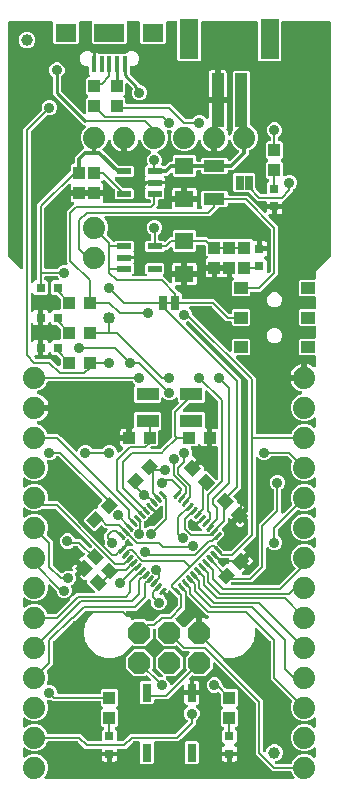
<source format=gbr>
G04 EAGLE Gerber RS-274X export*
G75*
%MOMM*%
%FSLAX34Y34*%
%LPD*%
%INTop Copper*%
%IPPOS*%
%AMOC8*
5,1,8,0,0,1.08239X$1,22.5*%
G01*
%ADD10P,2.034460X8X22.500000*%
%ADD11R,1.100000X1.000000*%
%ADD12R,0.800000X0.800000*%
%ADD13C,1.879600*%
%ADD14R,1.000000X1.100000*%
%ADD15R,1.800000X1.000000*%
%ADD16R,1.000000X4.600000*%
%ADD17R,1.600000X3.400000*%
%ADD18R,1.150000X1.000000*%
%ADD19R,0.635000X1.270000*%
%ADD20R,1.200000X0.550000*%
%ADD21C,1.000000*%
%ADD22C,0.255000*%
%ADD23R,1.900000X1.100000*%
%ADD24R,1.800000X1.500000*%
%ADD25R,2.500000X1.500000*%
%ADD26R,0.400000X1.400000*%
%ADD27R,1.600000X1.400000*%
%ADD28C,0.203200*%
%ADD29R,0.762000X1.524000*%
%ADD30C,0.889000*%
%ADD31C,1.016000*%
%ADD32C,0.254000*%
%ADD33C,0.304800*%

G36*
X229371Y295152D02*
X229371Y295152D01*
X229401Y295150D01*
X229529Y295172D01*
X229658Y295189D01*
X229685Y295199D01*
X229714Y295204D01*
X229833Y295258D01*
X229953Y295306D01*
X229977Y295323D01*
X230004Y295335D01*
X230106Y295416D01*
X230211Y295492D01*
X230230Y295515D01*
X230253Y295534D01*
X230331Y295637D01*
X230414Y295737D01*
X230426Y295764D01*
X230444Y295788D01*
X230515Y295932D01*
X231609Y298575D01*
X234825Y301791D01*
X239026Y303531D01*
X243574Y303531D01*
X247775Y301791D01*
X248785Y300781D01*
X248894Y300696D01*
X249001Y300607D01*
X249020Y300598D01*
X249036Y300586D01*
X249163Y300531D01*
X249289Y300472D01*
X249309Y300468D01*
X249328Y300460D01*
X249466Y300438D01*
X249602Y300412D01*
X249622Y300413D01*
X249642Y300410D01*
X249781Y300423D01*
X249919Y300432D01*
X249938Y300438D01*
X249958Y300440D01*
X250090Y300487D01*
X250221Y300530D01*
X250239Y300540D01*
X250258Y300547D01*
X250373Y300625D01*
X250490Y300700D01*
X250504Y300714D01*
X250521Y300726D01*
X250612Y300829D01*
X250708Y300931D01*
X250718Y300949D01*
X250731Y300964D01*
X250794Y301088D01*
X250862Y301210D01*
X250867Y301229D01*
X250876Y301247D01*
X250906Y301383D01*
X250941Y301518D01*
X250943Y301546D01*
X250946Y301558D01*
X250945Y301578D01*
X250951Y301678D01*
X250951Y307922D01*
X250934Y308060D01*
X250921Y308198D01*
X250914Y308217D01*
X250911Y308237D01*
X250860Y308366D01*
X250813Y308497D01*
X250802Y308514D01*
X250794Y308533D01*
X250713Y308645D01*
X250635Y308760D01*
X250619Y308774D01*
X250608Y308790D01*
X250500Y308879D01*
X250396Y308971D01*
X250378Y308980D01*
X250363Y308993D01*
X250237Y309052D01*
X250113Y309115D01*
X250093Y309120D01*
X250075Y309128D01*
X249938Y309155D01*
X249803Y309185D01*
X249782Y309184D01*
X249763Y309188D01*
X249624Y309180D01*
X249485Y309175D01*
X249465Y309170D01*
X249445Y309168D01*
X249313Y309126D01*
X249179Y309087D01*
X249162Y309077D01*
X249143Y309070D01*
X249025Y308996D01*
X248905Y308925D01*
X248884Y308907D01*
X248874Y308900D01*
X248860Y308885D01*
X248785Y308819D01*
X247775Y307809D01*
X243574Y306069D01*
X239026Y306069D01*
X234825Y307809D01*
X231609Y311025D01*
X229869Y315226D01*
X229869Y319774D01*
X231609Y323975D01*
X234825Y327191D01*
X238784Y328830D01*
X238896Y328894D01*
X239011Y328953D01*
X239034Y328973D01*
X239060Y328988D01*
X239153Y329078D01*
X239250Y329163D01*
X239267Y329188D01*
X239288Y329209D01*
X239356Y329320D01*
X239429Y329426D01*
X239439Y329455D01*
X239455Y329480D01*
X239493Y329604D01*
X239536Y329725D01*
X239539Y329755D01*
X239548Y329784D01*
X239554Y329913D01*
X239567Y330042D01*
X239562Y330072D01*
X239563Y330102D01*
X239537Y330228D01*
X239517Y330356D01*
X239505Y330384D01*
X239499Y330413D01*
X239442Y330530D01*
X239391Y330648D01*
X239373Y330672D01*
X239359Y330699D01*
X239275Y330797D01*
X239196Y330900D01*
X239173Y330918D01*
X239153Y330941D01*
X239047Y331015D01*
X238945Y331095D01*
X238918Y331107D01*
X238893Y331124D01*
X238772Y331170D01*
X238653Y331221D01*
X238612Y331231D01*
X238596Y331237D01*
X238574Y331239D01*
X238509Y331254D01*
X236717Y331836D01*
X235043Y332689D01*
X233522Y333794D01*
X232194Y335122D01*
X231089Y336643D01*
X230236Y338317D01*
X229655Y340104D01*
X229615Y340361D01*
X240030Y340361D01*
X240148Y340376D01*
X240267Y340383D01*
X240305Y340396D01*
X240345Y340401D01*
X240456Y340444D01*
X240569Y340481D01*
X240603Y340503D01*
X240641Y340518D01*
X240737Y340588D01*
X240838Y340651D01*
X240866Y340681D01*
X240898Y340704D01*
X240974Y340796D01*
X241056Y340883D01*
X241075Y340918D01*
X241101Y340949D01*
X241152Y341057D01*
X241209Y341161D01*
X241220Y341201D01*
X241237Y341237D01*
X241259Y341354D01*
X241289Y341469D01*
X241293Y341530D01*
X241297Y341550D01*
X241295Y341570D01*
X241299Y341630D01*
X241299Y342901D01*
X242570Y342901D01*
X242688Y342916D01*
X242807Y342923D01*
X242845Y342936D01*
X242885Y342941D01*
X242996Y342985D01*
X243109Y343021D01*
X243144Y343043D01*
X243181Y343058D01*
X243277Y343128D01*
X243378Y343191D01*
X243406Y343221D01*
X243439Y343245D01*
X243514Y343336D01*
X243596Y343423D01*
X243616Y343458D01*
X243641Y343490D01*
X243692Y343597D01*
X243750Y343702D01*
X243760Y343741D01*
X243777Y343777D01*
X243799Y343894D01*
X243829Y344009D01*
X243833Y344070D01*
X243837Y344090D01*
X243835Y344110D01*
X243839Y344170D01*
X243839Y354585D01*
X244096Y354545D01*
X245883Y353964D01*
X247557Y353111D01*
X248936Y352109D01*
X248971Y352090D01*
X249001Y352065D01*
X249110Y352014D01*
X249215Y351956D01*
X249253Y351946D01*
X249289Y351929D01*
X249406Y351907D01*
X249523Y351877D01*
X249563Y351877D01*
X249602Y351869D01*
X249721Y351877D01*
X249841Y351877D01*
X249879Y351887D01*
X249919Y351889D01*
X250033Y351926D01*
X250149Y351956D01*
X250184Y351975D01*
X250221Y351987D01*
X250323Y352051D01*
X250427Y352109D01*
X250456Y352136D01*
X250490Y352157D01*
X250572Y352245D01*
X250659Y352326D01*
X250681Y352360D01*
X250708Y352389D01*
X250766Y352494D01*
X250830Y352595D01*
X250842Y352633D01*
X250862Y352667D01*
X250891Y352783D01*
X250929Y352897D01*
X250931Y352937D01*
X250941Y352975D01*
X250951Y353136D01*
X250951Y360398D01*
X250936Y360516D01*
X250929Y360635D01*
X250916Y360673D01*
X250911Y360714D01*
X250868Y360824D01*
X250831Y360937D01*
X250809Y360972D01*
X250794Y361009D01*
X250725Y361105D01*
X250661Y361206D01*
X250631Y361234D01*
X250608Y361267D01*
X250516Y361343D01*
X250429Y361424D01*
X250394Y361444D01*
X250363Y361469D01*
X250255Y361520D01*
X250151Y361578D01*
X250111Y361588D01*
X250075Y361605D01*
X249958Y361627D01*
X249843Y361657D01*
X249783Y361661D01*
X249763Y361665D01*
X249742Y361663D01*
X249682Y361667D01*
X237558Y361667D01*
X236367Y362858D01*
X236367Y374542D01*
X237558Y375733D01*
X249682Y375733D01*
X249800Y375748D01*
X249919Y375755D01*
X249957Y375768D01*
X249998Y375773D01*
X250108Y375816D01*
X250221Y375853D01*
X250256Y375875D01*
X250293Y375890D01*
X250389Y375959D01*
X250490Y376023D01*
X250518Y376053D01*
X250551Y376076D01*
X250627Y376168D01*
X250708Y376255D01*
X250728Y376290D01*
X250753Y376321D01*
X250804Y376429D01*
X250862Y376533D01*
X250872Y376573D01*
X250889Y376609D01*
X250911Y376726D01*
X250941Y376841D01*
X250945Y376901D01*
X250949Y376921D01*
X250947Y376942D01*
X250951Y377002D01*
X250951Y385398D01*
X250936Y385516D01*
X250929Y385635D01*
X250916Y385673D01*
X250911Y385714D01*
X250868Y385824D01*
X250831Y385937D01*
X250809Y385972D01*
X250794Y386009D01*
X250725Y386105D01*
X250661Y386206D01*
X250631Y386234D01*
X250608Y386267D01*
X250516Y386343D01*
X250429Y386424D01*
X250394Y386444D01*
X250363Y386469D01*
X250255Y386520D01*
X250151Y386578D01*
X250111Y386588D01*
X250075Y386605D01*
X249958Y386627D01*
X249843Y386657D01*
X249783Y386661D01*
X249763Y386665D01*
X249742Y386663D01*
X249682Y386667D01*
X237558Y386667D01*
X236367Y387858D01*
X236367Y399542D01*
X237558Y400733D01*
X249682Y400733D01*
X249800Y400748D01*
X249919Y400755D01*
X249957Y400768D01*
X249998Y400773D01*
X250108Y400816D01*
X250221Y400853D01*
X250256Y400875D01*
X250293Y400890D01*
X250389Y400959D01*
X250490Y401023D01*
X250518Y401053D01*
X250551Y401076D01*
X250627Y401168D01*
X250708Y401255D01*
X250728Y401290D01*
X250753Y401321D01*
X250804Y401429D01*
X250862Y401533D01*
X250872Y401573D01*
X250889Y401609D01*
X250911Y401726D01*
X250941Y401841D01*
X250945Y401901D01*
X250949Y401921D01*
X250947Y401942D01*
X250951Y402002D01*
X250951Y410398D01*
X250936Y410516D01*
X250929Y410635D01*
X250916Y410673D01*
X250911Y410714D01*
X250868Y410824D01*
X250831Y410937D01*
X250809Y410972D01*
X250794Y411009D01*
X250725Y411105D01*
X250661Y411206D01*
X250631Y411234D01*
X250608Y411267D01*
X250516Y411343D01*
X250429Y411424D01*
X250394Y411444D01*
X250363Y411469D01*
X250255Y411520D01*
X250151Y411578D01*
X250111Y411588D01*
X250075Y411605D01*
X249958Y411627D01*
X249843Y411657D01*
X249783Y411661D01*
X249763Y411665D01*
X249742Y411663D01*
X249682Y411667D01*
X237558Y411667D01*
X236367Y412858D01*
X236367Y424542D01*
X237558Y425733D01*
X249682Y425733D01*
X249800Y425748D01*
X249919Y425755D01*
X249957Y425768D01*
X249998Y425773D01*
X250108Y425816D01*
X250221Y425853D01*
X250256Y425875D01*
X250293Y425890D01*
X250389Y425959D01*
X250490Y426023D01*
X250518Y426053D01*
X250551Y426076D01*
X250627Y426168D01*
X250708Y426255D01*
X250728Y426290D01*
X250753Y426321D01*
X250804Y426429D01*
X250862Y426533D01*
X250872Y426573D01*
X250889Y426609D01*
X250911Y426726D01*
X250941Y426841D01*
X250945Y426901D01*
X250949Y426921D01*
X250947Y426942D01*
X250951Y427002D01*
X250951Y433063D01*
X263280Y445391D01*
X263340Y445469D01*
X263408Y445541D01*
X263437Y445594D01*
X263474Y445642D01*
X263514Y445733D01*
X263562Y445820D01*
X263577Y445879D01*
X263601Y445934D01*
X263616Y446032D01*
X263641Y446128D01*
X263647Y446228D01*
X263651Y446248D01*
X263649Y446261D01*
X263651Y446289D01*
X263651Y643382D01*
X263636Y643500D01*
X263629Y643619D01*
X263616Y643657D01*
X263611Y643698D01*
X263568Y643808D01*
X263531Y643921D01*
X263509Y643956D01*
X263494Y643993D01*
X263425Y644089D01*
X263361Y644190D01*
X263331Y644218D01*
X263308Y644251D01*
X263216Y644327D01*
X263129Y644408D01*
X263094Y644428D01*
X263063Y644453D01*
X262955Y644504D01*
X262851Y644562D01*
X262811Y644572D01*
X262775Y644589D01*
X262658Y644611D01*
X262543Y644641D01*
X262483Y644645D01*
X262463Y644649D01*
X262442Y644647D01*
X262382Y644651D01*
X223102Y644651D01*
X222984Y644636D01*
X222865Y644629D01*
X222827Y644616D01*
X222786Y644611D01*
X222676Y644568D01*
X222563Y644531D01*
X222528Y644509D01*
X222491Y644494D01*
X222395Y644425D01*
X222294Y644361D01*
X222266Y644331D01*
X222233Y644308D01*
X222157Y644216D01*
X222076Y644129D01*
X222056Y644094D01*
X222031Y644063D01*
X221980Y643955D01*
X221922Y643851D01*
X221912Y643811D01*
X221895Y643775D01*
X221873Y643658D01*
X221843Y643543D01*
X221839Y643483D01*
X221835Y643463D01*
X221837Y643442D01*
X221833Y643382D01*
X221833Y611838D01*
X220642Y610647D01*
X202958Y610647D01*
X201767Y611838D01*
X201767Y643382D01*
X201752Y643500D01*
X201745Y643619D01*
X201732Y643657D01*
X201727Y643698D01*
X201684Y643808D01*
X201647Y643921D01*
X201625Y643956D01*
X201610Y643993D01*
X201541Y644089D01*
X201477Y644190D01*
X201447Y644218D01*
X201424Y644251D01*
X201332Y644327D01*
X201245Y644408D01*
X201210Y644428D01*
X201179Y644453D01*
X201071Y644504D01*
X200967Y644562D01*
X200927Y644572D01*
X200891Y644589D01*
X200774Y644611D01*
X200659Y644641D01*
X200599Y644645D01*
X200579Y644649D01*
X200558Y644647D01*
X200498Y644651D01*
X155102Y644651D01*
X154984Y644636D01*
X154865Y644629D01*
X154827Y644616D01*
X154786Y644611D01*
X154676Y644568D01*
X154563Y644531D01*
X154528Y644509D01*
X154491Y644494D01*
X154395Y644425D01*
X154294Y644361D01*
X154266Y644331D01*
X154233Y644308D01*
X154157Y644216D01*
X154076Y644129D01*
X154056Y644094D01*
X154031Y644063D01*
X153980Y643955D01*
X153922Y643851D01*
X153912Y643811D01*
X153895Y643775D01*
X153873Y643658D01*
X153843Y643543D01*
X153839Y643483D01*
X153835Y643463D01*
X153837Y643442D01*
X153833Y643382D01*
X153833Y611838D01*
X152642Y610647D01*
X134958Y610647D01*
X133767Y611838D01*
X133767Y643382D01*
X133752Y643500D01*
X133745Y643619D01*
X133732Y643657D01*
X133727Y643698D01*
X133684Y643808D01*
X133647Y643921D01*
X133625Y643956D01*
X133610Y643993D01*
X133541Y644089D01*
X133477Y644190D01*
X133447Y644218D01*
X133424Y644251D01*
X133332Y644327D01*
X133245Y644408D01*
X133210Y644428D01*
X133179Y644453D01*
X133071Y644504D01*
X132967Y644562D01*
X132927Y644572D01*
X132891Y644589D01*
X132774Y644611D01*
X132659Y644641D01*
X132599Y644645D01*
X132579Y644649D01*
X132558Y644647D01*
X132498Y644651D01*
X125342Y644651D01*
X125224Y644636D01*
X125105Y644629D01*
X125067Y644616D01*
X125026Y644611D01*
X124916Y644568D01*
X124803Y644531D01*
X124768Y644509D01*
X124731Y644494D01*
X124635Y644425D01*
X124534Y644361D01*
X124506Y644331D01*
X124473Y644308D01*
X124397Y644216D01*
X124316Y644129D01*
X124296Y644094D01*
X124271Y644063D01*
X124220Y643955D01*
X124162Y643851D01*
X124152Y643811D01*
X124135Y643775D01*
X124113Y643658D01*
X124083Y643543D01*
X124079Y643483D01*
X124075Y643463D01*
X124077Y643442D01*
X124073Y643382D01*
X124073Y626658D01*
X122882Y625467D01*
X103198Y625467D01*
X102007Y626658D01*
X102007Y643382D01*
X101992Y643500D01*
X101985Y643619D01*
X101972Y643657D01*
X101967Y643698D01*
X101924Y643808D01*
X101887Y643921D01*
X101865Y643956D01*
X101850Y643993D01*
X101781Y644089D01*
X101717Y644190D01*
X101687Y644218D01*
X101664Y644251D01*
X101572Y644327D01*
X101485Y644408D01*
X101450Y644428D01*
X101419Y644453D01*
X101311Y644504D01*
X101207Y644562D01*
X101167Y644572D01*
X101131Y644589D01*
X101014Y644611D01*
X100899Y644641D01*
X100839Y644645D01*
X100819Y644649D01*
X100798Y644647D01*
X100738Y644651D01*
X92002Y644651D01*
X91884Y644636D01*
X91765Y644629D01*
X91727Y644616D01*
X91686Y644611D01*
X91576Y644568D01*
X91463Y644531D01*
X91428Y644509D01*
X91391Y644494D01*
X91295Y644425D01*
X91194Y644361D01*
X91166Y644331D01*
X91133Y644308D01*
X91057Y644216D01*
X90976Y644129D01*
X90956Y644094D01*
X90931Y644063D01*
X90880Y643955D01*
X90822Y643851D01*
X90812Y643811D01*
X90795Y643775D01*
X90773Y643658D01*
X90743Y643543D01*
X90739Y643483D01*
X90735Y643463D01*
X90737Y643442D01*
X90733Y643382D01*
X90733Y626658D01*
X89542Y625467D01*
X62858Y625467D01*
X61667Y626658D01*
X61667Y643382D01*
X61652Y643500D01*
X61645Y643619D01*
X61632Y643657D01*
X61627Y643698D01*
X61584Y643808D01*
X61547Y643921D01*
X61525Y643956D01*
X61510Y643993D01*
X61441Y644089D01*
X61377Y644190D01*
X61347Y644218D01*
X61324Y644251D01*
X61232Y644327D01*
X61145Y644408D01*
X61110Y644428D01*
X61079Y644453D01*
X60971Y644504D01*
X60867Y644562D01*
X60827Y644572D01*
X60791Y644589D01*
X60674Y644611D01*
X60559Y644641D01*
X60499Y644645D01*
X60479Y644649D01*
X60458Y644647D01*
X60398Y644651D01*
X51662Y644651D01*
X51544Y644636D01*
X51425Y644629D01*
X51387Y644616D01*
X51346Y644611D01*
X51236Y644568D01*
X51123Y644531D01*
X51088Y644509D01*
X51051Y644494D01*
X50955Y644425D01*
X50854Y644361D01*
X50826Y644331D01*
X50793Y644308D01*
X50717Y644216D01*
X50636Y644129D01*
X50616Y644094D01*
X50591Y644063D01*
X50540Y643955D01*
X50482Y643851D01*
X50472Y643811D01*
X50455Y643775D01*
X50433Y643658D01*
X50403Y643543D01*
X50399Y643483D01*
X50395Y643463D01*
X50397Y643442D01*
X50393Y643382D01*
X50393Y626658D01*
X49202Y625467D01*
X29518Y625467D01*
X28327Y626658D01*
X28327Y643382D01*
X28312Y643500D01*
X28305Y643619D01*
X28292Y643657D01*
X28287Y643698D01*
X28244Y643808D01*
X28207Y643921D01*
X28185Y643956D01*
X28170Y643993D01*
X28101Y644089D01*
X28037Y644190D01*
X28007Y644218D01*
X27984Y644251D01*
X27892Y644327D01*
X27805Y644408D01*
X27770Y644428D01*
X27739Y644453D01*
X27631Y644504D01*
X27527Y644562D01*
X27487Y644572D01*
X27451Y644589D01*
X27334Y644611D01*
X27219Y644641D01*
X27159Y644645D01*
X27139Y644649D01*
X27118Y644647D01*
X27058Y644651D01*
X-8382Y644651D01*
X-8500Y644636D01*
X-8619Y644629D01*
X-8657Y644616D01*
X-8698Y644611D01*
X-8808Y644568D01*
X-8921Y644531D01*
X-8956Y644509D01*
X-8993Y644494D01*
X-9089Y644425D01*
X-9190Y644361D01*
X-9218Y644331D01*
X-9251Y644308D01*
X-9327Y644216D01*
X-9408Y644129D01*
X-9428Y644094D01*
X-9453Y644063D01*
X-9504Y643955D01*
X-9562Y643851D01*
X-9572Y643811D01*
X-9589Y643775D01*
X-9611Y643658D01*
X-9641Y643543D01*
X-9645Y643483D01*
X-9649Y643463D01*
X-9647Y643442D01*
X-9651Y643382D01*
X-9651Y446289D01*
X-9639Y446190D01*
X-9636Y446091D01*
X-9619Y446033D01*
X-9611Y445973D01*
X-9575Y445881D01*
X-9547Y445786D01*
X-9517Y445734D01*
X-9494Y445677D01*
X-9436Y445597D01*
X-9386Y445512D01*
X-9320Y445437D01*
X-9308Y445420D01*
X-9298Y445412D01*
X-9280Y445391D01*
X1135Y434977D01*
X1244Y434892D01*
X1351Y434803D01*
X1370Y434795D01*
X1386Y434782D01*
X1514Y434727D01*
X1639Y434668D01*
X1659Y434664D01*
X1678Y434656D01*
X1816Y434634D01*
X1952Y434608D01*
X1972Y434609D01*
X1992Y434606D01*
X2131Y434619D01*
X2269Y434628D01*
X2288Y434634D01*
X2308Y434636D01*
X2440Y434683D01*
X2571Y434726D01*
X2589Y434736D01*
X2608Y434743D01*
X2723Y434821D01*
X2840Y434896D01*
X2854Y434911D01*
X2871Y434922D01*
X2963Y435026D01*
X3058Y435127D01*
X3068Y435145D01*
X3081Y435160D01*
X3145Y435284D01*
X3212Y435406D01*
X3217Y435425D01*
X3226Y435444D01*
X3256Y435579D01*
X3291Y435714D01*
X3293Y435742D01*
X3296Y435754D01*
X3295Y435774D01*
X3301Y435875D01*
X3301Y553713D01*
X5459Y555870D01*
X18580Y568991D01*
X18598Y569015D01*
X18621Y569034D01*
X18695Y569140D01*
X18775Y569242D01*
X18786Y569270D01*
X18804Y569294D01*
X18849Y569415D01*
X18901Y569534D01*
X18906Y569564D01*
X18916Y569592D01*
X18930Y569720D01*
X18951Y569848D01*
X18948Y569878D01*
X18951Y569908D01*
X18933Y570036D01*
X18922Y570151D01*
X18922Y572789D01*
X19908Y575169D01*
X21731Y576992D01*
X24111Y577978D01*
X26689Y577978D01*
X29069Y576992D01*
X30892Y575169D01*
X31878Y572789D01*
X31878Y570211D01*
X30892Y567831D01*
X29069Y566008D01*
X26689Y565022D01*
X24028Y565022D01*
X23968Y565039D01*
X23938Y565039D01*
X23909Y565046D01*
X23780Y565042D01*
X23650Y565044D01*
X23621Y565037D01*
X23591Y565036D01*
X23467Y565000D01*
X23341Y564970D01*
X23315Y564956D01*
X23286Y564948D01*
X23174Y564882D01*
X23060Y564821D01*
X23038Y564801D01*
X23012Y564786D01*
X22891Y564680D01*
X9770Y551559D01*
X9710Y551481D01*
X9642Y551409D01*
X9613Y551356D01*
X9576Y551308D01*
X9536Y551217D01*
X9488Y551130D01*
X9473Y551071D01*
X9449Y551016D01*
X9434Y550918D01*
X9409Y550822D01*
X9403Y550722D01*
X9399Y550702D01*
X9401Y550689D01*
X9399Y550661D01*
X9399Y424538D01*
X9416Y424400D01*
X9429Y424261D01*
X9436Y424242D01*
X9439Y424222D01*
X9490Y424093D01*
X9537Y423962D01*
X9548Y423945D01*
X9556Y423926D01*
X9637Y423814D01*
X9715Y423699D01*
X9731Y423686D01*
X9742Y423669D01*
X9850Y423580D01*
X9954Y423488D01*
X9972Y423479D01*
X9987Y423466D01*
X10113Y423407D01*
X10237Y423344D01*
X10257Y423339D01*
X10275Y423331D01*
X10412Y423305D01*
X10547Y423274D01*
X10568Y423275D01*
X10587Y423271D01*
X10726Y423280D01*
X10865Y423284D01*
X10885Y423289D01*
X10905Y423291D01*
X11037Y423334D01*
X11171Y423372D01*
X11188Y423383D01*
X11207Y423389D01*
X11325Y423463D01*
X11445Y423534D01*
X11466Y423552D01*
X11476Y423559D01*
X11490Y423574D01*
X11565Y423640D01*
X13058Y425133D01*
X13582Y425133D01*
X13700Y425148D01*
X13819Y425155D01*
X13857Y425168D01*
X13898Y425173D01*
X14008Y425216D01*
X14121Y425253D01*
X14156Y425275D01*
X14193Y425290D01*
X14289Y425359D01*
X14390Y425423D01*
X14418Y425453D01*
X14451Y425476D01*
X14527Y425568D01*
X14608Y425655D01*
X14628Y425690D01*
X14653Y425721D01*
X14704Y425829D01*
X14762Y425933D01*
X14772Y425973D01*
X14789Y426009D01*
X14811Y426126D01*
X14841Y426241D01*
X14845Y426301D01*
X14849Y426321D01*
X14847Y426342D01*
X14851Y426402D01*
X14851Y489063D01*
X43180Y517391D01*
X43396Y517607D01*
X43456Y517685D01*
X43524Y517757D01*
X43553Y517810D01*
X43590Y517858D01*
X43630Y517949D01*
X43678Y518036D01*
X43693Y518095D01*
X43717Y518150D01*
X43732Y518248D01*
X43757Y518344D01*
X43763Y518444D01*
X43767Y518464D01*
X43765Y518477D01*
X43767Y518505D01*
X43767Y522842D01*
X44958Y524033D01*
X45974Y524033D01*
X46092Y524048D01*
X46211Y524055D01*
X46249Y524068D01*
X46290Y524073D01*
X46400Y524116D01*
X46513Y524153D01*
X46548Y524175D01*
X46585Y524190D01*
X46681Y524259D01*
X46782Y524323D01*
X46810Y524353D01*
X46843Y524376D01*
X46919Y524468D01*
X47000Y524555D01*
X47020Y524590D01*
X47045Y524621D01*
X47096Y524729D01*
X47154Y524833D01*
X47164Y524873D01*
X47181Y524909D01*
X47203Y525026D01*
X47233Y525141D01*
X47237Y525201D01*
X47241Y525221D01*
X47239Y525242D01*
X47243Y525302D01*
X47243Y529793D01*
X51952Y534501D01*
X54545Y537095D01*
X54618Y537189D01*
X54697Y537278D01*
X54715Y537314D01*
X54740Y537346D01*
X54787Y537455D01*
X54841Y537561D01*
X54850Y537601D01*
X54866Y537638D01*
X54885Y537756D01*
X54911Y537872D01*
X54910Y537912D01*
X54916Y537952D01*
X54905Y538071D01*
X54901Y538189D01*
X54890Y538228D01*
X54886Y538269D01*
X54846Y538381D01*
X54813Y538495D01*
X54792Y538530D01*
X54779Y538568D01*
X54712Y538666D01*
X54651Y538769D01*
X54611Y538814D01*
X54600Y538831D01*
X54585Y538845D01*
X54545Y538890D01*
X53809Y539625D01*
X52069Y543826D01*
X52069Y548374D01*
X53809Y552575D01*
X55835Y554601D01*
X55920Y554710D01*
X56009Y554817D01*
X56018Y554836D01*
X56030Y554852D01*
X56085Y554980D01*
X56144Y555105D01*
X56148Y555125D01*
X56156Y555144D01*
X56178Y555282D01*
X56204Y555418D01*
X56203Y555438D01*
X56206Y555458D01*
X56193Y555597D01*
X56184Y555735D01*
X56178Y555754D01*
X56176Y555774D01*
X56129Y555906D01*
X56086Y556037D01*
X56076Y556055D01*
X56069Y556074D01*
X55991Y556189D01*
X55916Y556306D01*
X55902Y556320D01*
X55890Y556337D01*
X55786Y556429D01*
X55685Y556524D01*
X55667Y556534D01*
X55652Y556547D01*
X55528Y556611D01*
X55406Y556678D01*
X55387Y556683D01*
X55369Y556692D01*
X55233Y556722D01*
X55098Y556757D01*
X55070Y556759D01*
X55058Y556762D01*
X55038Y556761D01*
X54938Y556767D01*
X54512Y556767D01*
X28447Y582832D01*
X28447Y596866D01*
X28435Y596964D01*
X28432Y597063D01*
X28415Y597122D01*
X28407Y597182D01*
X28371Y597274D01*
X28343Y597369D01*
X28313Y597421D01*
X28290Y597477D01*
X28232Y597557D01*
X28182Y597643D01*
X28116Y597718D01*
X28104Y597735D01*
X28094Y597742D01*
X28076Y597764D01*
X26258Y599581D01*
X25272Y601961D01*
X25272Y604539D01*
X26258Y606919D01*
X28081Y608742D01*
X30461Y609728D01*
X33039Y609728D01*
X35419Y608742D01*
X37242Y606919D01*
X38228Y604539D01*
X38228Y601961D01*
X37242Y599581D01*
X35424Y597764D01*
X35364Y597685D01*
X35296Y597613D01*
X35267Y597560D01*
X35230Y597512D01*
X35190Y597421D01*
X35142Y597335D01*
X35127Y597276D01*
X35103Y597220D01*
X35088Y597122D01*
X35063Y597027D01*
X35057Y596927D01*
X35053Y596906D01*
X35055Y596894D01*
X35053Y596866D01*
X35053Y586094D01*
X35065Y585996D01*
X35068Y585897D01*
X35085Y585838D01*
X35093Y585778D01*
X35129Y585686D01*
X35157Y585591D01*
X35187Y585539D01*
X35210Y585483D01*
X35268Y585403D01*
X35318Y585317D01*
X35385Y585242D01*
X35396Y585225D01*
X35406Y585217D01*
X35424Y585196D01*
X54301Y566320D01*
X54410Y566235D01*
X54517Y566146D01*
X54536Y566138D01*
X54552Y566125D01*
X54680Y566070D01*
X54805Y566011D01*
X54825Y566007D01*
X54844Y565999D01*
X54982Y565977D01*
X55118Y565951D01*
X55138Y565952D01*
X55158Y565949D01*
X55297Y565962D01*
X55435Y565971D01*
X55454Y565977D01*
X55474Y565979D01*
X55606Y566026D01*
X55737Y566069D01*
X55755Y566080D01*
X55774Y566087D01*
X55889Y566165D01*
X56006Y566239D01*
X56020Y566254D01*
X56037Y566265D01*
X56129Y566369D01*
X56224Y566471D01*
X56234Y566488D01*
X56247Y566504D01*
X56311Y566627D01*
X56378Y566749D01*
X56383Y566769D01*
X56392Y566787D01*
X56422Y566923D01*
X56457Y567057D01*
X56459Y567085D01*
X56462Y567097D01*
X56461Y567118D01*
X56467Y567218D01*
X56467Y578867D01*
X57728Y580127D01*
X57801Y580222D01*
X57880Y580311D01*
X57898Y580347D01*
X57923Y580379D01*
X57970Y580488D01*
X58024Y580594D01*
X58033Y580633D01*
X58049Y580671D01*
X58068Y580788D01*
X58094Y580904D01*
X58093Y580945D01*
X58099Y580985D01*
X58088Y581103D01*
X58084Y581222D01*
X58073Y581261D01*
X58069Y581301D01*
X58029Y581414D01*
X57996Y581528D01*
X57975Y581562D01*
X57962Y581601D01*
X57895Y581699D01*
X57834Y581802D01*
X57794Y581847D01*
X57783Y581864D01*
X57768Y581877D01*
X57728Y581922D01*
X56467Y583183D01*
X56467Y595867D01*
X57658Y597058D01*
X58485Y597058D01*
X58623Y597075D01*
X58761Y597088D01*
X58780Y597095D01*
X58800Y597098D01*
X58930Y597149D01*
X59061Y597196D01*
X59077Y597207D01*
X59096Y597215D01*
X59209Y597296D01*
X59324Y597374D01*
X59337Y597390D01*
X59353Y597401D01*
X59442Y597509D01*
X59534Y597613D01*
X59543Y597631D01*
X59556Y597646D01*
X59615Y597772D01*
X59679Y597896D01*
X59683Y597916D01*
X59692Y597934D01*
X59718Y598070D01*
X59748Y598206D01*
X59748Y598227D01*
X59752Y598246D01*
X59743Y598385D01*
X59739Y598524D01*
X59733Y598544D01*
X59732Y598564D01*
X59689Y598696D01*
X59650Y598830D01*
X59640Y598847D01*
X59634Y598866D01*
X59560Y598984D01*
X59489Y599104D01*
X59470Y599125D01*
X59464Y599135D01*
X59449Y599149D01*
X59382Y599225D01*
X59167Y599440D01*
X58832Y600019D01*
X58659Y600666D01*
X58659Y605448D01*
X58644Y605566D01*
X58637Y605685D01*
X58624Y605723D01*
X58619Y605764D01*
X58576Y605874D01*
X58539Y605987D01*
X58517Y606022D01*
X58502Y606059D01*
X58433Y606155D01*
X58369Y606256D01*
X58339Y606284D01*
X58316Y606317D01*
X58224Y606393D01*
X58137Y606474D01*
X58102Y606494D01*
X58071Y606519D01*
X57963Y606570D01*
X57859Y606628D01*
X57819Y606638D01*
X57783Y606655D01*
X57666Y606677D01*
X57551Y606707D01*
X57491Y606711D01*
X57471Y606715D01*
X57450Y606713D01*
X57390Y606717D01*
X55950Y606717D01*
X53641Y607674D01*
X51874Y609441D01*
X50917Y611750D01*
X50917Y614250D01*
X51874Y616559D01*
X53641Y618326D01*
X55950Y619283D01*
X58450Y619283D01*
X60759Y618326D01*
X61173Y617913D01*
X61251Y617852D01*
X61323Y617784D01*
X61376Y617755D01*
X61424Y617718D01*
X61515Y617678D01*
X61601Y617630D01*
X61660Y617615D01*
X61716Y617591D01*
X61814Y617576D01*
X61909Y617551D01*
X61944Y617549D01*
X61946Y617483D01*
X61963Y617425D01*
X61970Y617365D01*
X62007Y617273D01*
X62034Y617178D01*
X62065Y617125D01*
X62087Y617069D01*
X62146Y616989D01*
X62196Y616904D01*
X62262Y616828D01*
X62274Y616812D01*
X62275Y616812D01*
X62275Y616811D01*
X62284Y616804D01*
X62302Y616783D01*
X62303Y616782D01*
X62413Y616697D01*
X62520Y616609D01*
X62538Y616600D01*
X62554Y616588D01*
X62682Y616532D01*
X62807Y616473D01*
X62827Y616469D01*
X62846Y616461D01*
X62984Y616439D01*
X63120Y616413D01*
X63140Y616415D01*
X63160Y616411D01*
X63299Y616424D01*
X63437Y616433D01*
X63456Y616439D01*
X63476Y616441D01*
X63608Y616488D01*
X63740Y616531D01*
X63757Y616542D01*
X63776Y616549D01*
X63891Y616627D01*
X64008Y616701D01*
X64022Y616716D01*
X64039Y616727D01*
X64131Y616831D01*
X64226Y616933D01*
X64236Y616951D01*
X64249Y616966D01*
X64313Y617090D01*
X64380Y617211D01*
X64385Y617231D01*
X64394Y617249D01*
X64424Y617385D01*
X64459Y617519D01*
X64461Y617541D01*
X65534Y617541D01*
X66181Y617368D01*
X66466Y617203D01*
X66551Y617167D01*
X66632Y617122D01*
X66697Y617106D01*
X66759Y617080D01*
X66851Y617066D01*
X66940Y617043D01*
X67057Y617036D01*
X67074Y617033D01*
X67082Y617034D01*
X67101Y617033D01*
X89822Y617033D01*
X89920Y617045D01*
X90019Y617048D01*
X90077Y617065D01*
X90137Y617073D01*
X90229Y617109D01*
X90325Y617137D01*
X90377Y617167D01*
X90433Y617190D01*
X90513Y617248D01*
X90599Y617298D01*
X90674Y617364D01*
X90690Y617376D01*
X90698Y617386D01*
X90719Y617405D01*
X91641Y618326D01*
X93950Y619283D01*
X96450Y619283D01*
X98759Y618326D01*
X100526Y616559D01*
X101483Y614250D01*
X101483Y611750D01*
X100526Y609441D01*
X98759Y607674D01*
X96450Y606717D01*
X94502Y606717D01*
X94384Y606702D01*
X94265Y606695D01*
X94227Y606682D01*
X94186Y606677D01*
X94076Y606634D01*
X93963Y606597D01*
X93928Y606575D01*
X93891Y606560D01*
X93795Y606491D01*
X93694Y606427D01*
X93666Y606397D01*
X93633Y606374D01*
X93557Y606282D01*
X93476Y606195D01*
X93456Y606160D01*
X93431Y606129D01*
X93380Y606021D01*
X93322Y605917D01*
X93312Y605877D01*
X93295Y605841D01*
X93273Y605724D01*
X93243Y605609D01*
X93239Y605548D01*
X93235Y605529D01*
X93237Y605508D01*
X93233Y605448D01*
X93233Y600304D01*
X93245Y600206D01*
X93248Y600107D01*
X93265Y600048D01*
X93273Y599988D01*
X93309Y599896D01*
X93337Y599801D01*
X93367Y599749D01*
X93390Y599693D01*
X93448Y599612D01*
X93498Y599527D01*
X93564Y599452D01*
X93576Y599435D01*
X93586Y599427D01*
X93604Y599406D01*
X100056Y592954D01*
X101961Y591049D01*
X102040Y590989D01*
X102112Y590921D01*
X102165Y590892D01*
X102213Y590855D01*
X102304Y590815D01*
X102390Y590767D01*
X102449Y590752D01*
X102504Y590728D01*
X102602Y590713D01*
X102698Y590688D01*
X102798Y590682D01*
X102818Y590678D01*
X102831Y590680D01*
X102859Y590678D01*
X102889Y590678D01*
X105269Y589692D01*
X107092Y587869D01*
X108078Y585489D01*
X108078Y582911D01*
X107092Y580531D01*
X105269Y578708D01*
X102889Y577722D01*
X100311Y577722D01*
X97931Y578708D01*
X96108Y580531D01*
X95122Y582911D01*
X95122Y585489D01*
X95661Y586788D01*
X95663Y586797D01*
X95668Y586805D01*
X95705Y586951D01*
X95745Y587095D01*
X95745Y587104D01*
X95747Y587113D01*
X95757Y587274D01*
X95757Y587386D01*
X95745Y587484D01*
X95742Y587583D01*
X95725Y587642D01*
X95717Y587702D01*
X95681Y587794D01*
X95653Y587889D01*
X95623Y587941D01*
X95600Y587997D01*
X95542Y588077D01*
X95492Y588163D01*
X95426Y588238D01*
X95414Y588255D01*
X95404Y588263D01*
X95386Y588284D01*
X91749Y591920D01*
X91640Y592005D01*
X91533Y592094D01*
X91514Y592102D01*
X91498Y592115D01*
X91370Y592170D01*
X91245Y592229D01*
X91225Y592233D01*
X91206Y592241D01*
X91068Y592263D01*
X90932Y592289D01*
X90912Y592288D01*
X90892Y592291D01*
X90753Y592278D01*
X90615Y592269D01*
X90596Y592263D01*
X90576Y592261D01*
X90444Y592214D01*
X90313Y592171D01*
X90295Y592160D01*
X90276Y592153D01*
X90161Y592075D01*
X90044Y592001D01*
X90030Y591986D01*
X90013Y591975D01*
X89921Y591871D01*
X89826Y591769D01*
X89816Y591752D01*
X89803Y591736D01*
X89739Y591612D01*
X89672Y591491D01*
X89667Y591471D01*
X89658Y591453D01*
X89628Y591317D01*
X89593Y591183D01*
X89591Y591155D01*
X89588Y591143D01*
X89589Y591122D01*
X89583Y591022D01*
X89583Y583183D01*
X88322Y581922D01*
X88249Y581828D01*
X88170Y581739D01*
X88152Y581703D01*
X88127Y581671D01*
X88080Y581562D01*
X88026Y581456D01*
X88017Y581417D01*
X88001Y581379D01*
X87982Y581262D01*
X87956Y581146D01*
X87957Y581105D01*
X87951Y581065D01*
X87962Y580947D01*
X87966Y580828D01*
X87977Y580789D01*
X87981Y580749D01*
X88021Y580637D01*
X88054Y580522D01*
X88075Y580487D01*
X88088Y580449D01*
X88155Y580351D01*
X88216Y580248D01*
X88256Y580203D01*
X88267Y580186D01*
X88282Y580173D01*
X88322Y580127D01*
X89583Y578867D01*
X89583Y575818D01*
X89598Y575700D01*
X89605Y575581D01*
X89618Y575543D01*
X89623Y575502D01*
X89666Y575392D01*
X89703Y575279D01*
X89725Y575244D01*
X89740Y575207D01*
X89809Y575111D01*
X89873Y575010D01*
X89903Y574982D01*
X89926Y574949D01*
X90018Y574873D01*
X90105Y574792D01*
X90140Y574772D01*
X90171Y574747D01*
X90279Y574696D01*
X90383Y574638D01*
X90423Y574628D01*
X90459Y574611D01*
X90576Y574589D01*
X90691Y574559D01*
X90751Y574555D01*
X90771Y574551D01*
X90792Y574553D01*
X90852Y574549D01*
X128263Y574549D01*
X140591Y562220D01*
X140669Y562160D01*
X140741Y562092D01*
X140794Y562063D01*
X140842Y562026D01*
X140933Y561986D01*
X141020Y561938D01*
X141079Y561923D01*
X141134Y561899D01*
X141232Y561884D01*
X141328Y561859D01*
X141428Y561853D01*
X141448Y561849D01*
X141461Y561851D01*
X141489Y561849D01*
X145803Y561849D01*
X145833Y561852D01*
X145862Y561850D01*
X145990Y561872D01*
X146119Y561889D01*
X146146Y561899D01*
X146176Y561905D01*
X146294Y561958D01*
X146415Y562006D01*
X146438Y562023D01*
X146465Y562035D01*
X146567Y562116D01*
X146672Y562192D01*
X146691Y562215D01*
X146714Y562234D01*
X146792Y562338D01*
X146866Y562427D01*
X148731Y564292D01*
X151111Y565278D01*
X153689Y565278D01*
X156069Y564292D01*
X157956Y562404D01*
X157975Y562372D01*
X158023Y562322D01*
X158064Y562266D01*
X158134Y562208D01*
X158196Y562144D01*
X158255Y562107D01*
X158309Y562063D01*
X158391Y562025D01*
X158467Y561978D01*
X158534Y561957D01*
X158597Y561927D01*
X158685Y561910D01*
X158771Y561884D01*
X158841Y561881D01*
X158910Y561867D01*
X158999Y561873D01*
X159089Y561869D01*
X159157Y561883D01*
X159227Y561887D01*
X159312Y561915D01*
X159400Y561933D01*
X159463Y561964D01*
X159529Y561985D01*
X159605Y562033D01*
X159686Y562073D01*
X159739Y562118D01*
X159798Y562155D01*
X159860Y562221D01*
X159928Y562279D01*
X159968Y562336D01*
X160016Y562387D01*
X160059Y562465D01*
X160111Y562539D01*
X160136Y562604D01*
X160170Y562665D01*
X160192Y562752D01*
X160224Y562836D01*
X160232Y562906D01*
X160249Y562973D01*
X160259Y563134D01*
X160259Y575181D01*
X166570Y575181D01*
X166688Y575196D01*
X166807Y575203D01*
X166845Y575215D01*
X166885Y575221D01*
X166996Y575264D01*
X167109Y575301D01*
X167143Y575323D01*
X167181Y575338D01*
X167277Y575407D01*
X167378Y575471D01*
X167406Y575501D01*
X167438Y575524D01*
X167514Y575616D01*
X167596Y575703D01*
X167615Y575738D01*
X167641Y575769D01*
X167692Y575877D01*
X167749Y575981D01*
X167759Y576021D01*
X167777Y576057D01*
X167797Y576164D01*
X167801Y576134D01*
X167845Y576024D01*
X167881Y575911D01*
X167903Y575876D01*
X167918Y575839D01*
X167988Y575742D01*
X168051Y575642D01*
X168081Y575614D01*
X168105Y575581D01*
X168196Y575505D01*
X168283Y575424D01*
X168318Y575404D01*
X168350Y575379D01*
X168457Y575328D01*
X168562Y575270D01*
X168601Y575260D01*
X168637Y575243D01*
X168754Y575221D01*
X168870Y575191D01*
X168930Y575187D01*
X168950Y575183D01*
X168970Y575185D01*
X169030Y575181D01*
X175341Y575181D01*
X175341Y554346D01*
X175147Y553622D01*
X175145Y553616D01*
X175088Y553482D01*
X175086Y553469D01*
X175082Y553457D01*
X175063Y553312D01*
X175042Y553167D01*
X175043Y553155D01*
X175041Y553142D01*
X175060Y552996D01*
X175075Y552851D01*
X175079Y552839D01*
X175081Y552826D01*
X175135Y552689D01*
X175186Y552553D01*
X175193Y552542D01*
X175198Y552530D01*
X175284Y552394D01*
X175311Y552357D01*
X176164Y550683D01*
X176754Y548866D01*
X176779Y548780D01*
X176810Y548654D01*
X176824Y548627D01*
X176832Y548598D01*
X176898Y548487D01*
X176958Y548373D01*
X176979Y548350D01*
X176994Y548324D01*
X177085Y548233D01*
X177172Y548137D01*
X177197Y548121D01*
X177219Y548100D01*
X177330Y548034D01*
X177438Y547963D01*
X177467Y547953D01*
X177492Y547937D01*
X177616Y547901D01*
X177739Y547859D01*
X177769Y547857D01*
X177798Y547849D01*
X177927Y547844D01*
X178056Y547834D01*
X178086Y547839D01*
X178116Y547838D01*
X178242Y547866D01*
X178369Y547889D01*
X178397Y547901D01*
X178426Y547907D01*
X178541Y547966D01*
X178659Y548019D01*
X178683Y548038D01*
X178710Y548052D01*
X178807Y548137D01*
X178908Y548218D01*
X178926Y548242D01*
X178948Y548262D01*
X179021Y548369D01*
X179099Y548472D01*
X179118Y548510D01*
X179127Y548524D01*
X179135Y548545D01*
X179170Y548616D01*
X180843Y552655D01*
X180850Y552683D01*
X180864Y552710D01*
X180892Y552836D01*
X180926Y552961D01*
X180927Y552991D01*
X180933Y553020D01*
X180929Y553149D01*
X180932Y553279D01*
X180925Y553308D01*
X180924Y553338D01*
X180888Y553462D01*
X180857Y553589D01*
X180844Y553615D01*
X180835Y553643D01*
X180769Y553755D01*
X180767Y553759D01*
X180767Y601522D01*
X181958Y602713D01*
X193642Y602713D01*
X194833Y601522D01*
X194833Y557526D01*
X194836Y557497D01*
X194834Y557467D01*
X194856Y557339D01*
X194873Y557210D01*
X194883Y557183D01*
X194888Y557154D01*
X194942Y557035D01*
X194990Y556915D01*
X195007Y556891D01*
X195019Y556864D01*
X195100Y556762D01*
X195176Y556657D01*
X195199Y556639D01*
X195218Y556615D01*
X195321Y556537D01*
X195421Y556455D01*
X195448Y556442D01*
X195472Y556424D01*
X195616Y556353D01*
X196975Y555791D01*
X200191Y552575D01*
X201931Y548374D01*
X201931Y543826D01*
X200191Y539625D01*
X196975Y536409D01*
X194840Y535525D01*
X194815Y535511D01*
X194787Y535502D01*
X194677Y535432D01*
X194564Y535368D01*
X194543Y535347D01*
X194518Y535331D01*
X194429Y535237D01*
X194336Y535146D01*
X194320Y535121D01*
X194300Y535100D01*
X194237Y534986D01*
X194169Y534875D01*
X194161Y534847D01*
X194146Y534821D01*
X194114Y534696D01*
X194076Y534571D01*
X194074Y534542D01*
X194067Y534513D01*
X194057Y534353D01*
X194057Y531927D01*
X180573Y518443D01*
X177402Y518443D01*
X177284Y518428D01*
X177165Y518421D01*
X177127Y518408D01*
X177086Y518403D01*
X176976Y518360D01*
X176863Y518323D01*
X176828Y518301D01*
X176791Y518286D01*
X176695Y518217D01*
X176594Y518153D01*
X176566Y518123D01*
X176533Y518100D01*
X176457Y518008D01*
X176376Y517921D01*
X176356Y517886D01*
X176331Y517855D01*
X176280Y517747D01*
X176222Y517643D01*
X176212Y517603D01*
X176195Y517567D01*
X176173Y517450D01*
X176143Y517335D01*
X176139Y517275D01*
X176135Y517255D01*
X176137Y517234D01*
X176133Y517174D01*
X176133Y516158D01*
X174942Y514967D01*
X155258Y514967D01*
X154067Y516158D01*
X154067Y517174D01*
X154052Y517292D01*
X154045Y517411D01*
X154032Y517449D01*
X154027Y517490D01*
X153984Y517600D01*
X153947Y517713D01*
X153925Y517748D01*
X153910Y517785D01*
X153841Y517881D01*
X153777Y517982D01*
X153747Y518010D01*
X153724Y518043D01*
X153632Y518119D01*
X153545Y518200D01*
X153510Y518220D01*
X153479Y518245D01*
X153371Y518296D01*
X153267Y518354D01*
X153227Y518364D01*
X153191Y518381D01*
X153074Y518403D01*
X152959Y518433D01*
X152899Y518437D01*
X152879Y518441D01*
X152858Y518439D01*
X152798Y518443D01*
X151002Y518443D01*
X150884Y518428D01*
X150765Y518421D01*
X150727Y518408D01*
X150686Y518403D01*
X150576Y518360D01*
X150463Y518323D01*
X150428Y518301D01*
X150391Y518286D01*
X150295Y518217D01*
X150194Y518153D01*
X150166Y518123D01*
X150133Y518100D01*
X150057Y518008D01*
X149976Y517921D01*
X149956Y517886D01*
X149931Y517855D01*
X149880Y517747D01*
X149822Y517643D01*
X149812Y517603D01*
X149795Y517567D01*
X149773Y517450D01*
X149743Y517335D01*
X149739Y517275D01*
X149735Y517255D01*
X149737Y517234D01*
X149733Y517174D01*
X149733Y514158D01*
X148542Y512967D01*
X130858Y512967D01*
X129667Y514158D01*
X129667Y515273D01*
X129650Y515411D01*
X129637Y515549D01*
X129630Y515569D01*
X129627Y515589D01*
X129576Y515718D01*
X129529Y515849D01*
X129518Y515866D01*
X129510Y515884D01*
X129429Y515997D01*
X129351Y516112D01*
X129335Y516125D01*
X129324Y516142D01*
X129216Y516230D01*
X129112Y516322D01*
X129094Y516332D01*
X129079Y516344D01*
X128953Y516404D01*
X128829Y516467D01*
X128809Y516471D01*
X128791Y516480D01*
X128655Y516506D01*
X128519Y516537D01*
X128498Y516536D01*
X128479Y516540D01*
X128340Y516531D01*
X128201Y516527D01*
X128181Y516521D01*
X128161Y516520D01*
X128029Y516477D01*
X127895Y516439D01*
X127878Y516428D01*
X127859Y516422D01*
X127741Y516347D01*
X127621Y516277D01*
X127600Y516258D01*
X127590Y516252D01*
X127576Y516237D01*
X127501Y516171D01*
X125273Y513943D01*
X123890Y513943D01*
X123758Y513927D01*
X123626Y513916D01*
X123601Y513907D01*
X123574Y513903D01*
X123451Y513855D01*
X123326Y513811D01*
X123303Y513796D01*
X123278Y513786D01*
X123171Y513709D01*
X123061Y513635D01*
X123043Y513615D01*
X123021Y513600D01*
X122936Y513497D01*
X122848Y513399D01*
X122835Y513375D01*
X122818Y513355D01*
X122762Y513235D01*
X122700Y513118D01*
X122694Y513091D01*
X122683Y513067D01*
X122658Y512937D01*
X122627Y512808D01*
X122628Y512781D01*
X122623Y512755D01*
X122631Y512623D01*
X122634Y512490D01*
X122641Y512464D01*
X122643Y512437D01*
X122683Y512311D01*
X122719Y512184D01*
X122736Y512149D01*
X122741Y512135D01*
X122752Y512116D01*
X122790Y512039D01*
X122969Y511731D01*
X123142Y511084D01*
X123142Y509374D01*
X114706Y509374D01*
X114636Y509365D01*
X114596Y509368D01*
X114576Y509372D01*
X114556Y509370D01*
X114496Y509374D01*
X106060Y509374D01*
X106060Y511084D01*
X106233Y511731D01*
X106609Y512381D01*
X106621Y512395D01*
X106640Y512431D01*
X106664Y512462D01*
X106712Y512572D01*
X106766Y512678D01*
X106775Y512717D01*
X106791Y512754D01*
X106809Y512872D01*
X106836Y512989D01*
X106834Y513028D01*
X106841Y513068D01*
X106830Y513187D01*
X106826Y513307D01*
X106815Y513345D01*
X106811Y513385D01*
X106771Y513497D01*
X106738Y513612D01*
X106717Y513646D01*
X106704Y513684D01*
X106637Y513783D01*
X106576Y513886D01*
X106568Y513895D01*
X106568Y521092D01*
X107877Y522401D01*
X107975Y522440D01*
X108015Y522469D01*
X108060Y522491D01*
X108143Y522562D01*
X108232Y522626D01*
X108264Y522665D01*
X108302Y522697D01*
X108365Y522787D01*
X108435Y522871D01*
X108456Y522916D01*
X108485Y522957D01*
X108524Y523060D01*
X108571Y523159D01*
X108580Y523208D01*
X108598Y523254D01*
X108610Y523364D01*
X108630Y523471D01*
X108627Y523521D01*
X108633Y523570D01*
X108617Y523679D01*
X108611Y523789D01*
X108595Y523836D01*
X108588Y523885D01*
X108536Y524038D01*
X107822Y525762D01*
X107822Y528339D01*
X108808Y530719D01*
X110631Y532542D01*
X111066Y532722D01*
X111187Y532791D01*
X111310Y532856D01*
X111324Y532869D01*
X111342Y532879D01*
X111442Y532976D01*
X111545Y533070D01*
X111556Y533087D01*
X111571Y533101D01*
X111643Y533219D01*
X111720Y533335D01*
X111726Y533355D01*
X111737Y533372D01*
X111778Y533504D01*
X111823Y533636D01*
X111824Y533656D01*
X111830Y533676D01*
X111837Y533814D01*
X111848Y533953D01*
X111845Y533973D01*
X111846Y533993D01*
X111817Y534130D01*
X111794Y534267D01*
X111785Y534285D01*
X111781Y534305D01*
X111720Y534430D01*
X111663Y534556D01*
X111650Y534572D01*
X111642Y534590D01*
X111551Y534696D01*
X111464Y534805D01*
X111448Y534817D01*
X111435Y534832D01*
X111321Y534913D01*
X111210Y534996D01*
X111185Y535009D01*
X111175Y535016D01*
X111156Y535023D01*
X111066Y535067D01*
X107825Y536409D01*
X104609Y539625D01*
X102970Y543584D01*
X102906Y543696D01*
X102847Y543811D01*
X102827Y543834D01*
X102812Y543860D01*
X102722Y543953D01*
X102637Y544050D01*
X102612Y544067D01*
X102591Y544088D01*
X102481Y544156D01*
X102374Y544229D01*
X102346Y544239D01*
X102320Y544255D01*
X102196Y544293D01*
X102075Y544336D01*
X102045Y544339D01*
X102016Y544348D01*
X101887Y544354D01*
X101758Y544367D01*
X101728Y544362D01*
X101698Y544363D01*
X101572Y544337D01*
X101444Y544317D01*
X101416Y544305D01*
X101387Y544299D01*
X101271Y544242D01*
X101152Y544191D01*
X101128Y544173D01*
X101101Y544159D01*
X101003Y544075D01*
X100901Y543996D01*
X100882Y543973D01*
X100859Y543953D01*
X100785Y543847D01*
X100705Y543745D01*
X100693Y543718D01*
X100676Y543693D01*
X100630Y543572D01*
X100579Y543453D01*
X100569Y543411D01*
X100563Y543396D01*
X100561Y543374D01*
X100546Y543309D01*
X99964Y541517D01*
X99111Y539843D01*
X98006Y538322D01*
X96678Y536994D01*
X95157Y535889D01*
X93483Y535036D01*
X91696Y534455D01*
X91439Y534415D01*
X91439Y544830D01*
X91424Y544948D01*
X91417Y545067D01*
X91404Y545105D01*
X91399Y545145D01*
X91356Y545256D01*
X91319Y545369D01*
X91297Y545403D01*
X91282Y545441D01*
X91212Y545537D01*
X91149Y545638D01*
X91119Y545666D01*
X91095Y545698D01*
X91004Y545774D01*
X90917Y545856D01*
X90882Y545875D01*
X90851Y545901D01*
X90743Y545952D01*
X90639Y546009D01*
X90599Y546020D01*
X90563Y546037D01*
X90446Y546059D01*
X90331Y546089D01*
X90270Y546093D01*
X90250Y546097D01*
X90230Y546095D01*
X90170Y546099D01*
X87630Y546099D01*
X87512Y546084D01*
X87393Y546077D01*
X87355Y546064D01*
X87314Y546059D01*
X87204Y546015D01*
X87091Y545979D01*
X87056Y545957D01*
X87019Y545942D01*
X86923Y545872D01*
X86822Y545809D01*
X86794Y545779D01*
X86761Y545755D01*
X86686Y545664D01*
X86604Y545577D01*
X86584Y545542D01*
X86559Y545510D01*
X86508Y545403D01*
X86450Y545298D01*
X86440Y545259D01*
X86423Y545223D01*
X86401Y545106D01*
X86371Y544991D01*
X86367Y544930D01*
X86363Y544910D01*
X86365Y544890D01*
X86361Y544830D01*
X86361Y534415D01*
X86104Y534455D01*
X84317Y535036D01*
X82643Y535889D01*
X81122Y536994D01*
X79794Y538322D01*
X78689Y539843D01*
X77836Y541517D01*
X77246Y543334D01*
X77220Y543420D01*
X77190Y543546D01*
X77176Y543573D01*
X77168Y543602D01*
X77102Y543713D01*
X77042Y543827D01*
X77021Y543850D01*
X77006Y543876D01*
X76915Y543967D01*
X76828Y544063D01*
X76803Y544079D01*
X76781Y544101D01*
X76670Y544166D01*
X76562Y544237D01*
X76533Y544247D01*
X76508Y544263D01*
X76384Y544299D01*
X76261Y544341D01*
X76231Y544343D01*
X76202Y544351D01*
X76073Y544356D01*
X75944Y544366D01*
X75914Y544361D01*
X75884Y544362D01*
X75758Y544334D01*
X75631Y544311D01*
X75603Y544299D01*
X75574Y544292D01*
X75459Y544234D01*
X75341Y544181D01*
X75317Y544162D01*
X75290Y544148D01*
X75193Y544063D01*
X75092Y543982D01*
X75074Y543958D01*
X75052Y543938D01*
X74979Y543831D01*
X74901Y543728D01*
X74882Y543689D01*
X74873Y543675D01*
X74865Y543655D01*
X74830Y543584D01*
X73191Y539625D01*
X70550Y536985D01*
X70477Y536891D01*
X70398Y536801D01*
X70380Y536765D01*
X70355Y536733D01*
X70308Y536624D01*
X70254Y536518D01*
X70245Y536479D01*
X70229Y536442D01*
X70210Y536324D01*
X70184Y536208D01*
X70185Y536168D01*
X70179Y536128D01*
X70190Y536009D01*
X70194Y535890D01*
X70205Y535851D01*
X70209Y535811D01*
X70249Y535699D01*
X70282Y535585D01*
X70303Y535550D01*
X70316Y535512D01*
X70383Y535413D01*
X70444Y535311D01*
X70484Y535265D01*
X70495Y535248D01*
X70510Y535235D01*
X70550Y535190D01*
X83085Y522654D01*
X83164Y522594D01*
X83236Y522526D01*
X83289Y522497D01*
X83337Y522460D01*
X83428Y522420D01*
X83514Y522372D01*
X83573Y522357D01*
X83629Y522333D01*
X83727Y522318D01*
X83822Y522293D01*
X83922Y522287D01*
X83943Y522283D01*
X83955Y522285D01*
X83983Y522283D01*
X95441Y522283D01*
X96632Y521092D01*
X96632Y513908D01*
X95441Y512717D01*
X81758Y512717D01*
X81620Y512700D01*
X81481Y512687D01*
X81462Y512680D01*
X81442Y512677D01*
X81313Y512626D01*
X81182Y512579D01*
X81165Y512568D01*
X81146Y512560D01*
X81034Y512479D01*
X80919Y512401D01*
X80905Y512385D01*
X80889Y512374D01*
X80800Y512266D01*
X80708Y512162D01*
X80699Y512144D01*
X80686Y512129D01*
X80627Y512003D01*
X80564Y511879D01*
X80559Y511859D01*
X80551Y511841D01*
X80525Y511705D01*
X80494Y511569D01*
X80495Y511548D01*
X80491Y511529D01*
X80499Y511390D01*
X80504Y511251D01*
X80509Y511231D01*
X80511Y511211D01*
X80553Y511079D01*
X80592Y510945D01*
X80602Y510928D01*
X80609Y510909D01*
X80683Y510791D01*
X80754Y510671D01*
X80772Y510650D01*
X80779Y510640D01*
X80794Y510626D01*
X80860Y510551D01*
X87756Y503654D01*
X87834Y503594D01*
X87906Y503526D01*
X87959Y503497D01*
X88007Y503460D01*
X88098Y503420D01*
X88185Y503372D01*
X88243Y503357D01*
X88299Y503333D01*
X88397Y503318D01*
X88493Y503293D01*
X88593Y503287D01*
X88613Y503283D01*
X88626Y503285D01*
X88654Y503283D01*
X95441Y503283D01*
X96632Y502092D01*
X96632Y494908D01*
X95441Y493717D01*
X81757Y493717D01*
X80566Y494908D01*
X80566Y501695D01*
X80554Y501794D01*
X80551Y501893D01*
X80534Y501951D01*
X80526Y502011D01*
X80490Y502103D01*
X80462Y502198D01*
X80432Y502250D01*
X80409Y502307D01*
X80351Y502387D01*
X80301Y502472D01*
X80235Y502548D01*
X80223Y502564D01*
X80213Y502572D01*
X80195Y502593D01*
X72479Y510309D01*
X72384Y510382D01*
X72295Y510461D01*
X72259Y510479D01*
X72227Y510504D01*
X72118Y510551D01*
X72012Y510605D01*
X71973Y510614D01*
X71935Y510630D01*
X71818Y510649D01*
X71702Y510675D01*
X71661Y510674D01*
X71621Y510680D01*
X71503Y510669D01*
X71384Y510665D01*
X71345Y510654D01*
X71305Y510650D01*
X71193Y510610D01*
X71078Y510577D01*
X71044Y510556D01*
X71005Y510543D01*
X70907Y510476D01*
X70804Y510415D01*
X70759Y510375D01*
X70742Y510364D01*
X70729Y510349D01*
X70684Y510309D01*
X69548Y509174D01*
X69471Y509074D01*
X69389Y508979D01*
X69374Y508949D01*
X69353Y508922D01*
X69303Y508807D01*
X69247Y508694D01*
X69240Y508661D01*
X69227Y508630D01*
X69207Y508506D01*
X69181Y508383D01*
X69182Y508350D01*
X69177Y508316D01*
X69189Y508191D01*
X69194Y508066D01*
X69204Y508033D01*
X69207Y508000D01*
X69249Y507881D01*
X69286Y507761D01*
X69303Y507732D01*
X69314Y507700D01*
X69385Y507596D01*
X69450Y507489D01*
X69474Y507465D01*
X69493Y507437D01*
X69587Y507354D01*
X69677Y507266D01*
X69718Y507239D01*
X69732Y507227D01*
X69751Y507217D01*
X69811Y507177D01*
X70060Y507033D01*
X70533Y506560D01*
X70868Y505981D01*
X71041Y505334D01*
X71041Y501999D01*
X64730Y501999D01*
X64612Y501984D01*
X64493Y501977D01*
X64455Y501964D01*
X64415Y501959D01*
X64304Y501916D01*
X64191Y501879D01*
X64157Y501857D01*
X64119Y501842D01*
X64023Y501773D01*
X63922Y501709D01*
X63894Y501679D01*
X63862Y501656D01*
X63786Y501564D01*
X63704Y501477D01*
X63685Y501442D01*
X63659Y501411D01*
X63608Y501303D01*
X63551Y501199D01*
X63541Y501159D01*
X63523Y501123D01*
X63503Y501016D01*
X63499Y501046D01*
X63455Y501156D01*
X63419Y501269D01*
X63397Y501304D01*
X63382Y501341D01*
X63312Y501437D01*
X63249Y501538D01*
X63219Y501566D01*
X63195Y501599D01*
X63104Y501675D01*
X63017Y501756D01*
X62982Y501776D01*
X62950Y501801D01*
X62843Y501852D01*
X62738Y501910D01*
X62699Y501920D01*
X62663Y501937D01*
X62546Y501959D01*
X62430Y501989D01*
X62370Y501993D01*
X62350Y501997D01*
X62330Y501995D01*
X62270Y501999D01*
X52030Y501999D01*
X51912Y501984D01*
X51793Y501977D01*
X51755Y501964D01*
X51715Y501959D01*
X51604Y501916D01*
X51491Y501879D01*
X51457Y501857D01*
X51419Y501842D01*
X51323Y501773D01*
X51222Y501709D01*
X51194Y501679D01*
X51162Y501656D01*
X51086Y501564D01*
X51004Y501477D01*
X50985Y501442D01*
X50959Y501411D01*
X50908Y501303D01*
X50851Y501199D01*
X50841Y501159D01*
X50823Y501123D01*
X50803Y501016D01*
X50799Y501046D01*
X50755Y501156D01*
X50719Y501269D01*
X50697Y501304D01*
X50682Y501341D01*
X50612Y501437D01*
X50549Y501538D01*
X50519Y501566D01*
X50495Y501599D01*
X50404Y501675D01*
X50317Y501756D01*
X50282Y501776D01*
X50250Y501801D01*
X50143Y501852D01*
X50038Y501910D01*
X49999Y501920D01*
X49963Y501937D01*
X49846Y501959D01*
X49730Y501989D01*
X49670Y501993D01*
X49650Y501997D01*
X49630Y501995D01*
X49570Y501999D01*
X43259Y501999D01*
X43259Y505334D01*
X43319Y505558D01*
X43339Y505702D01*
X43362Y505846D01*
X43361Y505860D01*
X43362Y505873D01*
X43346Y506018D01*
X43332Y506163D01*
X43327Y506176D01*
X43326Y506189D01*
X43274Y506325D01*
X43224Y506462D01*
X43217Y506473D01*
X43212Y506486D01*
X43128Y506605D01*
X43046Y506725D01*
X43036Y506734D01*
X43028Y506745D01*
X42917Y506840D01*
X42807Y506936D01*
X42795Y506942D01*
X42785Y506951D01*
X42654Y507014D01*
X42524Y507081D01*
X42511Y507083D01*
X42499Y507089D01*
X42356Y507118D01*
X42214Y507150D01*
X42200Y507150D01*
X42187Y507152D01*
X42042Y507145D01*
X41896Y507141D01*
X41883Y507137D01*
X41870Y507136D01*
X41730Y507093D01*
X41590Y507052D01*
X41579Y507045D01*
X41566Y507041D01*
X41442Y506965D01*
X41317Y506891D01*
X41303Y506878D01*
X41296Y506874D01*
X41284Y506862D01*
X41196Y506784D01*
X21320Y486909D01*
X21260Y486831D01*
X21192Y486759D01*
X21163Y486706D01*
X21126Y486658D01*
X21086Y486567D01*
X21038Y486480D01*
X21023Y486421D01*
X20999Y486366D01*
X20984Y486268D01*
X20959Y486172D01*
X20953Y486072D01*
X20949Y486052D01*
X20951Y486039D01*
X20949Y486011D01*
X20949Y436118D01*
X20964Y436000D01*
X20971Y435881D01*
X20984Y435843D01*
X20989Y435802D01*
X21032Y435692D01*
X21069Y435579D01*
X21091Y435544D01*
X21106Y435507D01*
X21175Y435411D01*
X21239Y435310D01*
X21269Y435282D01*
X21292Y435249D01*
X21384Y435173D01*
X21471Y435092D01*
X21506Y435072D01*
X21537Y435047D01*
X21645Y434996D01*
X21749Y434938D01*
X21789Y434928D01*
X21825Y434911D01*
X21942Y434889D01*
X22057Y434859D01*
X22117Y434855D01*
X22137Y434851D01*
X22158Y434853D01*
X22218Y434849D01*
X31503Y434849D01*
X31533Y434852D01*
X31562Y434850D01*
X31690Y434872D01*
X31819Y434889D01*
X31846Y434899D01*
X31876Y434905D01*
X31994Y434958D01*
X32115Y435006D01*
X32138Y435023D01*
X32165Y435035D01*
X32267Y435116D01*
X32372Y435192D01*
X32391Y435215D01*
X32414Y435234D01*
X32492Y435338D01*
X32566Y435427D01*
X34431Y437292D01*
X36811Y438278D01*
X39486Y438278D01*
X39624Y438295D01*
X39763Y438308D01*
X39782Y438315D01*
X39802Y438318D01*
X39932Y438369D01*
X40062Y438416D01*
X40079Y438427D01*
X40098Y438435D01*
X40210Y438516D01*
X40325Y438594D01*
X40339Y438610D01*
X40355Y438621D01*
X40444Y438729D01*
X40536Y438833D01*
X40545Y438851D01*
X40558Y438866D01*
X40617Y438992D01*
X40680Y439116D01*
X40685Y439136D01*
X40693Y439154D01*
X40719Y439291D01*
X40750Y439426D01*
X40749Y439447D01*
X40753Y439466D01*
X40745Y439605D01*
X40740Y439744D01*
X40735Y439764D01*
X40733Y439784D01*
X40691Y439916D01*
X40652Y440050D01*
X40642Y440067D01*
X40635Y440086D01*
X40561Y440204D01*
X40490Y440324D01*
X40472Y440345D01*
X40465Y440355D01*
X40450Y440369D01*
X40384Y440445D01*
X40131Y440697D01*
X40131Y483863D01*
X44840Y488571D01*
X45695Y489427D01*
X45776Y489531D01*
X45862Y489632D01*
X45874Y489657D01*
X45890Y489678D01*
X45943Y489799D01*
X46000Y489919D01*
X46006Y489945D01*
X46016Y489970D01*
X46037Y490101D01*
X46063Y490230D01*
X46062Y490257D01*
X46066Y490284D01*
X46054Y490416D01*
X46047Y490548D01*
X46039Y490574D01*
X46036Y490601D01*
X45992Y490725D01*
X45952Y490851D01*
X45938Y490874D01*
X45929Y490900D01*
X45854Y491009D01*
X45785Y491122D01*
X45765Y491141D01*
X45750Y491163D01*
X45651Y491251D01*
X45556Y491342D01*
X45532Y491356D01*
X45512Y491373D01*
X45394Y491434D01*
X45279Y491499D01*
X45242Y491511D01*
X45229Y491518D01*
X45207Y491523D01*
X45126Y491550D01*
X44819Y491632D01*
X44240Y491967D01*
X43767Y492440D01*
X43432Y493019D01*
X43259Y493666D01*
X43259Y497001D01*
X49570Y497001D01*
X49688Y497016D01*
X49807Y497023D01*
X49845Y497035D01*
X49885Y497041D01*
X49996Y497084D01*
X50109Y497121D01*
X50143Y497143D01*
X50181Y497158D01*
X50277Y497227D01*
X50378Y497291D01*
X50406Y497321D01*
X50438Y497344D01*
X50514Y497436D01*
X50596Y497523D01*
X50615Y497558D01*
X50641Y497589D01*
X50692Y497697D01*
X50749Y497801D01*
X50759Y497841D01*
X50777Y497877D01*
X50797Y497984D01*
X50801Y497954D01*
X50845Y497844D01*
X50881Y497731D01*
X50903Y497696D01*
X50918Y497659D01*
X50988Y497562D01*
X51051Y497462D01*
X51081Y497434D01*
X51105Y497401D01*
X51196Y497325D01*
X51283Y497244D01*
X51318Y497224D01*
X51350Y497199D01*
X51457Y497148D01*
X51562Y497090D01*
X51601Y497080D01*
X51637Y497063D01*
X51754Y497041D01*
X51870Y497011D01*
X51930Y497007D01*
X51950Y497003D01*
X51970Y497005D01*
X52030Y497001D01*
X62270Y497001D01*
X62388Y497016D01*
X62507Y497023D01*
X62545Y497035D01*
X62585Y497041D01*
X62696Y497084D01*
X62809Y497121D01*
X62843Y497143D01*
X62881Y497158D01*
X62977Y497227D01*
X63078Y497291D01*
X63106Y497321D01*
X63138Y497344D01*
X63214Y497436D01*
X63296Y497523D01*
X63315Y497558D01*
X63341Y497589D01*
X63392Y497697D01*
X63449Y497801D01*
X63459Y497841D01*
X63477Y497877D01*
X63497Y497984D01*
X63501Y497954D01*
X63545Y497844D01*
X63581Y497731D01*
X63603Y497696D01*
X63618Y497659D01*
X63688Y497562D01*
X63751Y497462D01*
X63781Y497434D01*
X63805Y497401D01*
X63896Y497325D01*
X63983Y497244D01*
X64018Y497224D01*
X64050Y497199D01*
X64157Y497148D01*
X64262Y497090D01*
X64301Y497080D01*
X64337Y497063D01*
X64454Y497041D01*
X64570Y497011D01*
X64630Y497007D01*
X64650Y497003D01*
X64670Y497005D01*
X64730Y497001D01*
X71041Y497001D01*
X71041Y493666D01*
X70868Y493019D01*
X70644Y492633D01*
X70593Y492511D01*
X70537Y492391D01*
X70532Y492364D01*
X70521Y492340D01*
X70502Y492208D01*
X70477Y492078D01*
X70478Y492052D01*
X70475Y492025D01*
X70488Y491893D01*
X70497Y491761D01*
X70505Y491735D01*
X70508Y491709D01*
X70554Y491584D01*
X70595Y491459D01*
X70609Y491436D01*
X70618Y491410D01*
X70694Y491302D01*
X70765Y491190D01*
X70784Y491171D01*
X70800Y491149D01*
X70900Y491063D01*
X70996Y490972D01*
X71020Y490959D01*
X71040Y490941D01*
X71159Y490882D01*
X71275Y490818D01*
X71301Y490812D01*
X71325Y490800D01*
X71455Y490772D01*
X71583Y490739D01*
X71621Y490737D01*
X71636Y490733D01*
X71658Y490734D01*
X71743Y490729D01*
X109971Y490729D01*
X110070Y490741D01*
X110169Y490744D01*
X110227Y490761D01*
X110287Y490769D01*
X110379Y490805D01*
X110474Y490833D01*
X110519Y490859D01*
X110521Y490860D01*
X110529Y490864D01*
X110583Y490886D01*
X110663Y490944D01*
X110748Y490994D01*
X110785Y491027D01*
X110790Y491030D01*
X110797Y491037D01*
X110823Y491060D01*
X110840Y491072D01*
X110848Y491082D01*
X110869Y491100D01*
X110880Y491111D01*
X110940Y491189D01*
X111008Y491261D01*
X111031Y491303D01*
X111043Y491317D01*
X111048Y491328D01*
X111074Y491362D01*
X111114Y491453D01*
X111162Y491540D01*
X111177Y491599D01*
X111201Y491654D01*
X111216Y491752D01*
X111241Y491848D01*
X111247Y491948D01*
X111251Y491968D01*
X111249Y491981D01*
X111251Y492009D01*
X111251Y492448D01*
X111236Y492566D01*
X111229Y492685D01*
X111216Y492723D01*
X111211Y492764D01*
X111168Y492874D01*
X111131Y492987D01*
X111109Y493022D01*
X111094Y493059D01*
X111025Y493155D01*
X110961Y493256D01*
X110931Y493284D01*
X110908Y493317D01*
X110816Y493393D01*
X110729Y493474D01*
X110694Y493494D01*
X110663Y493519D01*
X110555Y493570D01*
X110451Y493628D01*
X110411Y493638D01*
X110375Y493655D01*
X110258Y493677D01*
X110143Y493707D01*
X110083Y493711D01*
X110063Y493715D01*
X110042Y493713D01*
X109982Y493717D01*
X107759Y493717D01*
X106568Y494908D01*
X106568Y502117D01*
X106622Y502177D01*
X106640Y502213D01*
X106665Y502245D01*
X106712Y502354D01*
X106766Y502461D01*
X106775Y502500D01*
X106791Y502536D01*
X106810Y502654D01*
X106836Y502771D01*
X106834Y502811D01*
X106841Y502850D01*
X106830Y502969D01*
X106826Y503089D01*
X106815Y503127D01*
X106811Y503167D01*
X106771Y503279D01*
X106737Y503394D01*
X106717Y503429D01*
X106703Y503466D01*
X106656Y503536D01*
X106651Y503545D01*
X106233Y504269D01*
X106060Y504916D01*
X106060Y506626D01*
X114496Y506626D01*
X114566Y506635D01*
X114606Y506632D01*
X114626Y506628D01*
X114646Y506630D01*
X114706Y506626D01*
X123142Y506626D01*
X123142Y504916D01*
X122969Y504269D01*
X122593Y503619D01*
X122581Y503605D01*
X122562Y503569D01*
X122538Y503538D01*
X122490Y503428D01*
X122436Y503322D01*
X122427Y503283D01*
X122411Y503246D01*
X122393Y503128D01*
X122366Y503011D01*
X122368Y502972D01*
X122361Y502932D01*
X122372Y502813D01*
X122376Y502693D01*
X122387Y502655D01*
X122391Y502615D01*
X122431Y502503D01*
X122464Y502388D01*
X122485Y502354D01*
X122498Y502316D01*
X122565Y502217D01*
X122626Y502114D01*
X122634Y502105D01*
X122634Y494908D01*
X121443Y493717D01*
X118618Y493717D01*
X118500Y493702D01*
X118381Y493695D01*
X118343Y493682D01*
X118302Y493677D01*
X118192Y493634D01*
X118079Y493597D01*
X118044Y493575D01*
X118007Y493560D01*
X117911Y493491D01*
X117810Y493427D01*
X117782Y493397D01*
X117749Y493374D01*
X117673Y493282D01*
X117592Y493195D01*
X117572Y493160D01*
X117547Y493129D01*
X117496Y493021D01*
X117438Y492917D01*
X117428Y492877D01*
X117411Y492841D01*
X117389Y492724D01*
X117359Y492609D01*
X117355Y492549D01*
X117351Y492529D01*
X117353Y492508D01*
X117349Y492448D01*
X117349Y488957D01*
X116207Y487815D01*
X116122Y487706D01*
X116033Y487599D01*
X116024Y487580D01*
X116012Y487564D01*
X115957Y487437D01*
X115898Y487311D01*
X115894Y487291D01*
X115886Y487272D01*
X115864Y487134D01*
X115838Y486998D01*
X115839Y486978D01*
X115836Y486958D01*
X115849Y486819D01*
X115858Y486681D01*
X115864Y486662D01*
X115866Y486642D01*
X115913Y486510D01*
X115956Y486379D01*
X115966Y486361D01*
X115973Y486342D01*
X116051Y486227D01*
X116126Y486110D01*
X116141Y486096D01*
X116152Y486079D01*
X116256Y485987D01*
X116357Y485892D01*
X116375Y485882D01*
X116390Y485869D01*
X116514Y485805D01*
X116636Y485738D01*
X116655Y485733D01*
X116674Y485724D01*
X116809Y485694D01*
X116944Y485659D01*
X116972Y485657D01*
X116984Y485654D01*
X117004Y485655D01*
X117105Y485649D01*
X127890Y485649D01*
X128008Y485664D01*
X128127Y485671D01*
X128165Y485684D01*
X128206Y485689D01*
X128316Y485732D01*
X128429Y485769D01*
X128464Y485791D01*
X128501Y485806D01*
X128597Y485875D01*
X128698Y485939D01*
X128726Y485969D01*
X128759Y485992D01*
X128835Y486084D01*
X128916Y486171D01*
X128936Y486206D01*
X128961Y486237D01*
X129012Y486345D01*
X129070Y486449D01*
X129080Y486489D01*
X129097Y486525D01*
X129119Y486642D01*
X129149Y486757D01*
X129153Y486817D01*
X129157Y486837D01*
X129155Y486858D01*
X129159Y486918D01*
X129159Y491461D01*
X138430Y491461D01*
X138548Y491476D01*
X138667Y491483D01*
X138705Y491496D01*
X138745Y491501D01*
X138856Y491544D01*
X138969Y491581D01*
X139004Y491603D01*
X139041Y491618D01*
X139137Y491688D01*
X139238Y491751D01*
X139266Y491781D01*
X139298Y491805D01*
X139374Y491896D01*
X139456Y491983D01*
X139475Y492018D01*
X139501Y492049D01*
X139552Y492157D01*
X139609Y492261D01*
X139620Y492301D01*
X139637Y492337D01*
X139659Y492454D01*
X139689Y492569D01*
X139693Y492630D01*
X139697Y492650D01*
X139695Y492670D01*
X139699Y492730D01*
X139699Y494001D01*
X139701Y494001D01*
X139701Y492730D01*
X139716Y492612D01*
X139723Y492493D01*
X139736Y492455D01*
X139741Y492415D01*
X139785Y492304D01*
X139821Y492191D01*
X139843Y492156D01*
X139858Y492119D01*
X139928Y492023D01*
X139991Y491922D01*
X140021Y491894D01*
X140045Y491861D01*
X140136Y491786D01*
X140223Y491704D01*
X140258Y491684D01*
X140290Y491659D01*
X140397Y491608D01*
X140501Y491550D01*
X140541Y491540D01*
X140577Y491523D01*
X140694Y491501D01*
X140809Y491471D01*
X140870Y491467D01*
X140890Y491463D01*
X140910Y491465D01*
X140970Y491461D01*
X150241Y491461D01*
X150241Y486918D01*
X150256Y486800D01*
X150263Y486681D01*
X150275Y486643D01*
X150281Y486602D01*
X150324Y486492D01*
X150361Y486379D01*
X150383Y486344D01*
X150398Y486307D01*
X150467Y486211D01*
X150531Y486110D01*
X150561Y486082D01*
X150584Y486049D01*
X150676Y485973D01*
X150763Y485892D01*
X150798Y485872D01*
X150829Y485847D01*
X150937Y485796D01*
X151041Y485738D01*
X151081Y485728D01*
X151117Y485711D01*
X151234Y485689D01*
X151349Y485659D01*
X151409Y485655D01*
X151429Y485651D01*
X151450Y485653D01*
X151510Y485649D01*
X153512Y485649D01*
X153650Y485666D01*
X153789Y485679D01*
X153808Y485686D01*
X153828Y485689D01*
X153957Y485740D01*
X154088Y485787D01*
X154105Y485798D01*
X154124Y485806D01*
X154236Y485887D01*
X154351Y485965D01*
X154364Y485981D01*
X154381Y485992D01*
X154470Y486100D01*
X154562Y486204D01*
X154571Y486222D01*
X154584Y486237D01*
X154643Y486363D01*
X154706Y486487D01*
X154711Y486507D01*
X154719Y486525D01*
X154745Y486662D01*
X154776Y486797D01*
X154775Y486818D01*
X154779Y486837D01*
X154770Y486976D01*
X154766Y487115D01*
X154761Y487135D01*
X154759Y487155D01*
X154717Y487287D01*
X154678Y487421D01*
X154667Y487438D01*
X154661Y487457D01*
X154587Y487575D01*
X154516Y487695D01*
X154498Y487716D01*
X154491Y487726D01*
X154476Y487740D01*
X154410Y487815D01*
X154067Y488158D01*
X154067Y499842D01*
X155258Y501033D01*
X174942Y501033D01*
X176133Y499842D01*
X176133Y498318D01*
X176148Y498200D01*
X176155Y498081D01*
X176168Y498043D01*
X176173Y498002D01*
X176216Y497892D01*
X176253Y497779D01*
X176275Y497744D01*
X176290Y497707D01*
X176359Y497611D01*
X176423Y497510D01*
X176453Y497482D01*
X176476Y497449D01*
X176568Y497373D01*
X176655Y497292D01*
X176690Y497272D01*
X176721Y497247D01*
X176829Y497196D01*
X176933Y497138D01*
X176973Y497128D01*
X177009Y497111D01*
X177126Y497089D01*
X177241Y497059D01*
X177301Y497055D01*
X177321Y497051D01*
X177342Y497053D01*
X177402Y497049D01*
X193063Y497049D01*
X195220Y494891D01*
X207193Y482919D01*
X207303Y482833D01*
X207409Y482745D01*
X207428Y482737D01*
X207444Y482724D01*
X207572Y482669D01*
X207697Y482610D01*
X207717Y482606D01*
X207736Y482598D01*
X207873Y482576D01*
X208010Y482550D01*
X208030Y482551D01*
X208050Y482548D01*
X208189Y482561D01*
X208327Y482570D01*
X208346Y482576D01*
X208366Y482578D01*
X208497Y482625D01*
X208629Y482668D01*
X208647Y482678D01*
X208666Y482685D01*
X208781Y482763D01*
X208898Y482838D01*
X208912Y482853D01*
X208929Y482864D01*
X209021Y482968D01*
X209116Y483069D01*
X209126Y483087D01*
X209139Y483102D01*
X209202Y483226D01*
X209270Y483348D01*
X209275Y483368D01*
X209284Y483386D01*
X209314Y483521D01*
X209349Y483656D01*
X209351Y483684D01*
X209354Y483696D01*
X209353Y483716D01*
X209359Y483817D01*
X209359Y485801D01*
X213901Y485801D01*
X213901Y481259D01*
X211917Y481259D01*
X211779Y481242D01*
X211640Y481229D01*
X211621Y481222D01*
X211601Y481219D01*
X211472Y481168D01*
X211341Y481121D01*
X211324Y481110D01*
X211305Y481102D01*
X211193Y481021D01*
X211078Y480943D01*
X211064Y480927D01*
X211048Y480916D01*
X210959Y480808D01*
X210867Y480704D01*
X210858Y480686D01*
X210845Y480671D01*
X210786Y480545D01*
X210723Y480421D01*
X210718Y480401D01*
X210710Y480383D01*
X210684Y480247D01*
X210653Y480111D01*
X210654Y480090D01*
X210650Y480071D01*
X210658Y479932D01*
X210663Y479793D01*
X210668Y479773D01*
X210670Y479753D01*
X210712Y479621D01*
X210751Y479487D01*
X210761Y479470D01*
X210768Y479451D01*
X210842Y479333D01*
X210913Y479213D01*
X210931Y479192D01*
X210938Y479182D01*
X210953Y479168D01*
X211019Y479093D01*
X216791Y473320D01*
X218949Y471163D01*
X218949Y430537D01*
X204063Y415651D01*
X196702Y415651D01*
X196584Y415636D01*
X196465Y415629D01*
X196427Y415616D01*
X196386Y415611D01*
X196276Y415568D01*
X196163Y415531D01*
X196128Y415509D01*
X196091Y415494D01*
X195995Y415425D01*
X195894Y415361D01*
X195866Y415331D01*
X195833Y415308D01*
X195757Y415216D01*
X195676Y415129D01*
X195656Y415094D01*
X195631Y415063D01*
X195580Y414955D01*
X195522Y414851D01*
X195512Y414811D01*
X195495Y414775D01*
X195473Y414658D01*
X195443Y414543D01*
X195439Y414483D01*
X195435Y414463D01*
X195437Y414442D01*
X195433Y414382D01*
X195433Y412858D01*
X194242Y411667D01*
X181058Y411667D01*
X179867Y412858D01*
X179867Y424542D01*
X181118Y425793D01*
X181203Y425902D01*
X181292Y426009D01*
X181300Y426028D01*
X181313Y426044D01*
X181368Y426172D01*
X181427Y426297D01*
X181431Y426317D01*
X181439Y426336D01*
X181461Y426474D01*
X181487Y426610D01*
X181486Y426630D01*
X181489Y426650D01*
X181476Y426789D01*
X181467Y426927D01*
X181461Y426946D01*
X181459Y426966D01*
X181412Y427098D01*
X181369Y427229D01*
X181358Y427247D01*
X181352Y427266D01*
X181273Y427381D01*
X181199Y427498D01*
X181184Y427512D01*
X181173Y427529D01*
X181069Y427621D01*
X180967Y427716D01*
X180950Y427726D01*
X180935Y427739D01*
X180810Y427803D01*
X180689Y427870D01*
X180669Y427875D01*
X180651Y427884D01*
X180515Y427914D01*
X180381Y427949D01*
X180353Y427951D01*
X180341Y427954D01*
X180321Y427953D01*
X180299Y427954D01*
X180299Y434770D01*
X180284Y434888D01*
X180277Y435007D01*
X180264Y435045D01*
X180259Y435085D01*
X180216Y435196D01*
X180179Y435309D01*
X180157Y435343D01*
X180142Y435381D01*
X180073Y435477D01*
X180009Y435578D01*
X179979Y435606D01*
X179956Y435638D01*
X179864Y435714D01*
X179777Y435796D01*
X179742Y435815D01*
X179711Y435841D01*
X179603Y435892D01*
X179499Y435949D01*
X179459Y435959D01*
X179423Y435977D01*
X179306Y435999D01*
X179191Y436029D01*
X179131Y436033D01*
X179111Y436036D01*
X179090Y436035D01*
X179030Y436039D01*
X177839Y436039D01*
X177839Y437230D01*
X177824Y437348D01*
X177817Y437467D01*
X177804Y437505D01*
X177799Y437546D01*
X177755Y437656D01*
X177719Y437769D01*
X177697Y437804D01*
X177682Y437841D01*
X177612Y437937D01*
X177549Y438038D01*
X177519Y438066D01*
X177495Y438099D01*
X177404Y438175D01*
X177317Y438256D01*
X177282Y438276D01*
X177250Y438301D01*
X177143Y438352D01*
X177038Y438410D01*
X176999Y438420D01*
X176963Y438437D01*
X176846Y438459D01*
X176730Y438489D01*
X176670Y438493D01*
X176650Y438497D01*
X176630Y438495D01*
X176570Y438499D01*
X166330Y438499D01*
X166212Y438484D01*
X166093Y438477D01*
X166055Y438464D01*
X166015Y438459D01*
X165904Y438416D01*
X165791Y438379D01*
X165757Y438357D01*
X165719Y438342D01*
X165623Y438273D01*
X165522Y438209D01*
X165494Y438179D01*
X165462Y438156D01*
X165386Y438064D01*
X165304Y437977D01*
X165285Y437942D01*
X165259Y437911D01*
X165208Y437803D01*
X165151Y437699D01*
X165141Y437659D01*
X165123Y437623D01*
X165103Y437516D01*
X165099Y437546D01*
X165055Y437656D01*
X165019Y437769D01*
X164997Y437804D01*
X164982Y437841D01*
X164912Y437937D01*
X164849Y438038D01*
X164819Y438066D01*
X164795Y438099D01*
X164704Y438175D01*
X164617Y438256D01*
X164582Y438276D01*
X164550Y438301D01*
X164443Y438352D01*
X164338Y438410D01*
X164299Y438420D01*
X164263Y438437D01*
X164146Y438459D01*
X164030Y438489D01*
X163970Y438493D01*
X163950Y438497D01*
X163930Y438495D01*
X163870Y438499D01*
X157559Y438499D01*
X157559Y441834D01*
X157732Y442481D01*
X158067Y443060D01*
X158540Y443533D01*
X158789Y443677D01*
X158889Y443753D01*
X158993Y443823D01*
X159015Y443849D01*
X159042Y443869D01*
X159120Y443968D01*
X159204Y444062D01*
X159219Y444092D01*
X159240Y444118D01*
X159291Y444233D01*
X159348Y444345D01*
X159356Y444378D01*
X159369Y444409D01*
X159390Y444533D01*
X159418Y444655D01*
X159417Y444689D01*
X159422Y444722D01*
X159412Y444848D01*
X159408Y444973D01*
X159399Y445006D01*
X159396Y445039D01*
X159355Y445158D01*
X159320Y445279D01*
X159303Y445308D01*
X159292Y445340D01*
X159222Y445444D01*
X159158Y445553D01*
X159126Y445589D01*
X159116Y445605D01*
X159100Y445619D01*
X159052Y445674D01*
X158067Y446658D01*
X158067Y453195D01*
X158055Y453294D01*
X158052Y453393D01*
X158035Y453451D01*
X158027Y453511D01*
X157991Y453603D01*
X157963Y453698D01*
X157933Y453750D01*
X157910Y453807D01*
X157852Y453887D01*
X157802Y453972D01*
X157736Y454047D01*
X157724Y454064D01*
X157714Y454072D01*
X157696Y454093D01*
X156709Y455080D01*
X156631Y455140D01*
X156559Y455208D01*
X156506Y455237D01*
X156458Y455274D01*
X156367Y455314D01*
X156280Y455362D01*
X156221Y455377D01*
X156166Y455401D01*
X156068Y455416D01*
X155972Y455441D01*
X155872Y455447D01*
X155852Y455451D01*
X155839Y455449D01*
X155811Y455451D01*
X151002Y455451D01*
X150884Y455436D01*
X150765Y455429D01*
X150727Y455416D01*
X150686Y455411D01*
X150576Y455368D01*
X150463Y455331D01*
X150428Y455309D01*
X150391Y455294D01*
X150295Y455225D01*
X150194Y455161D01*
X150166Y455131D01*
X150133Y455108D01*
X150057Y455016D01*
X149976Y454929D01*
X149956Y454894D01*
X149931Y454863D01*
X149880Y454755D01*
X149822Y454651D01*
X149812Y454611D01*
X149795Y454575D01*
X149773Y454458D01*
X149743Y454343D01*
X149739Y454283D01*
X149735Y454263D01*
X149737Y454242D01*
X149733Y454182D01*
X149733Y450658D01*
X148542Y449467D01*
X130858Y449467D01*
X129667Y450658D01*
X129667Y452491D01*
X129650Y452629D01*
X129637Y452768D01*
X129630Y452787D01*
X129627Y452807D01*
X129576Y452936D01*
X129529Y453067D01*
X129518Y453084D01*
X129510Y453103D01*
X129429Y453215D01*
X129351Y453330D01*
X129335Y453344D01*
X129324Y453360D01*
X129216Y453449D01*
X129112Y453541D01*
X129094Y453550D01*
X129079Y453563D01*
X128953Y453622D01*
X128829Y453685D01*
X128809Y453690D01*
X128791Y453698D01*
X128655Y453724D01*
X128519Y453755D01*
X128498Y453754D01*
X128479Y453758D01*
X128340Y453750D01*
X128201Y453745D01*
X128181Y453740D01*
X128161Y453738D01*
X128029Y453696D01*
X127895Y453657D01*
X127878Y453647D01*
X127859Y453640D01*
X127741Y453566D01*
X127621Y453495D01*
X127600Y453477D01*
X127590Y453470D01*
X127576Y453455D01*
X127501Y453389D01*
X125063Y450951D01*
X123703Y450951D01*
X123605Y450939D01*
X123505Y450936D01*
X123447Y450919D01*
X123387Y450911D01*
X123295Y450875D01*
X123200Y450847D01*
X123148Y450817D01*
X123091Y450794D01*
X123011Y450736D01*
X122926Y450686D01*
X122851Y450620D01*
X122834Y450608D01*
X122826Y450598D01*
X122805Y450580D01*
X121443Y449217D01*
X107759Y449217D01*
X106568Y450408D01*
X106568Y457592D01*
X107759Y458783D01*
X110283Y458783D01*
X110401Y458798D01*
X110520Y458805D01*
X110558Y458818D01*
X110599Y458823D01*
X110709Y458866D01*
X110822Y458903D01*
X110857Y458925D01*
X110894Y458940D01*
X110990Y459009D01*
X111091Y459073D01*
X111119Y459103D01*
X111152Y459126D01*
X111228Y459218D01*
X111309Y459305D01*
X111329Y459340D01*
X111354Y459371D01*
X111405Y459479D01*
X111463Y459583D01*
X111473Y459623D01*
X111490Y459659D01*
X111512Y459776D01*
X111542Y459891D01*
X111546Y459951D01*
X111550Y459971D01*
X111548Y459992D01*
X111552Y460052D01*
X111552Y463179D01*
X111549Y463208D01*
X111551Y463237D01*
X111529Y463366D01*
X111512Y463494D01*
X111502Y463522D01*
X111497Y463551D01*
X111443Y463669D01*
X111395Y463790D01*
X111378Y463814D01*
X111366Y463841D01*
X111285Y463942D01*
X111209Y464047D01*
X111186Y464066D01*
X111167Y464089D01*
X111064Y464167D01*
X110964Y464250D01*
X110937Y464263D01*
X110913Y464280D01*
X110769Y464351D01*
X110631Y464408D01*
X108808Y466231D01*
X107822Y468611D01*
X107822Y471189D01*
X108808Y473569D01*
X110631Y475392D01*
X113011Y476378D01*
X115589Y476378D01*
X117969Y475392D01*
X119792Y473569D01*
X120778Y471189D01*
X120778Y468611D01*
X119792Y466231D01*
X118021Y464461D01*
X117961Y464382D01*
X117893Y464310D01*
X117864Y464257D01*
X117827Y464209D01*
X117787Y464118D01*
X117739Y464032D01*
X117724Y463973D01*
X117700Y463917D01*
X117685Y463819D01*
X117660Y463724D01*
X117654Y463624D01*
X117650Y463603D01*
X117652Y463591D01*
X117650Y463563D01*
X117650Y460052D01*
X117665Y459934D01*
X117672Y459815D01*
X117685Y459777D01*
X117690Y459736D01*
X117733Y459626D01*
X117770Y459513D01*
X117792Y459478D01*
X117807Y459441D01*
X117876Y459345D01*
X117940Y459244D01*
X117970Y459216D01*
X117993Y459183D01*
X118085Y459107D01*
X118172Y459026D01*
X118207Y459006D01*
X118238Y458981D01*
X118346Y458930D01*
X118450Y458872D01*
X118490Y458862D01*
X118526Y458845D01*
X118643Y458823D01*
X118758Y458793D01*
X118818Y458789D01*
X118838Y458785D01*
X118859Y458787D01*
X118919Y458783D01*
X121443Y458783D01*
X121960Y458266D01*
X122054Y458193D01*
X122143Y458114D01*
X122179Y458096D01*
X122211Y458071D01*
X122320Y458024D01*
X122426Y457970D01*
X122466Y457961D01*
X122503Y457945D01*
X122620Y457926D01*
X122736Y457900D01*
X122777Y457901D01*
X122817Y457895D01*
X122935Y457906D01*
X123054Y457910D01*
X123093Y457921D01*
X123133Y457925D01*
X123246Y457965D01*
X123360Y457998D01*
X123395Y458019D01*
X123433Y458032D01*
X123531Y458099D01*
X123634Y458160D01*
X123679Y458200D01*
X123696Y458211D01*
X123709Y458226D01*
X123755Y458266D01*
X127037Y461549D01*
X128398Y461549D01*
X128516Y461564D01*
X128635Y461571D01*
X128673Y461584D01*
X128714Y461589D01*
X128824Y461632D01*
X128937Y461669D01*
X128972Y461691D01*
X129009Y461706D01*
X129105Y461775D01*
X129206Y461839D01*
X129234Y461869D01*
X129267Y461892D01*
X129343Y461984D01*
X129424Y462071D01*
X129444Y462106D01*
X129469Y462137D01*
X129520Y462245D01*
X129578Y462349D01*
X129588Y462389D01*
X129605Y462425D01*
X129627Y462542D01*
X129657Y462657D01*
X129661Y462717D01*
X129665Y462737D01*
X129663Y462758D01*
X129667Y462818D01*
X129667Y466342D01*
X130858Y467533D01*
X148542Y467533D01*
X149733Y466342D01*
X149733Y462818D01*
X149748Y462700D01*
X149755Y462581D01*
X149768Y462543D01*
X149773Y462502D01*
X149816Y462392D01*
X149853Y462279D01*
X149875Y462244D01*
X149890Y462207D01*
X149959Y462111D01*
X150023Y462010D01*
X150053Y461982D01*
X150076Y461949D01*
X150168Y461873D01*
X150255Y461792D01*
X150290Y461772D01*
X150321Y461747D01*
X150429Y461696D01*
X150533Y461638D01*
X150573Y461628D01*
X150609Y461611D01*
X150726Y461589D01*
X150841Y461559D01*
X150901Y461555D01*
X150921Y461551D01*
X150942Y461553D01*
X151002Y461549D01*
X158863Y461549D01*
X159507Y460904D01*
X159585Y460844D01*
X159657Y460776D01*
X159710Y460747D01*
X159758Y460710D01*
X159849Y460670D01*
X159936Y460622D01*
X159995Y460607D01*
X160050Y460583D01*
X160148Y460568D01*
X160244Y460543D01*
X160344Y460537D01*
X160364Y460533D01*
X160377Y460535D01*
X160405Y460533D01*
X196342Y460533D01*
X197726Y459149D01*
X197759Y459103D01*
X197823Y459002D01*
X197853Y458974D01*
X197876Y458941D01*
X197968Y458865D01*
X198055Y458784D01*
X198090Y458764D01*
X198121Y458739D01*
X198229Y458688D01*
X198333Y458630D01*
X198373Y458620D01*
X198409Y458603D01*
X198526Y458581D01*
X198641Y458551D01*
X198701Y458547D01*
X198721Y458543D01*
X198742Y458545D01*
X198802Y458541D01*
X201201Y458541D01*
X201201Y452730D01*
X201216Y452612D01*
X201223Y452493D01*
X201235Y452455D01*
X201241Y452415D01*
X201284Y452304D01*
X201321Y452191D01*
X201343Y452157D01*
X201358Y452119D01*
X201427Y452023D01*
X201491Y451922D01*
X201521Y451894D01*
X201544Y451862D01*
X201636Y451786D01*
X201723Y451704D01*
X201758Y451685D01*
X201789Y451659D01*
X201897Y451608D01*
X202001Y451551D01*
X202041Y451541D01*
X202077Y451523D01*
X202194Y451501D01*
X202309Y451471D01*
X202369Y451467D01*
X202389Y451464D01*
X202410Y451465D01*
X202470Y451461D01*
X202661Y451461D01*
X202661Y451270D01*
X202676Y451152D01*
X202683Y451033D01*
X202696Y450995D01*
X202701Y450954D01*
X202745Y450844D01*
X202781Y450731D01*
X202803Y450696D01*
X202818Y450659D01*
X202888Y450562D01*
X202951Y450462D01*
X202981Y450434D01*
X203005Y450401D01*
X203096Y450325D01*
X203183Y450244D01*
X203218Y450224D01*
X203250Y450199D01*
X203357Y450148D01*
X203462Y450090D01*
X203501Y450080D01*
X203537Y450063D01*
X203654Y450041D01*
X203770Y450011D01*
X203830Y450007D01*
X203850Y450003D01*
X203870Y450005D01*
X203930Y450001D01*
X209741Y450001D01*
X209741Y447666D01*
X209568Y447019D01*
X209233Y446440D01*
X208760Y445967D01*
X208181Y445632D01*
X207791Y445528D01*
X207650Y445470D01*
X207508Y445414D01*
X207503Y445410D01*
X207496Y445408D01*
X207374Y445317D01*
X207251Y445228D01*
X207246Y445222D01*
X207241Y445218D01*
X207146Y445101D01*
X207048Y444983D01*
X207045Y444976D01*
X207041Y444971D01*
X206977Y444832D01*
X206912Y444695D01*
X206911Y444688D01*
X206908Y444682D01*
X206881Y444531D01*
X206853Y444382D01*
X206853Y444376D01*
X206852Y444369D01*
X206863Y444217D01*
X206872Y444065D01*
X206875Y444059D01*
X206875Y444052D01*
X206924Y443906D01*
X206970Y443763D01*
X206974Y443757D01*
X206976Y443750D01*
X207060Y443621D01*
X207141Y443494D01*
X207146Y443489D01*
X207149Y443484D01*
X207260Y443381D01*
X207372Y443276D01*
X207378Y443273D01*
X207383Y443268D01*
X207517Y443196D01*
X207651Y443122D01*
X207657Y443121D01*
X207663Y443118D01*
X207812Y443081D01*
X207959Y443043D01*
X207968Y443042D01*
X207972Y443041D01*
X207983Y443041D01*
X208037Y443038D01*
X209233Y441842D01*
X209233Y432509D01*
X209250Y432371D01*
X209263Y432232D01*
X209270Y432213D01*
X209273Y432193D01*
X209324Y432064D01*
X209371Y431933D01*
X209382Y431916D01*
X209390Y431897D01*
X209471Y431785D01*
X209549Y431670D01*
X209565Y431656D01*
X209576Y431640D01*
X209684Y431551D01*
X209788Y431459D01*
X209806Y431450D01*
X209821Y431437D01*
X209947Y431378D01*
X210071Y431315D01*
X210091Y431310D01*
X210109Y431302D01*
X210246Y431276D01*
X210381Y431245D01*
X210402Y431246D01*
X210421Y431242D01*
X210560Y431250D01*
X210699Y431255D01*
X210719Y431260D01*
X210739Y431262D01*
X210871Y431304D01*
X211005Y431343D01*
X211022Y431353D01*
X211041Y431360D01*
X211159Y431434D01*
X211279Y431505D01*
X211300Y431523D01*
X211310Y431530D01*
X211324Y431545D01*
X211399Y431611D01*
X212480Y432691D01*
X212540Y432769D01*
X212608Y432841D01*
X212637Y432895D01*
X212674Y432942D01*
X212714Y433033D01*
X212762Y433120D01*
X212777Y433179D01*
X212801Y433234D01*
X212816Y433332D01*
X212841Y433428D01*
X212847Y433528D01*
X212851Y433548D01*
X212849Y433561D01*
X212851Y433589D01*
X212851Y468111D01*
X212839Y468210D01*
X212836Y468309D01*
X212819Y468367D01*
X212811Y468427D01*
X212775Y468519D01*
X212747Y468614D01*
X212717Y468666D01*
X212694Y468723D01*
X212636Y468803D01*
X212586Y468888D01*
X212520Y468964D01*
X212508Y468980D01*
X212498Y468988D01*
X212480Y469009D01*
X190909Y490580D01*
X190831Y490640D01*
X190759Y490708D01*
X190706Y490737D01*
X190658Y490774D01*
X190567Y490814D01*
X190480Y490862D01*
X190422Y490877D01*
X190366Y490901D01*
X190268Y490916D01*
X190172Y490941D01*
X190072Y490947D01*
X190052Y490951D01*
X190039Y490949D01*
X190011Y490951D01*
X177402Y490951D01*
X177284Y490936D01*
X177165Y490929D01*
X177127Y490916D01*
X177086Y490911D01*
X176976Y490868D01*
X176863Y490831D01*
X176828Y490809D01*
X176791Y490794D01*
X176695Y490725D01*
X176594Y490661D01*
X176566Y490631D01*
X176533Y490608D01*
X176457Y490516D01*
X176376Y490429D01*
X176356Y490394D01*
X176331Y490363D01*
X176280Y490255D01*
X176222Y490151D01*
X176212Y490111D01*
X176195Y490075D01*
X176173Y489958D01*
X176143Y489843D01*
X176139Y489783D01*
X176135Y489763D01*
X176137Y489742D01*
X176133Y489682D01*
X176133Y488158D01*
X174942Y486967D01*
X169225Y486967D01*
X169126Y486955D01*
X169027Y486952D01*
X168969Y486935D01*
X168909Y486927D01*
X168817Y486891D01*
X168722Y486863D01*
X168670Y486833D01*
X168613Y486810D01*
X168533Y486752D01*
X168448Y486702D01*
X168373Y486636D01*
X168356Y486624D01*
X168348Y486614D01*
X168327Y486596D01*
X161283Y479551D01*
X73078Y479551D01*
X72940Y479534D01*
X72802Y479521D01*
X72783Y479514D01*
X72763Y479511D01*
X72634Y479460D01*
X72503Y479413D01*
X72486Y479402D01*
X72467Y479394D01*
X72355Y479313D01*
X72240Y479235D01*
X72226Y479219D01*
X72210Y479208D01*
X72121Y479100D01*
X72029Y478996D01*
X72020Y478978D01*
X72007Y478963D01*
X71948Y478837D01*
X71885Y478713D01*
X71880Y478693D01*
X71872Y478675D01*
X71845Y478538D01*
X71815Y478403D01*
X71816Y478382D01*
X71812Y478363D01*
X71820Y478224D01*
X71825Y478085D01*
X71830Y478065D01*
X71832Y478045D01*
X71874Y477913D01*
X71913Y477779D01*
X71923Y477762D01*
X71930Y477743D01*
X72004Y477625D01*
X72075Y477505D01*
X72093Y477484D01*
X72100Y477474D01*
X72115Y477460D01*
X72181Y477385D01*
X73191Y476375D01*
X74931Y472174D01*
X74931Y467626D01*
X73836Y464984D01*
X73828Y464955D01*
X73815Y464929D01*
X73786Y464802D01*
X73752Y464677D01*
X73752Y464647D01*
X73745Y464618D01*
X73749Y464489D01*
X73747Y464359D01*
X73754Y464330D01*
X73755Y464301D01*
X73791Y464176D01*
X73821Y464050D01*
X73835Y464023D01*
X73843Y463995D01*
X73909Y463883D01*
X73970Y463768D01*
X73990Y463747D01*
X74005Y463721D01*
X74111Y463600D01*
X79445Y458266D01*
X79540Y458193D01*
X79629Y458114D01*
X79665Y458096D01*
X79697Y458071D01*
X79806Y458024D01*
X79912Y457970D01*
X79951Y457961D01*
X79989Y457945D01*
X80106Y457926D01*
X80222Y457900D01*
X80263Y457901D01*
X80303Y457895D01*
X80421Y457906D01*
X80540Y457910D01*
X80579Y457921D01*
X80619Y457925D01*
X80731Y457965D01*
X80846Y457998D01*
X80880Y458019D01*
X80919Y458032D01*
X81017Y458099D01*
X81120Y458160D01*
X81165Y458200D01*
X81182Y458211D01*
X81195Y458226D01*
X81240Y458266D01*
X81757Y458783D01*
X95441Y458783D01*
X96632Y457592D01*
X96632Y450383D01*
X96578Y450323D01*
X96560Y450287D01*
X96535Y450255D01*
X96488Y450146D01*
X96434Y450039D01*
X96425Y450000D01*
X96409Y449964D01*
X96390Y449846D01*
X96364Y449729D01*
X96366Y449689D01*
X96359Y449650D01*
X96370Y449531D01*
X96374Y449411D01*
X96385Y449373D01*
X96389Y449333D01*
X96429Y449221D01*
X96463Y449106D01*
X96483Y449071D01*
X96497Y449034D01*
X96544Y448964D01*
X96549Y448955D01*
X96967Y448231D01*
X97140Y447584D01*
X97140Y445874D01*
X88704Y445874D01*
X88586Y445859D01*
X88467Y445852D01*
X88429Y445839D01*
X88389Y445834D01*
X88278Y445791D01*
X88165Y445754D01*
X88131Y445732D01*
X88093Y445717D01*
X87997Y445648D01*
X87896Y445584D01*
X87868Y445554D01*
X87836Y445531D01*
X87760Y445439D01*
X87678Y445352D01*
X87659Y445317D01*
X87633Y445286D01*
X87582Y445178D01*
X87525Y445074D01*
X87515Y445034D01*
X87497Y444998D01*
X87475Y444881D01*
X87445Y444766D01*
X87441Y444706D01*
X87438Y444686D01*
X87439Y444665D01*
X87435Y444605D01*
X87435Y444395D01*
X87450Y444277D01*
X87457Y444158D01*
X87470Y444120D01*
X87475Y444079D01*
X87519Y443969D01*
X87555Y443856D01*
X87577Y443821D01*
X87592Y443784D01*
X87662Y443687D01*
X87725Y443587D01*
X87755Y443559D01*
X87779Y443526D01*
X87870Y443450D01*
X87957Y443369D01*
X87992Y443349D01*
X88024Y443324D01*
X88131Y443273D01*
X88236Y443215D01*
X88275Y443205D01*
X88311Y443188D01*
X88428Y443166D01*
X88544Y443136D01*
X88604Y443132D01*
X88624Y443128D01*
X88644Y443130D01*
X88704Y443126D01*
X97140Y443126D01*
X97140Y441416D01*
X96967Y440769D01*
X96591Y440119D01*
X96579Y440105D01*
X96560Y440069D01*
X96535Y440037D01*
X96488Y439928D01*
X96434Y439822D01*
X96425Y439782D01*
X96409Y439745D01*
X96390Y439627D01*
X96364Y439511D01*
X96366Y439471D01*
X96359Y439431D01*
X96370Y439312D01*
X96374Y439194D01*
X96385Y439155D01*
X96389Y439114D01*
X96429Y439002D01*
X96462Y438888D01*
X96483Y438853D01*
X96497Y438815D01*
X96564Y438717D01*
X96624Y438614D01*
X96632Y438605D01*
X96632Y431408D01*
X95889Y430665D01*
X95804Y430556D01*
X95715Y430449D01*
X95707Y430430D01*
X95694Y430414D01*
X95639Y430287D01*
X95580Y430161D01*
X95576Y430141D01*
X95568Y430122D01*
X95546Y429984D01*
X95520Y429848D01*
X95521Y429828D01*
X95518Y429808D01*
X95531Y429669D01*
X95540Y429531D01*
X95546Y429512D01*
X95548Y429492D01*
X95595Y429360D01*
X95638Y429229D01*
X95649Y429211D01*
X95655Y429192D01*
X95734Y429077D01*
X95808Y428960D01*
X95823Y428946D01*
X95834Y428929D01*
X95938Y428837D01*
X96040Y428742D01*
X96057Y428732D01*
X96072Y428719D01*
X96196Y428656D01*
X96318Y428588D01*
X96338Y428583D01*
X96356Y428574D01*
X96492Y428544D01*
X96626Y428509D01*
X96654Y428507D01*
X96666Y428504D01*
X96686Y428505D01*
X96787Y428499D01*
X106413Y428499D01*
X106551Y428516D01*
X106690Y428529D01*
X106709Y428536D01*
X106729Y428539D01*
X106858Y428590D01*
X106989Y428637D01*
X107006Y428648D01*
X107025Y428656D01*
X107137Y428737D01*
X107252Y428815D01*
X107265Y428831D01*
X107282Y428842D01*
X107371Y428950D01*
X107463Y429054D01*
X107472Y429072D01*
X107485Y429087D01*
X107544Y429213D01*
X107607Y429337D01*
X107612Y429357D01*
X107620Y429375D01*
X107646Y429512D01*
X107677Y429647D01*
X107676Y429668D01*
X107680Y429687D01*
X107671Y429826D01*
X107667Y429965D01*
X107662Y429985D01*
X107660Y430005D01*
X107618Y430137D01*
X107579Y430271D01*
X107568Y430288D01*
X107562Y430307D01*
X107488Y430425D01*
X107417Y430545D01*
X107399Y430566D01*
X107392Y430576D01*
X107377Y430590D01*
X107311Y430665D01*
X106568Y431408D01*
X106568Y438592D01*
X107759Y439783D01*
X121443Y439783D01*
X122634Y438592D01*
X122634Y431408D01*
X121716Y430490D01*
X121643Y430396D01*
X121564Y430307D01*
X121546Y430271D01*
X121521Y430239D01*
X121474Y430130D01*
X121420Y430024D01*
X121411Y429984D01*
X121395Y429947D01*
X121376Y429830D01*
X121350Y429714D01*
X121351Y429673D01*
X121345Y429633D01*
X121356Y429515D01*
X121360Y429396D01*
X121371Y429357D01*
X121375Y429317D01*
X121415Y429204D01*
X121448Y429090D01*
X121469Y429055D01*
X121482Y429017D01*
X121549Y428919D01*
X121610Y428816D01*
X121650Y428771D01*
X121661Y428754D01*
X121676Y428741D01*
X121716Y428695D01*
X124070Y426341D01*
X126993Y423419D01*
X127102Y423334D01*
X127209Y423245D01*
X127228Y423237D01*
X127244Y423224D01*
X127372Y423169D01*
X127497Y423110D01*
X127517Y423106D01*
X127536Y423098D01*
X127674Y423076D01*
X127810Y423050D01*
X127830Y423051D01*
X127850Y423048D01*
X127989Y423061D01*
X128127Y423070D01*
X128146Y423076D01*
X128166Y423078D01*
X128298Y423125D01*
X128429Y423168D01*
X128447Y423178D01*
X128466Y423185D01*
X128581Y423263D01*
X128698Y423338D01*
X128712Y423353D01*
X128729Y423364D01*
X128821Y423468D01*
X128916Y423569D01*
X128926Y423587D01*
X128939Y423602D01*
X129003Y423726D01*
X129070Y423848D01*
X129075Y423867D01*
X129084Y423886D01*
X129114Y424021D01*
X129149Y424156D01*
X129151Y424184D01*
X129154Y424196D01*
X129153Y424216D01*
X129159Y424317D01*
X129159Y427961D01*
X137161Y427961D01*
X137161Y420959D01*
X132517Y420959D01*
X132379Y420942D01*
X132240Y420929D01*
X132221Y420922D01*
X132201Y420919D01*
X132072Y420868D01*
X131941Y420821D01*
X131924Y420810D01*
X131905Y420802D01*
X131793Y420721D01*
X131678Y420643D01*
X131664Y420627D01*
X131648Y420616D01*
X131559Y420508D01*
X131467Y420404D01*
X131458Y420386D01*
X131445Y420371D01*
X131386Y420245D01*
X131323Y420121D01*
X131318Y420101D01*
X131310Y420083D01*
X131284Y419946D01*
X131253Y419811D01*
X131254Y419790D01*
X131250Y419771D01*
X131258Y419632D01*
X131263Y419493D01*
X131268Y419473D01*
X131270Y419453D01*
X131312Y419321D01*
X131351Y419187D01*
X131361Y419170D01*
X131368Y419151D01*
X131442Y419033D01*
X131513Y418913D01*
X131531Y418892D01*
X131538Y418882D01*
X131553Y418868D01*
X131619Y418793D01*
X132971Y417440D01*
X135257Y415154D01*
X135335Y415094D01*
X135407Y415026D01*
X135460Y414997D01*
X135508Y414960D01*
X135599Y414920D01*
X135686Y414872D01*
X135745Y414857D01*
X135800Y414833D01*
X135898Y414818D01*
X135994Y414793D01*
X136093Y414787D01*
X137288Y413592D01*
X137288Y410718D01*
X137303Y410600D01*
X137310Y410481D01*
X137323Y410443D01*
X137328Y410402D01*
X137371Y410292D01*
X137408Y410179D01*
X137430Y410144D01*
X137445Y410107D01*
X137514Y410011D01*
X137578Y409910D01*
X137608Y409882D01*
X137631Y409849D01*
X137723Y409773D01*
X137810Y409692D01*
X137845Y409672D01*
X137876Y409647D01*
X137984Y409596D01*
X138088Y409538D01*
X138128Y409528D01*
X138164Y409511D01*
X138281Y409489D01*
X138396Y409459D01*
X138456Y409455D01*
X138476Y409451D01*
X138497Y409453D01*
X138557Y409449D01*
X165093Y409449D01*
X177421Y397120D01*
X177499Y397060D01*
X177571Y396992D01*
X177624Y396963D01*
X177672Y396926D01*
X177763Y396886D01*
X177850Y396838D01*
X177909Y396823D01*
X177964Y396799D01*
X178062Y396784D01*
X178158Y396759D01*
X178258Y396753D01*
X178278Y396749D01*
X178291Y396751D01*
X178319Y396749D01*
X178598Y396749D01*
X178716Y396764D01*
X178835Y396771D01*
X178873Y396784D01*
X178914Y396789D01*
X179024Y396832D01*
X179137Y396869D01*
X179172Y396891D01*
X179209Y396906D01*
X179305Y396975D01*
X179406Y397039D01*
X179434Y397069D01*
X179467Y397092D01*
X179543Y397184D01*
X179624Y397271D01*
X179644Y397306D01*
X179669Y397337D01*
X179720Y397445D01*
X179778Y397549D01*
X179788Y397589D01*
X179805Y397625D01*
X179827Y397742D01*
X179857Y397857D01*
X179861Y397917D01*
X179865Y397937D01*
X179863Y397958D01*
X179867Y398018D01*
X179867Y399542D01*
X181058Y400733D01*
X194242Y400733D01*
X195433Y399542D01*
X195433Y387858D01*
X194242Y386667D01*
X181058Y386667D01*
X179867Y387858D01*
X179867Y389382D01*
X179852Y389500D01*
X179845Y389619D01*
X179832Y389657D01*
X179827Y389698D01*
X179784Y389808D01*
X179747Y389921D01*
X179725Y389956D01*
X179710Y389993D01*
X179641Y390089D01*
X179577Y390190D01*
X179547Y390218D01*
X179524Y390251D01*
X179432Y390327D01*
X179345Y390408D01*
X179310Y390428D01*
X179279Y390453D01*
X179171Y390504D01*
X179067Y390562D01*
X179027Y390572D01*
X178991Y390589D01*
X178874Y390611D01*
X178759Y390641D01*
X178699Y390645D01*
X178679Y390649D01*
X178658Y390647D01*
X178598Y390651D01*
X175267Y390651D01*
X162939Y402980D01*
X162861Y403040D01*
X162789Y403108D01*
X162736Y403137D01*
X162688Y403174D01*
X162597Y403214D01*
X162510Y403262D01*
X162451Y403277D01*
X162396Y403301D01*
X162298Y403316D01*
X162202Y403341D01*
X162102Y403347D01*
X162082Y403351D01*
X162069Y403349D01*
X162041Y403351D01*
X144814Y403351D01*
X144676Y403334D01*
X144537Y403321D01*
X144518Y403314D01*
X144498Y403311D01*
X144369Y403260D01*
X144238Y403213D01*
X144221Y403202D01*
X144203Y403194D01*
X144090Y403113D01*
X143975Y403035D01*
X143962Y403019D01*
X143945Y403008D01*
X143856Y402900D01*
X143765Y402796D01*
X143755Y402778D01*
X143742Y402763D01*
X143683Y402637D01*
X143620Y402513D01*
X143616Y402493D01*
X143607Y402475D01*
X143581Y402338D01*
X143550Y402203D01*
X143551Y402182D01*
X143547Y402163D01*
X143556Y402024D01*
X143560Y401885D01*
X143566Y401865D01*
X143567Y401845D01*
X143610Y401713D01*
X143648Y401579D01*
X143659Y401562D01*
X143665Y401543D01*
X143739Y401425D01*
X143810Y401305D01*
X143829Y401284D01*
X143835Y401274D01*
X143850Y401260D01*
X143916Y401185D01*
X145192Y399909D01*
X146178Y397529D01*
X146178Y397140D01*
X146190Y397041D01*
X146193Y396942D01*
X146210Y396884D01*
X146218Y396824D01*
X146254Y396732D01*
X146282Y396637D01*
X146312Y396585D01*
X146335Y396528D01*
X146393Y396448D01*
X146443Y396363D01*
X146509Y396287D01*
X146521Y396271D01*
X146531Y396263D01*
X146549Y396242D01*
X177701Y365091D01*
X177810Y365006D01*
X177917Y364917D01*
X177936Y364909D01*
X177952Y364896D01*
X178080Y364841D01*
X178205Y364782D01*
X178225Y364778D01*
X178244Y364770D01*
X178382Y364748D01*
X178518Y364722D01*
X178538Y364723D01*
X178558Y364720D01*
X178697Y364733D01*
X178835Y364742D01*
X178854Y364748D01*
X178874Y364750D01*
X179006Y364797D01*
X179137Y364840D01*
X179155Y364850D01*
X179174Y364857D01*
X179289Y364935D01*
X179406Y365010D01*
X179420Y365025D01*
X179437Y365036D01*
X179529Y365140D01*
X179624Y365241D01*
X179634Y365259D01*
X179647Y365274D01*
X179711Y365398D01*
X179778Y365520D01*
X179783Y365539D01*
X179792Y365558D01*
X179822Y365693D01*
X179857Y365828D01*
X179859Y365856D01*
X179862Y365868D01*
X179861Y365888D01*
X179867Y365989D01*
X179867Y374542D01*
X181058Y375733D01*
X194242Y375733D01*
X195433Y374542D01*
X195433Y362858D01*
X194242Y361667D01*
X184189Y361667D01*
X184051Y361650D01*
X183912Y361637D01*
X183893Y361630D01*
X183873Y361627D01*
X183744Y361576D01*
X183613Y361529D01*
X183596Y361518D01*
X183577Y361510D01*
X183465Y361429D01*
X183350Y361351D01*
X183336Y361335D01*
X183320Y361324D01*
X183231Y361216D01*
X183139Y361112D01*
X183130Y361094D01*
X183117Y361079D01*
X183058Y360953D01*
X182995Y360829D01*
X182990Y360809D01*
X182982Y360791D01*
X182956Y360655D01*
X182925Y360519D01*
X182926Y360498D01*
X182922Y360479D01*
X182930Y360340D01*
X182935Y360201D01*
X182940Y360181D01*
X182942Y360161D01*
X182984Y360029D01*
X183023Y359895D01*
X183033Y359878D01*
X183040Y359859D01*
X183114Y359741D01*
X183185Y359621D01*
X183203Y359600D01*
X183210Y359590D01*
X183225Y359576D01*
X183291Y359501D01*
X197741Y345050D01*
X199899Y342893D01*
X199899Y296418D01*
X199914Y296300D01*
X199921Y296181D01*
X199934Y296143D01*
X199939Y296102D01*
X199982Y295992D01*
X200019Y295879D01*
X200041Y295844D01*
X200056Y295807D01*
X200125Y295711D01*
X200189Y295610D01*
X200219Y295582D01*
X200242Y295549D01*
X200334Y295473D01*
X200421Y295392D01*
X200456Y295372D01*
X200487Y295347D01*
X200595Y295296D01*
X200699Y295238D01*
X200739Y295228D01*
X200775Y295211D01*
X200892Y295189D01*
X201007Y295159D01*
X201067Y295155D01*
X201087Y295151D01*
X201108Y295153D01*
X201168Y295149D01*
X229342Y295149D01*
X229371Y295152D01*
G37*
G36*
X231860Y3066D02*
X231860Y3066D01*
X231998Y3079D01*
X232017Y3086D01*
X232037Y3089D01*
X232166Y3140D01*
X232297Y3187D01*
X232314Y3198D01*
X232333Y3206D01*
X232445Y3287D01*
X232560Y3365D01*
X232574Y3381D01*
X232590Y3392D01*
X232679Y3500D01*
X232771Y3604D01*
X232780Y3622D01*
X232793Y3637D01*
X232852Y3763D01*
X232915Y3887D01*
X232920Y3907D01*
X232928Y3925D01*
X232955Y4062D01*
X232985Y4197D01*
X232984Y4218D01*
X232988Y4237D01*
X232980Y4376D01*
X232975Y4515D01*
X232970Y4535D01*
X232968Y4555D01*
X232926Y4687D01*
X232887Y4821D01*
X232877Y4838D01*
X232870Y4857D01*
X232796Y4975D01*
X232725Y5095D01*
X232707Y5116D01*
X232700Y5126D01*
X232685Y5140D01*
X232619Y5215D01*
X231609Y6225D01*
X230515Y8868D01*
X230500Y8893D01*
X230491Y8921D01*
X230422Y9031D01*
X230357Y9144D01*
X230337Y9165D01*
X230321Y9190D01*
X230226Y9279D01*
X230136Y9372D01*
X230111Y9388D01*
X230089Y9408D01*
X229976Y9471D01*
X229865Y9539D01*
X229837Y9547D01*
X229811Y9562D01*
X229685Y9594D01*
X229561Y9632D01*
X229531Y9634D01*
X229503Y9641D01*
X229342Y9651D01*
X214637Y9651D01*
X200151Y24137D01*
X200151Y66791D01*
X200139Y66890D01*
X200136Y66989D01*
X200119Y67047D01*
X200111Y67107D01*
X200075Y67199D01*
X200047Y67294D01*
X200017Y67346D01*
X199994Y67403D01*
X199936Y67483D01*
X199886Y67568D01*
X199820Y67643D01*
X199808Y67660D01*
X199798Y67668D01*
X199780Y67689D01*
X165997Y101471D01*
X165888Y101556D01*
X165781Y101645D01*
X165762Y101653D01*
X165746Y101666D01*
X165618Y101721D01*
X165493Y101780D01*
X165473Y101784D01*
X165454Y101792D01*
X165316Y101814D01*
X165180Y101840D01*
X165160Y101839D01*
X165140Y101842D01*
X165001Y101829D01*
X164863Y101820D01*
X164844Y101814D01*
X164824Y101812D01*
X164692Y101765D01*
X164561Y101722D01*
X164543Y101712D01*
X164524Y101705D01*
X164409Y101627D01*
X164292Y101552D01*
X164278Y101537D01*
X164261Y101526D01*
X164169Y101422D01*
X164074Y101321D01*
X164064Y101303D01*
X164051Y101288D01*
X163987Y101164D01*
X163920Y101042D01*
X163915Y101023D01*
X163906Y101004D01*
X163876Y100869D01*
X163841Y100734D01*
X163839Y100706D01*
X163836Y100694D01*
X163837Y100674D01*
X163831Y100573D01*
X163831Y96865D01*
X157135Y90169D01*
X147665Y90169D01*
X147371Y90464D01*
X147276Y90537D01*
X147187Y90616D01*
X147151Y90634D01*
X147119Y90659D01*
X147010Y90706D01*
X146904Y90760D01*
X146865Y90769D01*
X146827Y90785D01*
X146710Y90804D01*
X146594Y90830D01*
X146553Y90829D01*
X146513Y90835D01*
X146395Y90824D01*
X146276Y90820D01*
X146237Y90809D01*
X146197Y90805D01*
X146085Y90765D01*
X145970Y90732D01*
X145935Y90711D01*
X145897Y90698D01*
X145799Y90631D01*
X145696Y90570D01*
X145651Y90531D01*
X145634Y90519D01*
X145621Y90504D01*
X145576Y90464D01*
X143639Y88527D01*
X143554Y88418D01*
X143465Y88311D01*
X143457Y88292D01*
X143444Y88276D01*
X143389Y88148D01*
X143330Y88023D01*
X143326Y88003D01*
X143318Y87984D01*
X143296Y87846D01*
X143270Y87710D01*
X143271Y87690D01*
X143268Y87670D01*
X143281Y87531D01*
X143290Y87393D01*
X143296Y87374D01*
X143298Y87354D01*
X143345Y87222D01*
X143388Y87091D01*
X143398Y87073D01*
X143405Y87054D01*
X143483Y86939D01*
X143558Y86822D01*
X143573Y86808D01*
X143584Y86791D01*
X143688Y86699D01*
X143789Y86604D01*
X143807Y86594D01*
X143822Y86581D01*
X143946Y86517D01*
X144068Y86450D01*
X144087Y86445D01*
X144106Y86436D01*
X144146Y86427D01*
X144146Y78104D01*
X139699Y78104D01*
X139699Y81523D01*
X139682Y81661D01*
X139669Y81800D01*
X139662Y81819D01*
X139659Y81839D01*
X139608Y81968D01*
X139561Y82099D01*
X139550Y82116D01*
X139542Y82135D01*
X139461Y82247D01*
X139383Y82362D01*
X139367Y82376D01*
X139356Y82392D01*
X139248Y82481D01*
X139144Y82573D01*
X139126Y82582D01*
X139111Y82595D01*
X138985Y82654D01*
X138861Y82717D01*
X138841Y82722D01*
X138823Y82730D01*
X138687Y82756D01*
X138551Y82787D01*
X138530Y82786D01*
X138511Y82790D01*
X138372Y82782D01*
X138233Y82777D01*
X138213Y82772D01*
X138193Y82770D01*
X138061Y82728D01*
X137927Y82689D01*
X137910Y82679D01*
X137891Y82672D01*
X137773Y82598D01*
X137653Y82527D01*
X137632Y82509D01*
X137622Y82502D01*
X137608Y82487D01*
X137533Y82421D01*
X125723Y70611D01*
X115062Y70611D01*
X114944Y70596D01*
X114825Y70589D01*
X114787Y70576D01*
X114746Y70571D01*
X114636Y70528D01*
X114523Y70491D01*
X114488Y70469D01*
X114451Y70454D01*
X114355Y70385D01*
X114254Y70321D01*
X114226Y70291D01*
X114193Y70268D01*
X114117Y70176D01*
X114036Y70089D01*
X114016Y70054D01*
X113991Y70023D01*
X113940Y69915D01*
X113882Y69811D01*
X113872Y69771D01*
X113855Y69735D01*
X113833Y69618D01*
X113803Y69503D01*
X113799Y69443D01*
X113795Y69423D01*
X113797Y69402D01*
X113793Y69342D01*
X113793Y67738D01*
X112602Y66547D01*
X103298Y66547D01*
X102107Y67738D01*
X102107Y84662D01*
X103298Y85853D01*
X109971Y85853D01*
X110109Y85870D01*
X110248Y85883D01*
X110267Y85890D01*
X110287Y85893D01*
X110416Y85944D01*
X110547Y85991D01*
X110564Y86002D01*
X110583Y86010D01*
X110695Y86091D01*
X110810Y86169D01*
X110824Y86185D01*
X110840Y86196D01*
X110929Y86304D01*
X111021Y86408D01*
X111030Y86426D01*
X111043Y86441D01*
X111102Y86567D01*
X111165Y86691D01*
X111170Y86711D01*
X111178Y86729D01*
X111204Y86865D01*
X111235Y87001D01*
X111234Y87022D01*
X111238Y87041D01*
X111230Y87180D01*
X111225Y87319D01*
X111220Y87339D01*
X111218Y87359D01*
X111176Y87491D01*
X111137Y87625D01*
X111127Y87642D01*
X111120Y87661D01*
X111046Y87779D01*
X110975Y87899D01*
X110957Y87920D01*
X110950Y87930D01*
X110935Y87944D01*
X110869Y88019D01*
X108424Y90464D01*
X108330Y90537D01*
X108241Y90616D01*
X108205Y90634D01*
X108173Y90659D01*
X108064Y90706D01*
X107958Y90760D01*
X107919Y90769D01*
X107881Y90785D01*
X107763Y90804D01*
X107648Y90830D01*
X107607Y90829D01*
X107567Y90835D01*
X107449Y90824D01*
X107330Y90820D01*
X107291Y90809D01*
X107251Y90805D01*
X107139Y90765D01*
X107024Y90732D01*
X106989Y90711D01*
X106951Y90698D01*
X106853Y90631D01*
X106750Y90570D01*
X106705Y90531D01*
X106688Y90519D01*
X106675Y90504D01*
X106629Y90464D01*
X106335Y90169D01*
X96865Y90169D01*
X90169Y96865D01*
X90169Y106335D01*
X96865Y113031D01*
X106335Y113031D01*
X113031Y106335D01*
X113031Y96865D01*
X112736Y96571D01*
X112663Y96476D01*
X112584Y96387D01*
X112566Y96351D01*
X112541Y96319D01*
X112494Y96210D01*
X112440Y96104D01*
X112431Y96065D01*
X112415Y96027D01*
X112396Y95910D01*
X112370Y95794D01*
X112371Y95753D01*
X112365Y95713D01*
X112376Y95595D01*
X112380Y95476D01*
X112391Y95437D01*
X112395Y95397D01*
X112435Y95285D01*
X112468Y95170D01*
X112489Y95135D01*
X112502Y95097D01*
X112569Y94999D01*
X112630Y94896D01*
X112669Y94851D01*
X112681Y94834D01*
X112696Y94821D01*
X112736Y94776D01*
X118141Y89370D01*
X118165Y89352D01*
X118184Y89329D01*
X118290Y89255D01*
X118392Y89175D01*
X118420Y89164D01*
X118444Y89146D01*
X118565Y89101D01*
X118684Y89049D01*
X118714Y89044D01*
X118742Y89034D01*
X118870Y89020D01*
X118998Y88999D01*
X119028Y89002D01*
X119058Y88999D01*
X119186Y89017D01*
X119301Y89028D01*
X120343Y89028D01*
X120480Y89045D01*
X120619Y89058D01*
X120638Y89065D01*
X120658Y89068D01*
X120787Y89119D01*
X120918Y89166D01*
X120935Y89177D01*
X120954Y89185D01*
X121066Y89266D01*
X121181Y89344D01*
X121195Y89360D01*
X121211Y89371D01*
X121300Y89479D01*
X121392Y89583D01*
X121401Y89601D01*
X121414Y89616D01*
X121473Y89742D01*
X121536Y89866D01*
X121541Y89886D01*
X121549Y89904D01*
X121576Y90040D01*
X121606Y90176D01*
X121605Y90197D01*
X121609Y90216D01*
X121601Y90355D01*
X121596Y90494D01*
X121591Y90514D01*
X121590Y90534D01*
X121547Y90666D01*
X121508Y90800D01*
X121498Y90817D01*
X121491Y90836D01*
X121417Y90954D01*
X121346Y91074D01*
X121328Y91095D01*
X121321Y91105D01*
X121306Y91119D01*
X121240Y91194D01*
X115569Y96865D01*
X115569Y106335D01*
X122265Y113031D01*
X131735Y113031D01*
X138431Y106335D01*
X138431Y96865D01*
X131735Y90169D01*
X125256Y90169D01*
X125118Y90152D01*
X124979Y90139D01*
X124960Y90132D01*
X124940Y90129D01*
X124811Y90078D01*
X124680Y90031D01*
X124663Y90020D01*
X124645Y90012D01*
X124532Y89931D01*
X124417Y89853D01*
X124404Y89837D01*
X124387Y89826D01*
X124298Y89718D01*
X124207Y89614D01*
X124197Y89596D01*
X124184Y89581D01*
X124125Y89455D01*
X124062Y89331D01*
X124058Y89311D01*
X124049Y89293D01*
X124023Y89156D01*
X123992Y89021D01*
X123993Y89000D01*
X123989Y88981D01*
X123998Y88842D01*
X124002Y88703D01*
X124008Y88683D01*
X124009Y88663D01*
X124052Y88531D01*
X124090Y88397D01*
X124101Y88380D01*
X124107Y88361D01*
X124182Y88243D01*
X124252Y88123D01*
X124271Y88102D01*
X124277Y88092D01*
X124292Y88078D01*
X124358Y88003D01*
X126142Y86219D01*
X127128Y83839D01*
X127128Y83704D01*
X127145Y83566D01*
X127158Y83427D01*
X127165Y83408D01*
X127168Y83388D01*
X127219Y83259D01*
X127266Y83128D01*
X127277Y83111D01*
X127285Y83092D01*
X127366Y82980D01*
X127444Y82865D01*
X127460Y82851D01*
X127471Y82835D01*
X127579Y82746D01*
X127683Y82654D01*
X127701Y82645D01*
X127716Y82632D01*
X127842Y82573D01*
X127966Y82510D01*
X127986Y82505D01*
X128004Y82497D01*
X128140Y82471D01*
X128276Y82440D01*
X128297Y82441D01*
X128316Y82437D01*
X128455Y82445D01*
X128594Y82450D01*
X128614Y82455D01*
X128634Y82457D01*
X128766Y82499D01*
X128900Y82538D01*
X128917Y82548D01*
X128936Y82555D01*
X129054Y82629D01*
X129174Y82700D01*
X129195Y82718D01*
X129205Y82725D01*
X129219Y82740D01*
X129294Y82806D01*
X141264Y94776D01*
X141337Y94870D01*
X141416Y94959D01*
X141434Y94995D01*
X141459Y95027D01*
X141506Y95136D01*
X141560Y95242D01*
X141569Y95281D01*
X141585Y95319D01*
X141604Y95437D01*
X141630Y95552D01*
X141629Y95593D01*
X141635Y95633D01*
X141624Y95751D01*
X141620Y95870D01*
X141609Y95909D01*
X141605Y95949D01*
X141565Y96061D01*
X141532Y96176D01*
X141511Y96211D01*
X141498Y96249D01*
X141431Y96347D01*
X141370Y96450D01*
X141331Y96495D01*
X141319Y96512D01*
X141304Y96525D01*
X141264Y96571D01*
X140969Y96865D01*
X140969Y106335D01*
X143719Y109085D01*
X143804Y109194D01*
X143893Y109301D01*
X143902Y109320D01*
X143914Y109336D01*
X143969Y109464D01*
X144028Y109589D01*
X144032Y109609D01*
X144040Y109628D01*
X144062Y109766D01*
X144088Y109902D01*
X144087Y109922D01*
X144090Y109942D01*
X144077Y110081D01*
X144069Y110219D01*
X144062Y110238D01*
X144060Y110258D01*
X144013Y110390D01*
X143970Y110521D01*
X143960Y110539D01*
X143953Y110558D01*
X143875Y110673D01*
X143800Y110790D01*
X143786Y110804D01*
X143774Y110821D01*
X143670Y110913D01*
X143569Y111008D01*
X143551Y111018D01*
X143536Y111031D01*
X143412Y111095D01*
X143290Y111162D01*
X143271Y111167D01*
X143253Y111176D01*
X143117Y111206D01*
X142982Y111241D01*
X142954Y111243D01*
X142942Y111246D01*
X142922Y111245D01*
X142822Y111251D01*
X138437Y111251D01*
X136280Y113409D01*
X133824Y115864D01*
X133730Y115937D01*
X133641Y116016D01*
X133605Y116034D01*
X133573Y116059D01*
X133464Y116106D01*
X133358Y116160D01*
X133319Y116169D01*
X133281Y116185D01*
X133163Y116204D01*
X133048Y116230D01*
X133007Y116229D01*
X132967Y116235D01*
X132849Y116224D01*
X132730Y116220D01*
X132691Y116209D01*
X132651Y116205D01*
X132539Y116165D01*
X132424Y116132D01*
X132389Y116111D01*
X132351Y116098D01*
X132253Y116031D01*
X132150Y115970D01*
X132105Y115931D01*
X132088Y115919D01*
X132075Y115904D01*
X132029Y115864D01*
X131735Y115569D01*
X122265Y115569D01*
X115569Y122265D01*
X115569Y129032D01*
X115554Y129150D01*
X115547Y129269D01*
X115534Y129307D01*
X115529Y129348D01*
X115486Y129458D01*
X115449Y129571D01*
X115427Y129606D01*
X115412Y129643D01*
X115343Y129739D01*
X115279Y129840D01*
X115249Y129868D01*
X115226Y129901D01*
X115134Y129977D01*
X115047Y130058D01*
X115012Y130078D01*
X114981Y130103D01*
X114873Y130154D01*
X114769Y130212D01*
X114729Y130222D01*
X114693Y130239D01*
X114576Y130261D01*
X114461Y130291D01*
X114401Y130295D01*
X114381Y130299D01*
X114380Y130299D01*
X114360Y130297D01*
X114300Y130301D01*
X114182Y130286D01*
X114063Y130279D01*
X114025Y130266D01*
X113984Y130261D01*
X113874Y130218D01*
X113761Y130181D01*
X113726Y130159D01*
X113689Y130144D01*
X113593Y130075D01*
X113492Y130011D01*
X113464Y129981D01*
X113431Y129958D01*
X113355Y129866D01*
X113274Y129779D01*
X113254Y129744D01*
X113229Y129713D01*
X113178Y129605D01*
X113120Y129501D01*
X113110Y129461D01*
X113093Y129425D01*
X113071Y129308D01*
X113041Y129193D01*
X113037Y129133D01*
X113033Y129113D01*
X113035Y129092D01*
X113031Y129032D01*
X113031Y122265D01*
X106335Y115569D01*
X96865Y115569D01*
X96555Y115879D01*
X96456Y115956D01*
X96361Y116039D01*
X96331Y116054D01*
X96304Y116074D01*
X96189Y116124D01*
X96076Y116180D01*
X96043Y116187D01*
X96012Y116201D01*
X95888Y116220D01*
X95765Y116247D01*
X95731Y116245D01*
X95698Y116250D01*
X95573Y116239D01*
X95447Y116234D01*
X95415Y116224D01*
X95381Y116221D01*
X95263Y116178D01*
X95143Y116142D01*
X95114Y116124D01*
X95082Y116113D01*
X94978Y116043D01*
X94871Y115977D01*
X94847Y115953D01*
X94819Y115934D01*
X94736Y115840D01*
X94648Y115750D01*
X94621Y115710D01*
X94609Y115696D01*
X94599Y115677D01*
X94559Y115616D01*
X92995Y112908D01*
X87162Y108013D01*
X80007Y105409D01*
X72393Y105409D01*
X65238Y108013D01*
X59405Y112908D01*
X55598Y119502D01*
X54276Y127000D01*
X55598Y134498D01*
X59405Y141092D01*
X62036Y143300D01*
X62060Y143326D01*
X62089Y143346D01*
X62168Y143442D01*
X62252Y143533D01*
X62269Y143564D01*
X62292Y143591D01*
X62344Y143704D01*
X62403Y143813D01*
X62412Y143847D01*
X62427Y143879D01*
X62450Y144001D01*
X62480Y144121D01*
X62480Y144157D01*
X62487Y144192D01*
X62479Y144315D01*
X62478Y144439D01*
X62469Y144474D01*
X62467Y144509D01*
X62429Y144627D01*
X62397Y144747D01*
X62380Y144778D01*
X62369Y144811D01*
X62303Y144916D01*
X62242Y145025D01*
X62218Y145050D01*
X62199Y145080D01*
X62109Y145165D01*
X62023Y145255D01*
X61993Y145274D01*
X61967Y145298D01*
X61859Y145358D01*
X61754Y145424D01*
X61720Y145435D01*
X61689Y145452D01*
X61569Y145483D01*
X61451Y145520D01*
X61415Y145522D01*
X61381Y145531D01*
X61220Y145541D01*
X56399Y145541D01*
X56300Y145529D01*
X56201Y145526D01*
X56143Y145509D01*
X56083Y145501D01*
X55991Y145465D01*
X55896Y145437D01*
X55844Y145407D01*
X55787Y145384D01*
X55707Y145326D01*
X55622Y145276D01*
X55547Y145210D01*
X55530Y145198D01*
X55522Y145188D01*
X55501Y145170D01*
X46983Y136651D01*
X46239Y136651D01*
X46140Y136639D01*
X46041Y136636D01*
X45983Y136619D01*
X45923Y136611D01*
X45831Y136575D01*
X45736Y136547D01*
X45684Y136517D01*
X45627Y136494D01*
X45547Y136436D01*
X45462Y136386D01*
X45387Y136320D01*
X45370Y136308D01*
X45362Y136298D01*
X45341Y136280D01*
X28820Y119759D01*
X28760Y119681D01*
X28692Y119609D01*
X28663Y119556D01*
X28626Y119508D01*
X28586Y119417D01*
X28538Y119330D01*
X28523Y119271D01*
X28499Y119216D01*
X28484Y119118D01*
X28459Y119022D01*
X28453Y118922D01*
X28449Y118902D01*
X28451Y118889D01*
X28449Y118861D01*
X28449Y100337D01*
X23311Y95200D01*
X23293Y95176D01*
X23271Y95157D01*
X23196Y95051D01*
X23116Y94948D01*
X23105Y94921D01*
X23088Y94897D01*
X23041Y94776D01*
X22990Y94657D01*
X22985Y94627D01*
X22975Y94600D01*
X22960Y94471D01*
X22940Y94342D01*
X22943Y94313D01*
X22940Y94284D01*
X22958Y94155D01*
X22970Y94026D01*
X22980Y93998D01*
X22984Y93969D01*
X23036Y93816D01*
X24131Y91174D01*
X24131Y86626D01*
X23222Y84433D01*
X23209Y84385D01*
X23188Y84340D01*
X23167Y84232D01*
X23138Y84126D01*
X23137Y84076D01*
X23128Y84027D01*
X23135Y83918D01*
X23133Y83808D01*
X23145Y83760D01*
X23148Y83710D01*
X23182Y83606D01*
X23207Y83499D01*
X23231Y83455D01*
X23246Y83408D01*
X23305Y83315D01*
X23356Y83218D01*
X23389Y83181D01*
X23416Y83139D01*
X23496Y83064D01*
X23570Y82982D01*
X23611Y82955D01*
X23648Y82921D01*
X23744Y82868D01*
X23836Y82808D01*
X23883Y82791D01*
X23926Y82767D01*
X24032Y82740D01*
X24136Y82704D01*
X24186Y82700D01*
X24234Y82688D01*
X24395Y82678D01*
X26689Y82678D01*
X29069Y81692D01*
X30892Y79869D01*
X31878Y77489D01*
X31878Y76318D01*
X31893Y76200D01*
X31900Y76081D01*
X31913Y76043D01*
X31918Y76002D01*
X31961Y75892D01*
X31998Y75779D01*
X32020Y75744D01*
X32035Y75707D01*
X32104Y75611D01*
X32168Y75510D01*
X32198Y75482D01*
X32221Y75449D01*
X32313Y75373D01*
X32400Y75292D01*
X32435Y75272D01*
X32466Y75247D01*
X32574Y75196D01*
X32678Y75138D01*
X32718Y75128D01*
X32754Y75111D01*
X32871Y75089D01*
X32986Y75059D01*
X33046Y75055D01*
X33066Y75051D01*
X33087Y75053D01*
X33147Y75049D01*
X67898Y75049D01*
X68016Y75064D01*
X68135Y75071D01*
X68173Y75084D01*
X68214Y75089D01*
X68324Y75132D01*
X68437Y75169D01*
X68472Y75191D01*
X68509Y75206D01*
X68605Y75275D01*
X68706Y75339D01*
X68734Y75369D01*
X68767Y75392D01*
X68843Y75484D01*
X68924Y75571D01*
X68944Y75606D01*
X68969Y75637D01*
X69020Y75745D01*
X69078Y75849D01*
X69088Y75889D01*
X69105Y75925D01*
X69127Y76042D01*
X69157Y76157D01*
X69161Y76217D01*
X69165Y76237D01*
X69163Y76258D01*
X69167Y76318D01*
X69167Y78342D01*
X70358Y79533D01*
X82042Y79533D01*
X83233Y78342D01*
X83233Y65658D01*
X81972Y64398D01*
X81899Y64303D01*
X81820Y64214D01*
X81802Y64178D01*
X81777Y64146D01*
X81730Y64037D01*
X81676Y63931D01*
X81667Y63892D01*
X81651Y63854D01*
X81632Y63737D01*
X81606Y63621D01*
X81607Y63580D01*
X81601Y63540D01*
X81612Y63422D01*
X81616Y63303D01*
X81627Y63264D01*
X81631Y63224D01*
X81671Y63111D01*
X81704Y62997D01*
X81725Y62963D01*
X81738Y62924D01*
X81805Y62826D01*
X81866Y62723D01*
X81906Y62678D01*
X81917Y62661D01*
X81932Y62648D01*
X81972Y62603D01*
X83233Y61342D01*
X83233Y48658D01*
X82042Y47467D01*
X81922Y47467D01*
X81784Y47450D01*
X81645Y47437D01*
X81626Y47430D01*
X81606Y47427D01*
X81477Y47376D01*
X81346Y47329D01*
X81329Y47318D01*
X81310Y47310D01*
X81198Y47229D01*
X81083Y47151D01*
X81070Y47135D01*
X81053Y47124D01*
X80964Y47016D01*
X80872Y46912D01*
X80863Y46894D01*
X80850Y46879D01*
X80791Y46753D01*
X80728Y46629D01*
X80723Y46609D01*
X80715Y46591D01*
X80689Y46454D01*
X80658Y46319D01*
X80659Y46298D01*
X80655Y46279D01*
X80664Y46140D01*
X80668Y46001D01*
X80673Y45981D01*
X80675Y45961D01*
X80717Y45829D01*
X80756Y45695D01*
X80767Y45678D01*
X80773Y45659D01*
X80847Y45541D01*
X80918Y45421D01*
X80936Y45400D01*
X80943Y45390D01*
X80958Y45376D01*
X81024Y45301D01*
X82233Y44092D01*
X82233Y36068D01*
X82248Y35950D01*
X82255Y35831D01*
X82268Y35793D01*
X82273Y35752D01*
X82317Y35641D01*
X82353Y35529D01*
X82375Y35494D01*
X82390Y35457D01*
X82459Y35361D01*
X82523Y35260D01*
X82553Y35232D01*
X82576Y35199D01*
X82668Y35123D01*
X82755Y35042D01*
X82790Y35022D01*
X82821Y34997D01*
X82929Y34946D01*
X83033Y34888D01*
X83073Y34878D01*
X83109Y34861D01*
X83226Y34839D01*
X83341Y34809D01*
X83401Y34805D01*
X83421Y34801D01*
X83442Y34803D01*
X83502Y34799D01*
X87111Y34799D01*
X87210Y34811D01*
X87309Y34814D01*
X87367Y34831D01*
X87427Y34839D01*
X87519Y34875D01*
X87614Y34903D01*
X87666Y34933D01*
X87723Y34956D01*
X87803Y35014D01*
X87888Y35064D01*
X87963Y35130D01*
X87980Y35142D01*
X87988Y35152D01*
X88009Y35170D01*
X93987Y41149D01*
X131561Y41149D01*
X131660Y41161D01*
X131759Y41164D01*
X131817Y41181D01*
X131877Y41189D01*
X131969Y41225D01*
X132064Y41253D01*
X132116Y41283D01*
X132173Y41306D01*
X132253Y41364D01*
X132338Y41414D01*
X132414Y41480D01*
X132430Y41492D01*
X132438Y41502D01*
X132459Y41520D01*
X142226Y51288D01*
X142299Y51382D01*
X142378Y51471D01*
X142396Y51507D01*
X142421Y51539D01*
X142469Y51649D01*
X142523Y51754D01*
X142531Y51794D01*
X142548Y51831D01*
X142566Y51949D01*
X142592Y52065D01*
X142591Y52105D01*
X142597Y52145D01*
X142586Y52264D01*
X142583Y52383D01*
X142571Y52421D01*
X142568Y52462D01*
X142527Y52574D01*
X142494Y52688D01*
X142474Y52723D01*
X142460Y52761D01*
X142393Y52860D01*
X142333Y52962D01*
X142293Y53007D01*
X142281Y53024D01*
X142266Y53038D01*
X142226Y53083D01*
X140558Y54751D01*
X139572Y57131D01*
X139572Y59709D01*
X140558Y62089D01*
X142404Y63935D01*
X142485Y64039D01*
X142570Y64140D01*
X142582Y64165D01*
X142599Y64186D01*
X142651Y64308D01*
X142709Y64427D01*
X142714Y64453D01*
X142725Y64478D01*
X142746Y64609D01*
X142772Y64738D01*
X142771Y64765D01*
X142775Y64792D01*
X142763Y64924D01*
X142756Y65056D01*
X142748Y65082D01*
X142745Y65109D01*
X142700Y65233D01*
X142661Y65359D01*
X142647Y65382D01*
X142638Y65408D01*
X142563Y65517D01*
X142494Y65630D01*
X142474Y65649D01*
X142459Y65671D01*
X142360Y65759D01*
X142264Y65850D01*
X142241Y65864D01*
X142221Y65881D01*
X142103Y65942D01*
X141987Y66007D01*
X141951Y66019D01*
X141937Y66026D01*
X141916Y66031D01*
X141835Y66058D01*
X141259Y66212D01*
X140680Y66547D01*
X140207Y67020D01*
X139872Y67599D01*
X139699Y68246D01*
X139699Y74296D01*
X145415Y74296D01*
X145533Y74311D01*
X145652Y74318D01*
X145690Y74330D01*
X145730Y74336D01*
X145841Y74379D01*
X145954Y74416D01*
X145988Y74438D01*
X146026Y74453D01*
X146052Y74471D01*
X146112Y74443D01*
X146217Y74385D01*
X146256Y74375D01*
X146292Y74358D01*
X146409Y74336D01*
X146525Y74306D01*
X146585Y74302D01*
X146605Y74298D01*
X146625Y74300D01*
X146685Y74296D01*
X152401Y74296D01*
X152401Y68246D01*
X152228Y67599D01*
X151893Y67020D01*
X151420Y66547D01*
X150841Y66212D01*
X150265Y66058D01*
X150143Y66008D01*
X150018Y65963D01*
X149996Y65948D01*
X149971Y65938D01*
X149864Y65859D01*
X149755Y65785D01*
X149737Y65765D01*
X149715Y65748D01*
X149632Y65646D01*
X149544Y65546D01*
X149532Y65522D01*
X149515Y65501D01*
X149460Y65381D01*
X149400Y65263D01*
X149394Y65237D01*
X149383Y65212D01*
X149359Y65082D01*
X149330Y64953D01*
X149331Y64926D01*
X149326Y64899D01*
X149336Y64767D01*
X149340Y64635D01*
X149347Y64609D01*
X149349Y64582D01*
X149391Y64457D01*
X149428Y64329D01*
X149442Y64306D01*
X149451Y64281D01*
X149523Y64169D01*
X149590Y64056D01*
X149615Y64027D01*
X149624Y64014D01*
X149640Y63999D01*
X149696Y63935D01*
X151542Y62089D01*
X152528Y59709D01*
X152528Y57131D01*
X151542Y54751D01*
X149660Y52869D01*
X149606Y52838D01*
X149585Y52818D01*
X149560Y52802D01*
X149471Y52707D01*
X149378Y52617D01*
X149362Y52592D01*
X149342Y52570D01*
X149279Y52457D01*
X149211Y52346D01*
X149203Y52318D01*
X149188Y52292D01*
X149156Y52166D01*
X149118Y52042D01*
X149116Y52013D01*
X149109Y51984D01*
X149099Y51823D01*
X149099Y49537D01*
X146941Y47380D01*
X136770Y37209D01*
X134613Y35051D01*
X115062Y35051D01*
X114944Y35036D01*
X114825Y35029D01*
X114787Y35016D01*
X114746Y35011D01*
X114636Y34968D01*
X114523Y34931D01*
X114488Y34909D01*
X114451Y34894D01*
X114355Y34825D01*
X114254Y34761D01*
X114226Y34731D01*
X114193Y34708D01*
X114117Y34616D01*
X114036Y34529D01*
X114016Y34494D01*
X113991Y34463D01*
X113940Y34355D01*
X113882Y34251D01*
X113872Y34211D01*
X113855Y34175D01*
X113833Y34058D01*
X113803Y33943D01*
X113799Y33883D01*
X113795Y33863D01*
X113797Y33842D01*
X113793Y33782D01*
X113793Y16938D01*
X112602Y15747D01*
X103298Y15747D01*
X102107Y16938D01*
X102107Y33782D01*
X102092Y33900D01*
X102085Y34019D01*
X102072Y34057D01*
X102067Y34098D01*
X102024Y34208D01*
X101987Y34321D01*
X101965Y34356D01*
X101950Y34393D01*
X101881Y34489D01*
X101817Y34590D01*
X101787Y34618D01*
X101764Y34651D01*
X101672Y34727D01*
X101585Y34808D01*
X101550Y34828D01*
X101519Y34853D01*
X101411Y34904D01*
X101307Y34962D01*
X101267Y34972D01*
X101231Y34989D01*
X101114Y35011D01*
X100999Y35041D01*
X100939Y35045D01*
X100919Y35049D01*
X100898Y35047D01*
X100838Y35051D01*
X97039Y35051D01*
X96940Y35039D01*
X96841Y35036D01*
X96783Y35019D01*
X96723Y35011D01*
X96631Y34975D01*
X96536Y34947D01*
X96484Y34917D01*
X96427Y34894D01*
X96347Y34836D01*
X96262Y34786D01*
X96187Y34720D01*
X96170Y34708D01*
X96162Y34698D01*
X96141Y34680D01*
X90163Y28701D01*
X84010Y28701D01*
X83892Y28686D01*
X83773Y28679D01*
X83735Y28666D01*
X83694Y28661D01*
X83584Y28618D01*
X83471Y28581D01*
X83436Y28559D01*
X83399Y28544D01*
X83303Y28475D01*
X83202Y28411D01*
X83174Y28381D01*
X83141Y28358D01*
X83065Y28266D01*
X82984Y28179D01*
X82964Y28144D01*
X82939Y28113D01*
X82888Y28005D01*
X82830Y27901D01*
X82820Y27861D01*
X82803Y27825D01*
X82781Y27708D01*
X82751Y27593D01*
X82747Y27533D01*
X82743Y27513D01*
X82745Y27492D01*
X82741Y27432D01*
X82741Y26249D01*
X76930Y26249D01*
X76812Y26234D01*
X76693Y26227D01*
X76655Y26214D01*
X76615Y26209D01*
X76504Y26166D01*
X76391Y26129D01*
X76357Y26107D01*
X76319Y26092D01*
X76223Y26023D01*
X76206Y26012D01*
X76182Y26026D01*
X76150Y26051D01*
X76043Y26102D01*
X75938Y26160D01*
X75899Y26170D01*
X75863Y26187D01*
X75746Y26209D01*
X75630Y26239D01*
X75570Y26243D01*
X75550Y26247D01*
X75530Y26245D01*
X75470Y26249D01*
X69659Y26249D01*
X69659Y27432D01*
X69644Y27550D01*
X69637Y27669D01*
X69624Y27707D01*
X69619Y27748D01*
X69576Y27858D01*
X69539Y27971D01*
X69517Y28006D01*
X69502Y28043D01*
X69433Y28139D01*
X69369Y28240D01*
X69339Y28268D01*
X69316Y28301D01*
X69224Y28377D01*
X69137Y28458D01*
X69102Y28478D01*
X69071Y28503D01*
X68963Y28554D01*
X68859Y28612D01*
X68819Y28622D01*
X68783Y28639D01*
X68666Y28661D01*
X68551Y28691D01*
X68491Y28695D01*
X68471Y28699D01*
X68450Y28697D01*
X68390Y28701D01*
X55887Y28701D01*
X49909Y34680D01*
X49831Y34740D01*
X49759Y34808D01*
X49706Y34837D01*
X49658Y34874D01*
X49567Y34914D01*
X49480Y34962D01*
X49421Y34977D01*
X49366Y35001D01*
X49268Y35016D01*
X49172Y35041D01*
X49072Y35047D01*
X49052Y35051D01*
X49039Y35049D01*
X49011Y35051D01*
X24658Y35051D01*
X24629Y35048D01*
X24599Y35050D01*
X24471Y35028D01*
X24342Y35011D01*
X24315Y35001D01*
X24286Y34996D01*
X24167Y34942D01*
X24047Y34894D01*
X24023Y34877D01*
X23996Y34865D01*
X23894Y34784D01*
X23789Y34708D01*
X23770Y34685D01*
X23747Y34666D01*
X23669Y34563D01*
X23586Y34463D01*
X23574Y34436D01*
X23556Y34412D01*
X23485Y34268D01*
X22391Y31625D01*
X19175Y28409D01*
X14974Y26669D01*
X10426Y26669D01*
X6225Y28409D01*
X5215Y29419D01*
X5106Y29504D01*
X4999Y29593D01*
X4980Y29602D01*
X4964Y29614D01*
X4837Y29669D01*
X4711Y29728D01*
X4691Y29732D01*
X4672Y29740D01*
X4534Y29762D01*
X4398Y29788D01*
X4378Y29787D01*
X4358Y29790D01*
X4219Y29777D01*
X4081Y29768D01*
X4062Y29762D01*
X4042Y29760D01*
X3910Y29713D01*
X3779Y29670D01*
X3761Y29660D01*
X3742Y29653D01*
X3627Y29575D01*
X3510Y29500D01*
X3496Y29486D01*
X3479Y29474D01*
X3387Y29370D01*
X3292Y29269D01*
X3282Y29251D01*
X3269Y29236D01*
X3206Y29112D01*
X3138Y28990D01*
X3133Y28971D01*
X3124Y28953D01*
X3094Y28817D01*
X3059Y28682D01*
X3057Y28654D01*
X3054Y28642D01*
X3055Y28622D01*
X3049Y28522D01*
X3049Y22278D01*
X3066Y22140D01*
X3079Y22002D01*
X3086Y21983D01*
X3089Y21963D01*
X3140Y21834D01*
X3187Y21703D01*
X3198Y21686D01*
X3206Y21667D01*
X3287Y21555D01*
X3365Y21440D01*
X3381Y21426D01*
X3392Y21410D01*
X3500Y21321D01*
X3604Y21229D01*
X3622Y21220D01*
X3637Y21207D01*
X3763Y21148D01*
X3887Y21085D01*
X3907Y21080D01*
X3925Y21072D01*
X4062Y21045D01*
X4197Y21015D01*
X4218Y21016D01*
X4237Y21012D01*
X4376Y21020D01*
X4515Y21025D01*
X4535Y21030D01*
X4555Y21032D01*
X4687Y21074D01*
X4821Y21113D01*
X4838Y21123D01*
X4857Y21130D01*
X4975Y21204D01*
X5095Y21275D01*
X5116Y21293D01*
X5126Y21300D01*
X5140Y21315D01*
X5215Y21381D01*
X6225Y22391D01*
X10426Y24131D01*
X14974Y24131D01*
X19175Y22391D01*
X22391Y19175D01*
X24131Y14974D01*
X24131Y10426D01*
X22391Y6225D01*
X21381Y5215D01*
X21296Y5106D01*
X21207Y4999D01*
X21198Y4980D01*
X21186Y4964D01*
X21131Y4837D01*
X21072Y4711D01*
X21068Y4691D01*
X21060Y4672D01*
X21038Y4534D01*
X21012Y4398D01*
X21013Y4378D01*
X21010Y4358D01*
X21023Y4219D01*
X21032Y4081D01*
X21038Y4062D01*
X21040Y4042D01*
X21087Y3910D01*
X21130Y3779D01*
X21140Y3761D01*
X21147Y3742D01*
X21225Y3627D01*
X21300Y3510D01*
X21314Y3496D01*
X21326Y3479D01*
X21430Y3387D01*
X21531Y3292D01*
X21549Y3282D01*
X21564Y3269D01*
X21688Y3206D01*
X21810Y3138D01*
X21829Y3133D01*
X21847Y3124D01*
X21983Y3094D01*
X22118Y3059D01*
X22146Y3057D01*
X22158Y3054D01*
X22178Y3055D01*
X22278Y3049D01*
X231722Y3049D01*
X231860Y3066D01*
G37*
G36*
X84005Y279295D02*
X84005Y279295D01*
X84144Y279300D01*
X84164Y279305D01*
X84184Y279307D01*
X84316Y279349D01*
X84450Y279388D01*
X84467Y279398D01*
X84486Y279405D01*
X84604Y279479D01*
X84724Y279550D01*
X84745Y279568D01*
X84755Y279575D01*
X84769Y279590D01*
X84844Y279656D01*
X87669Y282480D01*
X87750Y282585D01*
X87835Y282686D01*
X87847Y282710D01*
X87864Y282731D01*
X87916Y282853D01*
X87974Y282972D01*
X87979Y282999D01*
X87990Y283023D01*
X88011Y283154D01*
X88037Y283284D01*
X88036Y283311D01*
X88040Y283337D01*
X88027Y283470D01*
X88021Y283601D01*
X88013Y283627D01*
X88010Y283654D01*
X87965Y283779D01*
X87926Y283905D01*
X87912Y283928D01*
X87902Y283953D01*
X87828Y284063D01*
X87758Y284175D01*
X87739Y284194D01*
X87724Y284216D01*
X87625Y284304D01*
X87529Y284396D01*
X87506Y284409D01*
X87485Y284427D01*
X87368Y284487D01*
X87252Y284552D01*
X87216Y284565D01*
X87202Y284572D01*
X87181Y284576D01*
X87100Y284604D01*
X86619Y284732D01*
X86040Y285067D01*
X85567Y285540D01*
X85232Y286119D01*
X85059Y286766D01*
X85059Y289601D01*
X91870Y289601D01*
X91988Y289616D01*
X92107Y289623D01*
X92145Y289635D01*
X92185Y289641D01*
X92296Y289684D01*
X92409Y289721D01*
X92443Y289743D01*
X92481Y289758D01*
X92577Y289827D01*
X92678Y289891D01*
X92706Y289921D01*
X92738Y289944D01*
X92814Y290036D01*
X92896Y290123D01*
X92915Y290158D01*
X92941Y290189D01*
X92992Y290297D01*
X93049Y290401D01*
X93059Y290441D01*
X93077Y290477D01*
X93099Y290594D01*
X93129Y290709D01*
X93133Y290769D01*
X93136Y290789D01*
X93135Y290810D01*
X93139Y290870D01*
X93139Y292061D01*
X94330Y292061D01*
X94448Y292076D01*
X94567Y292083D01*
X94605Y292096D01*
X94646Y292101D01*
X94756Y292145D01*
X94869Y292181D01*
X94904Y292203D01*
X94941Y292218D01*
X95037Y292288D01*
X95138Y292351D01*
X95166Y292381D01*
X95199Y292405D01*
X95275Y292496D01*
X95356Y292583D01*
X95376Y292618D01*
X95401Y292650D01*
X95452Y292757D01*
X95510Y292862D01*
X95520Y292901D01*
X95537Y292937D01*
X95559Y293054D01*
X95589Y293170D01*
X95593Y293230D01*
X95597Y293250D01*
X95595Y293270D01*
X95599Y293330D01*
X95599Y299641D01*
X95698Y299641D01*
X95816Y299656D01*
X95935Y299663D01*
X95973Y299676D01*
X96014Y299681D01*
X96124Y299724D01*
X96237Y299761D01*
X96272Y299783D01*
X96309Y299798D01*
X96405Y299867D01*
X96506Y299931D01*
X96534Y299961D01*
X96567Y299984D01*
X96643Y300076D01*
X96724Y300163D01*
X96744Y300198D01*
X96769Y300229D01*
X96820Y300337D01*
X96878Y300441D01*
X96888Y300481D01*
X96905Y300517D01*
X96927Y300634D01*
X96957Y300749D01*
X96961Y300809D01*
X96965Y300829D01*
X96963Y300850D01*
X96967Y300910D01*
X96967Y312342D01*
X98158Y313533D01*
X118842Y313533D01*
X120033Y312342D01*
X120033Y299658D01*
X118833Y298459D01*
X118784Y298452D01*
X118665Y298445D01*
X118627Y298432D01*
X118586Y298427D01*
X118476Y298384D01*
X118363Y298347D01*
X118328Y298325D01*
X118291Y298310D01*
X118195Y298241D01*
X118094Y298177D01*
X118066Y298147D01*
X118033Y298124D01*
X117957Y298032D01*
X117876Y297945D01*
X117856Y297910D01*
X117831Y297879D01*
X117780Y297771D01*
X117722Y297667D01*
X117712Y297627D01*
X117695Y297591D01*
X117673Y297474D01*
X117643Y297359D01*
X117639Y297299D01*
X117635Y297279D01*
X117637Y297258D01*
X117633Y297198D01*
X117633Y286258D01*
X116442Y285067D01*
X112105Y285067D01*
X112006Y285055D01*
X111908Y285052D01*
X111849Y285035D01*
X111789Y285027D01*
X111697Y284991D01*
X111602Y284964D01*
X111550Y284933D01*
X111493Y284910D01*
X111413Y284852D01*
X111328Y284802D01*
X111253Y284736D01*
X111236Y284724D01*
X111228Y284714D01*
X111207Y284696D01*
X111127Y284616D01*
X111042Y284506D01*
X110953Y284399D01*
X110945Y284380D01*
X110932Y284364D01*
X110877Y284236D01*
X110818Y284111D01*
X110814Y284091D01*
X110806Y284073D01*
X110784Y283935D01*
X110758Y283798D01*
X110759Y283778D01*
X110756Y283759D01*
X110769Y283620D01*
X110778Y283481D01*
X110784Y283462D01*
X110786Y283442D01*
X110833Y283311D01*
X110876Y283179D01*
X110886Y283162D01*
X110893Y283143D01*
X110971Y283028D01*
X111046Y282910D01*
X111060Y282896D01*
X111072Y282879D01*
X111176Y282787D01*
X111277Y282692D01*
X111295Y282682D01*
X111310Y282669D01*
X111434Y282606D01*
X111556Y282538D01*
X111575Y282533D01*
X111593Y282524D01*
X111729Y282494D01*
X111864Y282459D01*
X111892Y282457D01*
X111904Y282455D01*
X111924Y282455D01*
X112025Y282449D01*
X118711Y282449D01*
X118810Y282461D01*
X118909Y282464D01*
X118967Y282481D01*
X119027Y282489D01*
X119119Y282525D01*
X119214Y282553D01*
X119266Y282583D01*
X119323Y282606D01*
X119403Y282664D01*
X119488Y282714D01*
X119563Y282780D01*
X119580Y282792D01*
X119588Y282802D01*
X119609Y282820D01*
X120879Y284090D01*
X128660Y291871D01*
X128720Y291949D01*
X128788Y292021D01*
X128817Y292074D01*
X128854Y292122D01*
X128894Y292213D01*
X128942Y292300D01*
X128957Y292359D01*
X128981Y292414D01*
X128996Y292512D01*
X129021Y292608D01*
X129027Y292708D01*
X129031Y292728D01*
X129029Y292741D01*
X129031Y292769D01*
X129031Y314953D01*
X134454Y320376D01*
X134527Y320470D01*
X134606Y320559D01*
X134624Y320595D01*
X134649Y320627D01*
X134697Y320737D01*
X134751Y320842D01*
X134760Y320882D01*
X134776Y320919D01*
X134794Y321037D01*
X134820Y321153D01*
X134819Y321193D01*
X134826Y321233D01*
X134814Y321352D01*
X134811Y321471D01*
X134799Y321510D01*
X134796Y321550D01*
X134755Y321662D01*
X134722Y321776D01*
X134702Y321811D01*
X134688Y321849D01*
X134621Y321948D01*
X134561Y322050D01*
X134521Y322095D01*
X134510Y322112D01*
X134494Y322126D01*
X134454Y322171D01*
X133967Y322658D01*
X133967Y324942D01*
X133950Y325080D01*
X133937Y325219D01*
X133930Y325238D01*
X133927Y325258D01*
X133876Y325387D01*
X133829Y325518D01*
X133818Y325535D01*
X133810Y325553D01*
X133729Y325666D01*
X133651Y325781D01*
X133635Y325794D01*
X133624Y325811D01*
X133516Y325899D01*
X133412Y325991D01*
X133394Y326001D01*
X133379Y326014D01*
X133253Y326073D01*
X133129Y326136D01*
X133109Y326140D01*
X133091Y326149D01*
X132954Y326175D01*
X132819Y326206D01*
X132798Y326205D01*
X132779Y326209D01*
X132640Y326200D01*
X132501Y326196D01*
X132481Y326190D01*
X132461Y326189D01*
X132329Y326146D01*
X132195Y326108D01*
X132178Y326097D01*
X132159Y326091D01*
X132041Y326017D01*
X131921Y325946D01*
X131900Y325927D01*
X131890Y325921D01*
X131876Y325906D01*
X131801Y325840D01*
X130669Y324708D01*
X128289Y323722D01*
X125711Y323722D01*
X123331Y324708D01*
X122199Y325840D01*
X122090Y325925D01*
X121983Y326014D01*
X121964Y326022D01*
X121948Y326035D01*
X121821Y326090D01*
X121695Y326149D01*
X121675Y326153D01*
X121656Y326161D01*
X121518Y326183D01*
X121382Y326209D01*
X121362Y326208D01*
X121342Y326211D01*
X121203Y326198D01*
X121065Y326189D01*
X121046Y326183D01*
X121026Y326181D01*
X120894Y326134D01*
X120763Y326091D01*
X120745Y326080D01*
X120726Y326073D01*
X120611Y325995D01*
X120494Y325921D01*
X120480Y325906D01*
X120463Y325895D01*
X120371Y325790D01*
X120276Y325689D01*
X120266Y325672D01*
X120253Y325656D01*
X120189Y325532D01*
X120122Y325411D01*
X120117Y325391D01*
X120108Y325373D01*
X120078Y325237D01*
X120043Y325103D01*
X120041Y325075D01*
X120038Y325063D01*
X120039Y325042D01*
X120033Y324942D01*
X120033Y322658D01*
X118842Y321467D01*
X98158Y321467D01*
X96967Y322658D01*
X96967Y335342D01*
X97585Y335959D01*
X97658Y336053D01*
X97736Y336143D01*
X97755Y336179D01*
X97780Y336211D01*
X97827Y336320D01*
X97881Y336426D01*
X97890Y336465D01*
X97906Y336503D01*
X97925Y336620D01*
X97951Y336736D01*
X97949Y336777D01*
X97956Y336817D01*
X97945Y336935D01*
X97941Y337054D01*
X97930Y337093D01*
X97930Y337098D01*
X97929Y337099D01*
X97926Y337133D01*
X97886Y337245D01*
X97853Y337360D01*
X97835Y337389D01*
X97832Y337401D01*
X97828Y337407D01*
X97818Y337433D01*
X97752Y337531D01*
X97691Y337634D01*
X97666Y337662D01*
X97661Y337670D01*
X97651Y337680D01*
X97640Y337696D01*
X97625Y337709D01*
X97585Y337754D01*
X96049Y339290D01*
X96018Y339344D01*
X95998Y339365D01*
X95982Y339390D01*
X95887Y339479D01*
X95797Y339572D01*
X95772Y339588D01*
X95750Y339608D01*
X95637Y339671D01*
X95526Y339739D01*
X95498Y339747D01*
X95472Y339762D01*
X95346Y339794D01*
X95222Y339832D01*
X95193Y339834D01*
X95164Y339841D01*
X95003Y339851D01*
X24658Y339851D01*
X24629Y339848D01*
X24599Y339850D01*
X24471Y339828D01*
X24342Y339811D01*
X24315Y339801D01*
X24286Y339796D01*
X24167Y339742D01*
X24047Y339694D01*
X24023Y339677D01*
X23996Y339665D01*
X23894Y339584D01*
X23789Y339508D01*
X23770Y339485D01*
X23747Y339466D01*
X23669Y339363D01*
X23586Y339263D01*
X23574Y339236D01*
X23556Y339212D01*
X23485Y339068D01*
X22391Y336425D01*
X19175Y333209D01*
X15216Y331570D01*
X15104Y331506D01*
X14989Y331447D01*
X14966Y331427D01*
X14940Y331412D01*
X14847Y331322D01*
X14750Y331237D01*
X14733Y331212D01*
X14712Y331191D01*
X14644Y331080D01*
X14571Y330974D01*
X14561Y330945D01*
X14545Y330920D01*
X14507Y330796D01*
X14464Y330675D01*
X14461Y330645D01*
X14452Y330616D01*
X14446Y330487D01*
X14433Y330358D01*
X14438Y330328D01*
X14437Y330298D01*
X14463Y330172D01*
X14483Y330044D01*
X14495Y330016D01*
X14501Y329987D01*
X14558Y329870D01*
X14609Y329752D01*
X14627Y329728D01*
X14641Y329701D01*
X14725Y329603D01*
X14804Y329500D01*
X14827Y329482D01*
X14847Y329459D01*
X14953Y329385D01*
X15055Y329305D01*
X15082Y329293D01*
X15107Y329276D01*
X15228Y329230D01*
X15347Y329179D01*
X15388Y329169D01*
X15404Y329163D01*
X15426Y329161D01*
X15491Y329146D01*
X17283Y328564D01*
X18957Y327711D01*
X20478Y326606D01*
X21806Y325278D01*
X22911Y323757D01*
X23764Y322083D01*
X24345Y320296D01*
X24385Y320039D01*
X13970Y320039D01*
X13852Y320024D01*
X13733Y320017D01*
X13695Y320004D01*
X13655Y319999D01*
X13544Y319956D01*
X13431Y319919D01*
X13397Y319897D01*
X13359Y319882D01*
X13263Y319812D01*
X13162Y319749D01*
X13134Y319719D01*
X13102Y319695D01*
X13026Y319604D01*
X12944Y319517D01*
X12925Y319482D01*
X12899Y319451D01*
X12848Y319343D01*
X12791Y319239D01*
X12780Y319199D01*
X12763Y319163D01*
X12741Y319046D01*
X12711Y318931D01*
X12707Y318870D01*
X12703Y318850D01*
X12705Y318830D01*
X12701Y318770D01*
X12701Y316230D01*
X12716Y316112D01*
X12723Y315993D01*
X12736Y315955D01*
X12741Y315914D01*
X12785Y315804D01*
X12821Y315691D01*
X12843Y315656D01*
X12858Y315619D01*
X12928Y315523D01*
X12991Y315422D01*
X13021Y315394D01*
X13045Y315361D01*
X13136Y315286D01*
X13223Y315204D01*
X13258Y315184D01*
X13290Y315159D01*
X13397Y315108D01*
X13502Y315050D01*
X13541Y315040D01*
X13577Y315023D01*
X13694Y315001D01*
X13809Y314971D01*
X13870Y314967D01*
X13890Y314963D01*
X13910Y314965D01*
X13970Y314961D01*
X24385Y314961D01*
X24345Y314704D01*
X23764Y312917D01*
X22911Y311243D01*
X21806Y309722D01*
X20478Y308394D01*
X18957Y307289D01*
X17283Y306436D01*
X15466Y305846D01*
X15380Y305821D01*
X15254Y305790D01*
X15227Y305776D01*
X15198Y305768D01*
X15087Y305702D01*
X14973Y305642D01*
X14950Y305621D01*
X14924Y305606D01*
X14833Y305515D01*
X14737Y305428D01*
X14721Y305403D01*
X14700Y305381D01*
X14634Y305270D01*
X14563Y305162D01*
X14553Y305133D01*
X14537Y305108D01*
X14501Y304984D01*
X14459Y304861D01*
X14457Y304831D01*
X14449Y304802D01*
X14444Y304673D01*
X14434Y304544D01*
X14439Y304514D01*
X14438Y304484D01*
X14466Y304358D01*
X14489Y304231D01*
X14501Y304203D01*
X14507Y304174D01*
X14566Y304059D01*
X14619Y303941D01*
X14638Y303917D01*
X14652Y303890D01*
X14737Y303794D01*
X14818Y303692D01*
X14842Y303674D01*
X14862Y303652D01*
X14968Y303579D01*
X15072Y303501D01*
X15110Y303482D01*
X15124Y303473D01*
X15145Y303465D01*
X15216Y303430D01*
X19175Y301791D01*
X22391Y298575D01*
X23485Y295932D01*
X23500Y295907D01*
X23509Y295879D01*
X23578Y295769D01*
X23643Y295656D01*
X23663Y295635D01*
X23679Y295610D01*
X23774Y295521D01*
X23864Y295428D01*
X23889Y295412D01*
X23911Y295392D01*
X24024Y295329D01*
X24135Y295261D01*
X24163Y295253D01*
X24189Y295238D01*
X24315Y295206D01*
X24439Y295168D01*
X24469Y295166D01*
X24497Y295159D01*
X24658Y295149D01*
X33013Y295149D01*
X35170Y292991D01*
X47494Y280668D01*
X47533Y280637D01*
X47567Y280600D01*
X47658Y280540D01*
X47745Y280473D01*
X47791Y280453D01*
X47832Y280426D01*
X47936Y280390D01*
X48037Y280346D01*
X48086Y280338D01*
X48133Y280322D01*
X48243Y280314D01*
X48351Y280296D01*
X48401Y280301D01*
X48450Y280297D01*
X48558Y280316D01*
X48668Y280326D01*
X48715Y280343D01*
X48764Y280352D01*
X48864Y280397D01*
X48967Y280434D01*
X49008Y280462D01*
X49054Y280482D01*
X49139Y280551D01*
X49230Y280612D01*
X49263Y280650D01*
X49302Y280681D01*
X49368Y280769D01*
X49441Y280851D01*
X49463Y280895D01*
X49493Y280935D01*
X49564Y281079D01*
X50388Y283069D01*
X52211Y284892D01*
X54591Y285878D01*
X57169Y285878D01*
X59549Y284892D01*
X61431Y283010D01*
X61462Y282956D01*
X61482Y282935D01*
X61498Y282910D01*
X61593Y282821D01*
X61683Y282728D01*
X61708Y282712D01*
X61730Y282692D01*
X61843Y282629D01*
X61954Y282561D01*
X61982Y282553D01*
X62008Y282538D01*
X62134Y282506D01*
X62258Y282468D01*
X62287Y282466D01*
X62316Y282459D01*
X62477Y282449D01*
X69603Y282449D01*
X69633Y282452D01*
X69662Y282450D01*
X69790Y282472D01*
X69919Y282489D01*
X69946Y282499D01*
X69976Y282505D01*
X70094Y282558D01*
X70215Y282606D01*
X70238Y282623D01*
X70265Y282635D01*
X70367Y282716D01*
X70472Y282792D01*
X70491Y282815D01*
X70514Y282834D01*
X70592Y282938D01*
X70666Y283027D01*
X72531Y284892D01*
X74911Y285878D01*
X77489Y285878D01*
X79869Y284892D01*
X81692Y283069D01*
X82678Y280689D01*
X82678Y280554D01*
X82695Y280416D01*
X82708Y280277D01*
X82715Y280258D01*
X82718Y280238D01*
X82769Y280109D01*
X82816Y279978D01*
X82827Y279961D01*
X82835Y279942D01*
X82916Y279830D01*
X82994Y279715D01*
X83010Y279701D01*
X83021Y279685D01*
X83129Y279596D01*
X83233Y279504D01*
X83251Y279495D01*
X83266Y279482D01*
X83392Y279423D01*
X83516Y279360D01*
X83536Y279355D01*
X83554Y279347D01*
X83690Y279321D01*
X83826Y279290D01*
X83847Y279291D01*
X83866Y279287D01*
X84005Y279295D01*
G37*
G36*
X229371Y15752D02*
X229371Y15752D01*
X229401Y15750D01*
X229529Y15772D01*
X229658Y15789D01*
X229685Y15799D01*
X229714Y15804D01*
X229833Y15858D01*
X229953Y15906D01*
X229977Y15923D01*
X230004Y15935D01*
X230106Y16016D01*
X230211Y16092D01*
X230230Y16115D01*
X230253Y16134D01*
X230331Y16237D01*
X230414Y16337D01*
X230426Y16364D01*
X230444Y16388D01*
X230515Y16532D01*
X231609Y19175D01*
X234825Y22391D01*
X239026Y24131D01*
X243574Y24131D01*
X247775Y22391D01*
X248785Y21381D01*
X248894Y21296D01*
X249001Y21207D01*
X249020Y21198D01*
X249036Y21186D01*
X249163Y21131D01*
X249289Y21072D01*
X249309Y21068D01*
X249328Y21060D01*
X249466Y21038D01*
X249602Y21012D01*
X249622Y21013D01*
X249642Y21010D01*
X249781Y21023D01*
X249919Y21032D01*
X249938Y21038D01*
X249958Y21040D01*
X250090Y21087D01*
X250221Y21130D01*
X250239Y21140D01*
X250258Y21147D01*
X250373Y21225D01*
X250490Y21300D01*
X250504Y21314D01*
X250521Y21326D01*
X250613Y21430D01*
X250708Y21531D01*
X250718Y21549D01*
X250731Y21564D01*
X250794Y21688D01*
X250862Y21810D01*
X250867Y21829D01*
X250876Y21847D01*
X250906Y21983D01*
X250941Y22118D01*
X250943Y22146D01*
X250946Y22158D01*
X250945Y22178D01*
X250951Y22278D01*
X250951Y28522D01*
X250934Y28660D01*
X250921Y28798D01*
X250914Y28817D01*
X250911Y28837D01*
X250860Y28966D01*
X250813Y29097D01*
X250802Y29114D01*
X250794Y29133D01*
X250713Y29245D01*
X250635Y29360D01*
X250619Y29374D01*
X250608Y29390D01*
X250500Y29479D01*
X250396Y29571D01*
X250378Y29580D01*
X250363Y29593D01*
X250237Y29652D01*
X250113Y29715D01*
X250093Y29720D01*
X250075Y29728D01*
X249938Y29755D01*
X249803Y29785D01*
X249782Y29784D01*
X249763Y29788D01*
X249624Y29780D01*
X249485Y29775D01*
X249465Y29770D01*
X249445Y29768D01*
X249313Y29726D01*
X249179Y29687D01*
X249162Y29677D01*
X249143Y29670D01*
X249025Y29596D01*
X248905Y29525D01*
X248884Y29507D01*
X248874Y29500D01*
X248860Y29485D01*
X248785Y29419D01*
X247775Y28409D01*
X243574Y26669D01*
X239026Y26669D01*
X234825Y28409D01*
X231609Y31625D01*
X229869Y35826D01*
X229869Y40374D01*
X231609Y44575D01*
X234825Y47791D01*
X239026Y49531D01*
X243574Y49531D01*
X247775Y47791D01*
X248785Y46781D01*
X248894Y46696D01*
X249001Y46607D01*
X249020Y46598D01*
X249036Y46586D01*
X249163Y46531D01*
X249289Y46472D01*
X249309Y46468D01*
X249328Y46460D01*
X249466Y46438D01*
X249602Y46412D01*
X249622Y46413D01*
X249642Y46410D01*
X249781Y46423D01*
X249919Y46432D01*
X249938Y46438D01*
X249958Y46440D01*
X250090Y46487D01*
X250221Y46530D01*
X250239Y46540D01*
X250258Y46547D01*
X250373Y46625D01*
X250490Y46700D01*
X250504Y46714D01*
X250521Y46726D01*
X250613Y46830D01*
X250708Y46931D01*
X250718Y46949D01*
X250731Y46964D01*
X250794Y47088D01*
X250862Y47210D01*
X250867Y47229D01*
X250876Y47247D01*
X250906Y47383D01*
X250941Y47518D01*
X250943Y47546D01*
X250946Y47558D01*
X250945Y47578D01*
X250951Y47678D01*
X250951Y53922D01*
X250934Y54060D01*
X250921Y54198D01*
X250914Y54217D01*
X250911Y54237D01*
X250860Y54366D01*
X250813Y54497D01*
X250802Y54514D01*
X250794Y54533D01*
X250713Y54645D01*
X250635Y54760D01*
X250619Y54774D01*
X250608Y54790D01*
X250500Y54879D01*
X250396Y54971D01*
X250378Y54980D01*
X250363Y54993D01*
X250237Y55052D01*
X250113Y55115D01*
X250093Y55120D01*
X250075Y55128D01*
X249938Y55155D01*
X249803Y55185D01*
X249782Y55184D01*
X249763Y55188D01*
X249624Y55180D01*
X249485Y55175D01*
X249465Y55170D01*
X249445Y55168D01*
X249313Y55126D01*
X249179Y55087D01*
X249162Y55077D01*
X249143Y55070D01*
X249025Y54996D01*
X248905Y54925D01*
X248884Y54907D01*
X248874Y54900D01*
X248860Y54885D01*
X248785Y54819D01*
X247775Y53809D01*
X243574Y52069D01*
X239026Y52069D01*
X234825Y53809D01*
X231609Y57025D01*
X229869Y61226D01*
X229869Y65774D01*
X230964Y68416D01*
X230972Y68445D01*
X230985Y68471D01*
X231014Y68598D01*
X231048Y68723D01*
X231048Y68753D01*
X231055Y68782D01*
X231051Y68911D01*
X231053Y69041D01*
X231046Y69070D01*
X231045Y69099D01*
X231009Y69224D01*
X230979Y69350D01*
X230965Y69377D01*
X230957Y69405D01*
X230891Y69517D01*
X230830Y69632D01*
X230810Y69653D01*
X230795Y69679D01*
X230689Y69800D01*
X215009Y85480D01*
X212851Y87637D01*
X212851Y118861D01*
X212839Y118960D01*
X212836Y119059D01*
X212819Y119117D01*
X212811Y119177D01*
X212775Y119269D01*
X212747Y119364D01*
X212717Y119416D01*
X212694Y119473D01*
X212636Y119553D01*
X212586Y119638D01*
X212520Y119713D01*
X212508Y119730D01*
X212498Y119738D01*
X212480Y119759D01*
X201390Y130849D01*
X201318Y130904D01*
X201253Y130967D01*
X201193Y131001D01*
X201138Y131044D01*
X201055Y131080D01*
X200976Y131124D01*
X200910Y131143D01*
X200847Y131170D01*
X200757Y131184D01*
X200670Y131208D01*
X200601Y131209D01*
X200533Y131220D01*
X200442Y131211D01*
X200352Y131213D01*
X200285Y131196D01*
X200216Y131190D01*
X200130Y131159D01*
X200042Y131138D01*
X199982Y131106D01*
X199917Y131082D01*
X199842Y131032D01*
X199761Y130989D01*
X199710Y130942D01*
X199653Y130904D01*
X199593Y130836D01*
X199526Y130775D01*
X199489Y130717D01*
X199443Y130665D01*
X199402Y130585D01*
X199352Y130509D01*
X199330Y130444D01*
X199298Y130382D01*
X199279Y130294D01*
X199249Y130208D01*
X199244Y130139D01*
X199229Y130072D01*
X199231Y129981D01*
X199224Y129891D01*
X199238Y129770D01*
X199238Y129754D01*
X199240Y129747D01*
X199242Y129731D01*
X199724Y127000D01*
X198402Y119502D01*
X194595Y112908D01*
X188762Y108013D01*
X181607Y105409D01*
X173888Y105409D01*
X173858Y105416D01*
X173816Y105415D01*
X173774Y105422D01*
X173657Y105411D01*
X173540Y105407D01*
X173500Y105396D01*
X173457Y105392D01*
X173347Y105352D01*
X173235Y105320D01*
X173198Y105299D01*
X173158Y105284D01*
X173061Y105219D01*
X172960Y105159D01*
X172930Y105129D01*
X172895Y105106D01*
X172818Y105018D01*
X172734Y104936D01*
X172712Y104899D01*
X172684Y104867D01*
X172631Y104763D01*
X172571Y104663D01*
X172559Y104622D01*
X172540Y104584D01*
X172514Y104470D01*
X172481Y104358D01*
X172479Y104315D01*
X172470Y104274D01*
X172474Y104157D01*
X172469Y104040D01*
X172478Y103998D01*
X172480Y103956D01*
X172512Y103843D01*
X172537Y103729D01*
X172556Y103691D01*
X172568Y103650D01*
X172628Y103549D01*
X172680Y103445D01*
X172708Y103413D01*
X172730Y103376D01*
X172836Y103255D01*
X206249Y69843D01*
X206249Y27189D01*
X206261Y27090D01*
X206264Y26992D01*
X206281Y26933D01*
X206289Y26873D01*
X206325Y26781D01*
X206352Y26686D01*
X206383Y26634D01*
X206406Y26577D01*
X206464Y26497D01*
X206514Y26412D01*
X206580Y26337D01*
X206592Y26320D01*
X206602Y26312D01*
X206620Y26291D01*
X206717Y26194D01*
X206756Y26164D01*
X206790Y26127D01*
X206882Y26067D01*
X206968Y25999D01*
X207014Y25980D01*
X207056Y25952D01*
X207160Y25917D01*
X207260Y25873D01*
X207309Y25865D01*
X207356Y25849D01*
X207466Y25840D01*
X207574Y25823D01*
X207624Y25828D01*
X207673Y25824D01*
X207782Y25843D01*
X207891Y25853D01*
X207938Y25870D01*
X207987Y25878D01*
X208087Y25923D01*
X208190Y25960D01*
X208231Y25988D01*
X208277Y26009D01*
X208362Y26077D01*
X208453Y26139D01*
X208486Y26176D01*
X208525Y26207D01*
X208591Y26295D01*
X208664Y26377D01*
X208687Y26422D01*
X208716Y26462D01*
X208787Y26606D01*
X209938Y29384D01*
X211916Y31362D01*
X214501Y32433D01*
X217299Y32433D01*
X219884Y31362D01*
X221862Y29384D01*
X222933Y26799D01*
X222933Y24001D01*
X221862Y21416D01*
X219884Y19438D01*
X217106Y18287D01*
X217063Y18263D01*
X217016Y18246D01*
X216925Y18184D01*
X216830Y18130D01*
X216794Y18095D01*
X216753Y18067D01*
X216680Y17985D01*
X216601Y17909D01*
X216575Y17866D01*
X216542Y17829D01*
X216493Y17731D01*
X216435Y17637D01*
X216420Y17590D01*
X216398Y17546D01*
X216374Y17438D01*
X216342Y17334D01*
X216339Y17284D01*
X216328Y17235D01*
X216332Y17125D01*
X216326Y17016D01*
X216336Y16967D01*
X216338Y16917D01*
X216369Y16812D01*
X216391Y16704D01*
X216413Y16660D01*
X216426Y16612D01*
X216482Y16517D01*
X216530Y16419D01*
X216563Y16381D01*
X216588Y16338D01*
X216694Y16217D01*
X216791Y16120D01*
X216869Y16060D01*
X216941Y15992D01*
X216995Y15963D01*
X217043Y15925D01*
X217133Y15886D01*
X217220Y15838D01*
X217279Y15823D01*
X217334Y15799D01*
X217432Y15784D01*
X217528Y15759D01*
X217628Y15753D01*
X217649Y15749D01*
X217661Y15751D01*
X217689Y15749D01*
X229342Y15749D01*
X229371Y15752D01*
G37*
G36*
X193890Y175781D02*
X193890Y175781D01*
X193989Y175784D01*
X194047Y175801D01*
X194107Y175809D01*
X194199Y175845D01*
X194294Y175873D01*
X194346Y175903D01*
X194403Y175926D01*
X194483Y175984D01*
X194568Y176034D01*
X194643Y176100D01*
X194660Y176112D01*
X194668Y176122D01*
X194689Y176140D01*
X202320Y183771D01*
X202380Y183849D01*
X202448Y183921D01*
X202477Y183974D01*
X202514Y184022D01*
X202554Y184113D01*
X202602Y184200D01*
X202617Y184259D01*
X202641Y184314D01*
X202656Y184412D01*
X202681Y184508D01*
X202687Y184608D01*
X202691Y184628D01*
X202689Y184641D01*
X202691Y184669D01*
X202691Y218433D01*
X215020Y230761D01*
X215080Y230839D01*
X215148Y230911D01*
X215177Y230964D01*
X215214Y231012D01*
X215254Y231103D01*
X215302Y231190D01*
X215317Y231248D01*
X215341Y231304D01*
X215356Y231402D01*
X215381Y231498D01*
X215387Y231598D01*
X215391Y231618D01*
X215389Y231631D01*
X215391Y231659D01*
X215391Y247403D01*
X215388Y247433D01*
X215390Y247462D01*
X215368Y247590D01*
X215351Y247719D01*
X215341Y247746D01*
X215335Y247776D01*
X215282Y247894D01*
X215234Y248015D01*
X215217Y248038D01*
X215205Y248065D01*
X215124Y248167D01*
X215048Y248272D01*
X215025Y248291D01*
X215006Y248314D01*
X214902Y248392D01*
X214813Y248466D01*
X212948Y250331D01*
X211962Y252711D01*
X211962Y255289D01*
X212948Y257669D01*
X214771Y259492D01*
X217151Y260478D01*
X219729Y260478D01*
X222109Y259492D01*
X223932Y257669D01*
X224918Y255289D01*
X224918Y252711D01*
X223932Y250331D01*
X222050Y248449D01*
X221996Y248418D01*
X221975Y248398D01*
X221950Y248382D01*
X221861Y248287D01*
X221768Y248197D01*
X221752Y248172D01*
X221732Y248150D01*
X221669Y248037D01*
X221601Y247926D01*
X221593Y247898D01*
X221578Y247872D01*
X221546Y247746D01*
X221508Y247622D01*
X221506Y247593D01*
X221499Y247564D01*
X221489Y247403D01*
X221489Y228865D01*
X221506Y228727D01*
X221519Y228588D01*
X221526Y228569D01*
X221529Y228549D01*
X221580Y228420D01*
X221627Y228289D01*
X221638Y228272D01*
X221646Y228253D01*
X221727Y228141D01*
X221805Y228026D01*
X221821Y228012D01*
X221832Y227996D01*
X221940Y227907D01*
X222044Y227815D01*
X222062Y227806D01*
X222077Y227793D01*
X222203Y227734D01*
X222327Y227671D01*
X222347Y227666D01*
X222365Y227658D01*
X222501Y227632D01*
X222637Y227601D01*
X222658Y227602D01*
X222677Y227598D01*
X222816Y227606D01*
X222955Y227611D01*
X222975Y227616D01*
X222995Y227618D01*
X223127Y227660D01*
X223261Y227699D01*
X223278Y227709D01*
X223297Y227716D01*
X223415Y227790D01*
X223535Y227861D01*
X223556Y227879D01*
X223566Y227886D01*
X223580Y227901D01*
X223655Y227967D01*
X230689Y235000D01*
X230707Y235024D01*
X230729Y235043D01*
X230804Y235149D01*
X230884Y235252D01*
X230895Y235279D01*
X230912Y235303D01*
X230958Y235424D01*
X231010Y235543D01*
X231015Y235573D01*
X231025Y235600D01*
X231040Y235729D01*
X231060Y235858D01*
X231057Y235887D01*
X231060Y235916D01*
X231042Y236045D01*
X231030Y236174D01*
X231020Y236202D01*
X231016Y236231D01*
X230964Y236384D01*
X229869Y239026D01*
X229869Y243574D01*
X231609Y247775D01*
X234825Y250991D01*
X239026Y252731D01*
X243574Y252731D01*
X247775Y250991D01*
X248785Y249981D01*
X248894Y249896D01*
X249001Y249807D01*
X249020Y249798D01*
X249036Y249786D01*
X249163Y249731D01*
X249289Y249672D01*
X249309Y249668D01*
X249328Y249660D01*
X249466Y249638D01*
X249602Y249612D01*
X249622Y249613D01*
X249642Y249610D01*
X249781Y249623D01*
X249919Y249632D01*
X249938Y249638D01*
X249958Y249640D01*
X250090Y249687D01*
X250221Y249730D01*
X250239Y249740D01*
X250258Y249747D01*
X250373Y249825D01*
X250490Y249900D01*
X250504Y249914D01*
X250521Y249926D01*
X250613Y250030D01*
X250708Y250131D01*
X250718Y250149D01*
X250731Y250164D01*
X250794Y250288D01*
X250862Y250410D01*
X250867Y250429D01*
X250876Y250447D01*
X250906Y250583D01*
X250941Y250718D01*
X250943Y250746D01*
X250946Y250758D01*
X250945Y250778D01*
X250951Y250878D01*
X250951Y257122D01*
X250934Y257260D01*
X250921Y257398D01*
X250914Y257417D01*
X250911Y257437D01*
X250860Y257566D01*
X250813Y257697D01*
X250802Y257714D01*
X250794Y257733D01*
X250713Y257845D01*
X250635Y257960D01*
X250619Y257974D01*
X250608Y257990D01*
X250500Y258079D01*
X250396Y258171D01*
X250378Y258180D01*
X250363Y258193D01*
X250237Y258252D01*
X250113Y258315D01*
X250093Y258320D01*
X250075Y258328D01*
X249938Y258355D01*
X249803Y258385D01*
X249782Y258384D01*
X249763Y258388D01*
X249624Y258380D01*
X249485Y258375D01*
X249465Y258370D01*
X249445Y258368D01*
X249313Y258326D01*
X249179Y258287D01*
X249162Y258277D01*
X249143Y258270D01*
X249025Y258196D01*
X248905Y258125D01*
X248884Y258107D01*
X248874Y258100D01*
X248860Y258085D01*
X248785Y258019D01*
X247775Y257009D01*
X243574Y255269D01*
X239026Y255269D01*
X234825Y257009D01*
X231609Y260225D01*
X229869Y264426D01*
X229869Y268974D01*
X230964Y271616D01*
X230972Y271645D01*
X230985Y271671D01*
X231014Y271798D01*
X231048Y271923D01*
X231048Y271953D01*
X231055Y271982D01*
X231051Y272111D01*
X231053Y272241D01*
X231046Y272270D01*
X231045Y272299D01*
X231009Y272424D01*
X230979Y272550D01*
X230965Y272577D01*
X230957Y272605D01*
X230891Y272717D01*
X230830Y272832D01*
X230810Y272853D01*
X230795Y272879D01*
X230689Y273000D01*
X227709Y275980D01*
X227631Y276040D01*
X227559Y276108D01*
X227506Y276137D01*
X227458Y276174D01*
X227367Y276214D01*
X227280Y276262D01*
X227221Y276277D01*
X227166Y276301D01*
X227068Y276316D01*
X226972Y276341D01*
X226872Y276347D01*
X226852Y276351D01*
X226839Y276349D01*
X226811Y276351D01*
X213607Y276351D01*
X213577Y276348D01*
X213548Y276350D01*
X213420Y276328D01*
X213291Y276311D01*
X213264Y276301D01*
X213234Y276295D01*
X213116Y276242D01*
X212995Y276194D01*
X212972Y276177D01*
X212945Y276165D01*
X212843Y276084D01*
X212738Y276008D01*
X212719Y275985D01*
X212696Y275966D01*
X212618Y275862D01*
X212544Y275773D01*
X210679Y273908D01*
X208299Y272922D01*
X205721Y272922D01*
X203341Y273908D01*
X202065Y275184D01*
X201956Y275269D01*
X201849Y275358D01*
X201830Y275366D01*
X201814Y275379D01*
X201687Y275434D01*
X201561Y275493D01*
X201541Y275497D01*
X201522Y275505D01*
X201384Y275527D01*
X201248Y275553D01*
X201228Y275552D01*
X201208Y275555D01*
X201069Y275542D01*
X200931Y275533D01*
X200912Y275527D01*
X200892Y275525D01*
X200760Y275478D01*
X200629Y275435D01*
X200611Y275424D01*
X200592Y275417D01*
X200477Y275339D01*
X200360Y275265D01*
X200346Y275250D01*
X200329Y275239D01*
X200237Y275134D01*
X200142Y275033D01*
X200132Y275016D01*
X200119Y275000D01*
X200055Y274876D01*
X199988Y274755D01*
X199983Y274735D01*
X199974Y274717D01*
X199944Y274581D01*
X199909Y274447D01*
X199907Y274419D01*
X199904Y274407D01*
X199905Y274386D01*
X199899Y274286D01*
X199899Y208287D01*
X189849Y198238D01*
X189776Y198144D01*
X189698Y198054D01*
X189679Y198018D01*
X189654Y197986D01*
X189607Y197877D01*
X189553Y197771D01*
X189544Y197732D01*
X189528Y197695D01*
X189509Y197577D01*
X189483Y197461D01*
X189485Y197421D01*
X189478Y197381D01*
X189489Y197262D01*
X189493Y197143D01*
X189504Y197104D01*
X189508Y197064D01*
X189548Y196952D01*
X189581Y196838D01*
X189602Y196803D01*
X189616Y196765D01*
X189682Y196666D01*
X189743Y196564D01*
X189783Y196518D01*
X189794Y196501D01*
X189809Y196488D01*
X189849Y196443D01*
X191379Y194913D01*
X186563Y190098D01*
X186490Y190003D01*
X186411Y189914D01*
X186393Y189878D01*
X186368Y189846D01*
X186321Y189737D01*
X186267Y189631D01*
X186258Y189592D01*
X186242Y189554D01*
X186223Y189437D01*
X186197Y189321D01*
X186198Y189280D01*
X186192Y189240D01*
X186203Y189122D01*
X186207Y189003D01*
X186218Y188964D01*
X186222Y188924D01*
X186262Y188812D01*
X186295Y188697D01*
X186316Y188663D01*
X186329Y188624D01*
X186396Y188526D01*
X186457Y188423D01*
X186496Y188378D01*
X186508Y188361D01*
X186523Y188348D01*
X186563Y188303D01*
X187405Y187460D01*
X186563Y186618D01*
X186490Y186524D01*
X186411Y186435D01*
X186393Y186399D01*
X186368Y186367D01*
X186321Y186258D01*
X186267Y186152D01*
X186258Y186112D01*
X186242Y186075D01*
X186223Y185957D01*
X186197Y185841D01*
X186198Y185801D01*
X186192Y185761D01*
X186203Y185642D01*
X186207Y185524D01*
X186218Y185485D01*
X186222Y185444D01*
X186262Y185332D01*
X186295Y185218D01*
X186316Y185183D01*
X186329Y185145D01*
X186396Y185047D01*
X186457Y184944D01*
X186496Y184899D01*
X186508Y184882D01*
X186523Y184869D01*
X186563Y184823D01*
X191025Y180361D01*
X188600Y177935D01*
X188514Y177826D01*
X188426Y177719D01*
X188417Y177700D01*
X188405Y177684D01*
X188349Y177556D01*
X188290Y177431D01*
X188286Y177411D01*
X188278Y177392D01*
X188256Y177254D01*
X188230Y177118D01*
X188232Y177098D01*
X188229Y177078D01*
X188242Y176939D01*
X188250Y176801D01*
X188256Y176782D01*
X188258Y176762D01*
X188306Y176630D01*
X188348Y176499D01*
X188359Y176481D01*
X188366Y176462D01*
X188444Y176347D01*
X188518Y176230D01*
X188533Y176216D01*
X188545Y176199D01*
X188649Y176107D01*
X188750Y176012D01*
X188768Y176002D01*
X188783Y175989D01*
X188907Y175925D01*
X189029Y175858D01*
X189048Y175853D01*
X189066Y175844D01*
X189202Y175814D01*
X189336Y175779D01*
X189365Y175777D01*
X189376Y175774D01*
X189397Y175775D01*
X189497Y175769D01*
X193791Y175769D01*
X193890Y175781D01*
G37*
G36*
X71092Y200558D02*
X71092Y200558D01*
X71230Y200567D01*
X71249Y200573D01*
X71269Y200575D01*
X71401Y200622D01*
X71532Y200665D01*
X71550Y200675D01*
X71569Y200682D01*
X71684Y200760D01*
X71801Y200835D01*
X71815Y200850D01*
X71832Y200861D01*
X71924Y200965D01*
X72019Y201066D01*
X72029Y201084D01*
X72042Y201099D01*
X72106Y201223D01*
X72173Y201345D01*
X72178Y201364D01*
X72187Y201383D01*
X72217Y201518D01*
X72252Y201653D01*
X72254Y201681D01*
X72257Y201693D01*
X72256Y201713D01*
X72262Y201814D01*
X72262Y204572D01*
X72279Y204632D01*
X72279Y204662D01*
X72286Y204691D01*
X72282Y204820D01*
X72284Y204950D01*
X72277Y204979D01*
X72276Y205009D01*
X72240Y205133D01*
X72210Y205259D01*
X72196Y205285D01*
X72188Y205314D01*
X72122Y205426D01*
X72061Y205540D01*
X72041Y205562D01*
X72026Y205588D01*
X71920Y205709D01*
X71881Y205747D01*
X71881Y210813D01*
X74039Y212970D01*
X74293Y213224D01*
X74378Y213334D01*
X74467Y213441D01*
X74476Y213460D01*
X74488Y213476D01*
X74543Y213603D01*
X74602Y213729D01*
X74606Y213749D01*
X74614Y213768D01*
X74636Y213904D01*
X74662Y214042D01*
X74661Y214062D01*
X74664Y214082D01*
X74651Y214220D01*
X74642Y214359D01*
X74636Y214378D01*
X74634Y214398D01*
X74587Y214529D01*
X74544Y214661D01*
X74534Y214679D01*
X74527Y214698D01*
X74449Y214813D01*
X74374Y214930D01*
X74359Y214944D01*
X74348Y214961D01*
X74244Y215053D01*
X74143Y215148D01*
X74125Y215158D01*
X74110Y215171D01*
X73986Y215234D01*
X73864Y215302D01*
X73845Y215307D01*
X73827Y215316D01*
X73691Y215346D01*
X73556Y215381D01*
X73528Y215383D01*
X73516Y215386D01*
X73496Y215385D01*
X73395Y215391D01*
X72397Y215391D01*
X70390Y217399D01*
X70295Y217472D01*
X70206Y217551D01*
X70170Y217569D01*
X70138Y217594D01*
X70029Y217641D01*
X69923Y217695D01*
X69884Y217704D01*
X69846Y217720D01*
X69729Y217739D01*
X69613Y217765D01*
X69572Y217764D01*
X69532Y217770D01*
X69414Y217759D01*
X69295Y217755D01*
X69256Y217744D01*
X69216Y217740D01*
X69104Y217700D01*
X68989Y217667D01*
X68955Y217646D01*
X68916Y217633D01*
X68818Y217566D01*
X68715Y217505D01*
X68670Y217465D01*
X68653Y217454D01*
X68640Y217439D01*
X68595Y217399D01*
X64328Y213132D01*
X62644Y213132D01*
X54382Y221394D01*
X54382Y223078D01*
X63351Y232047D01*
X65134Y232047D01*
X65252Y232062D01*
X65371Y232069D01*
X65409Y232082D01*
X65449Y232087D01*
X65560Y232131D01*
X65673Y232167D01*
X65707Y232189D01*
X65745Y232204D01*
X65841Y232274D01*
X65942Y232337D01*
X65970Y232367D01*
X66002Y232391D01*
X66078Y232482D01*
X66160Y232569D01*
X66179Y232604D01*
X66205Y232636D01*
X66256Y232743D01*
X66313Y232848D01*
X66324Y232887D01*
X66341Y232923D01*
X66363Y233040D01*
X66393Y233155D01*
X66397Y233216D01*
X66401Y233236D01*
X66399Y233256D01*
X66403Y233316D01*
X66403Y235099D01*
X69595Y238291D01*
X69668Y238385D01*
X69747Y238474D01*
X69765Y238510D01*
X69790Y238542D01*
X69837Y238651D01*
X69891Y238757D01*
X69900Y238797D01*
X69916Y238834D01*
X69935Y238951D01*
X69961Y239067D01*
X69960Y239108D01*
X69966Y239148D01*
X69955Y239266D01*
X69951Y239385D01*
X69940Y239424D01*
X69936Y239464D01*
X69896Y239577D01*
X69863Y239691D01*
X69842Y239726D01*
X69829Y239764D01*
X69762Y239862D01*
X69701Y239965D01*
X69661Y240010D01*
X69650Y240027D01*
X69635Y240040D01*
X69595Y240086D01*
X33701Y275980D01*
X33623Y276040D01*
X33551Y276108D01*
X33498Y276137D01*
X33450Y276174D01*
X33359Y276214D01*
X33272Y276262D01*
X33213Y276277D01*
X33158Y276301D01*
X33060Y276316D01*
X32964Y276341D01*
X32864Y276347D01*
X32844Y276351D01*
X32831Y276349D01*
X32803Y276351D01*
X31997Y276351D01*
X31967Y276348D01*
X31938Y276350D01*
X31810Y276328D01*
X31681Y276311D01*
X31654Y276301D01*
X31624Y276295D01*
X31506Y276242D01*
X31385Y276194D01*
X31362Y276177D01*
X31335Y276165D01*
X31233Y276084D01*
X31128Y276008D01*
X31109Y275985D01*
X31086Y275966D01*
X31008Y275862D01*
X30934Y275773D01*
X29069Y273908D01*
X26689Y272922D01*
X24395Y272922D01*
X24345Y272916D01*
X24296Y272918D01*
X24188Y272896D01*
X24079Y272882D01*
X24033Y272864D01*
X23984Y272854D01*
X23886Y272806D01*
X23784Y272765D01*
X23743Y272736D01*
X23699Y272714D01*
X23615Y272643D01*
X23526Y272579D01*
X23494Y272540D01*
X23457Y272508D01*
X23393Y272418D01*
X23323Y272334D01*
X23302Y272289D01*
X23274Y272248D01*
X23235Y272145D01*
X23188Y272046D01*
X23179Y271997D01*
X23161Y271951D01*
X23149Y271841D01*
X23128Y271734D01*
X23131Y271684D01*
X23126Y271635D01*
X23141Y271526D01*
X23148Y271416D01*
X23163Y271369D01*
X23170Y271320D01*
X23222Y271167D01*
X24131Y268974D01*
X24131Y264426D01*
X22391Y260225D01*
X19175Y257009D01*
X14974Y255269D01*
X10426Y255269D01*
X6225Y257009D01*
X5215Y258019D01*
X5106Y258104D01*
X4999Y258193D01*
X4980Y258202D01*
X4964Y258214D01*
X4837Y258269D01*
X4711Y258328D01*
X4691Y258332D01*
X4672Y258340D01*
X4534Y258362D01*
X4398Y258388D01*
X4378Y258387D01*
X4358Y258390D01*
X4219Y258377D01*
X4081Y258368D01*
X4062Y258362D01*
X4042Y258360D01*
X3910Y258313D01*
X3779Y258270D01*
X3761Y258260D01*
X3742Y258253D01*
X3627Y258175D01*
X3510Y258100D01*
X3496Y258086D01*
X3479Y258074D01*
X3387Y257970D01*
X3292Y257869D01*
X3282Y257851D01*
X3269Y257836D01*
X3206Y257712D01*
X3138Y257590D01*
X3133Y257571D01*
X3124Y257553D01*
X3094Y257417D01*
X3059Y257282D01*
X3057Y257254D01*
X3054Y257242D01*
X3055Y257222D01*
X3049Y257122D01*
X3049Y250878D01*
X3066Y250740D01*
X3079Y250602D01*
X3086Y250583D01*
X3089Y250563D01*
X3140Y250434D01*
X3187Y250303D01*
X3198Y250286D01*
X3206Y250267D01*
X3287Y250155D01*
X3365Y250040D01*
X3381Y250026D01*
X3392Y250010D01*
X3500Y249921D01*
X3604Y249829D01*
X3622Y249820D01*
X3637Y249807D01*
X3763Y249748D01*
X3887Y249685D01*
X3907Y249680D01*
X3925Y249672D01*
X4062Y249645D01*
X4197Y249615D01*
X4218Y249616D01*
X4237Y249612D01*
X4376Y249620D01*
X4515Y249625D01*
X4535Y249630D01*
X4555Y249632D01*
X4687Y249674D01*
X4821Y249713D01*
X4838Y249723D01*
X4857Y249730D01*
X4975Y249804D01*
X5095Y249875D01*
X5116Y249893D01*
X5126Y249900D01*
X5140Y249915D01*
X5215Y249981D01*
X6225Y250991D01*
X10426Y252731D01*
X14974Y252731D01*
X19175Y250991D01*
X22391Y247775D01*
X24131Y243574D01*
X24131Y239268D01*
X24146Y239150D01*
X24153Y239031D01*
X24166Y238993D01*
X24171Y238952D01*
X24214Y238842D01*
X24251Y238729D01*
X24273Y238694D01*
X24288Y238657D01*
X24357Y238561D01*
X24421Y238460D01*
X24451Y238432D01*
X24474Y238399D01*
X24566Y238323D01*
X24653Y238242D01*
X24688Y238222D01*
X24719Y238197D01*
X24827Y238146D01*
X24931Y238088D01*
X24971Y238078D01*
X25007Y238061D01*
X25124Y238039D01*
X25239Y238009D01*
X25299Y238005D01*
X25319Y238001D01*
X25340Y238003D01*
X25400Y237999D01*
X33013Y237999D01*
X70096Y200916D01*
X70205Y200831D01*
X70312Y200742D01*
X70331Y200734D01*
X70347Y200721D01*
X70475Y200666D01*
X70600Y200607D01*
X70620Y200603D01*
X70639Y200595D01*
X70777Y200573D01*
X70913Y200547D01*
X70933Y200548D01*
X70953Y200545D01*
X71092Y200558D01*
G37*
G36*
X178650Y196101D02*
X178650Y196101D01*
X178749Y196104D01*
X178807Y196121D01*
X178867Y196129D01*
X178959Y196165D01*
X179054Y196193D01*
X179106Y196223D01*
X179163Y196246D01*
X179243Y196304D01*
X179328Y196354D01*
X179403Y196420D01*
X179420Y196432D01*
X179428Y196442D01*
X179449Y196460D01*
X193430Y210441D01*
X193490Y210519D01*
X193558Y210591D01*
X193587Y210644D01*
X193624Y210692D01*
X193664Y210783D01*
X193712Y210870D01*
X193727Y210929D01*
X193751Y210984D01*
X193766Y211082D01*
X193791Y211178D01*
X193797Y211278D01*
X193801Y211298D01*
X193799Y211311D01*
X193801Y211339D01*
X193801Y221957D01*
X193789Y222056D01*
X193786Y222155D01*
X193769Y222213D01*
X193761Y222273D01*
X193725Y222365D01*
X193697Y222460D01*
X193667Y222512D01*
X193644Y222569D01*
X193586Y222649D01*
X193536Y222734D01*
X193470Y222810D01*
X193458Y222826D01*
X193448Y222834D01*
X193430Y222855D01*
X189885Y226400D01*
X193430Y229944D01*
X193490Y230022D01*
X193558Y230095D01*
X193587Y230148D01*
X193624Y230195D01*
X193664Y230286D01*
X193712Y230373D01*
X193727Y230432D01*
X193751Y230487D01*
X193766Y230585D01*
X193791Y230681D01*
X193797Y230781D01*
X193801Y230801D01*
X193799Y230814D01*
X193801Y230842D01*
X193801Y339841D01*
X193789Y339940D01*
X193786Y340039D01*
X193769Y340097D01*
X193761Y340157D01*
X193725Y340249D01*
X193697Y340344D01*
X193667Y340396D01*
X193644Y340453D01*
X193586Y340533D01*
X193536Y340618D01*
X193470Y340693D01*
X193458Y340710D01*
X193448Y340718D01*
X193430Y340739D01*
X144005Y390164D01*
X143982Y390182D01*
X143962Y390204D01*
X143856Y390279D01*
X143754Y390359D01*
X143726Y390370D01*
X143702Y390387D01*
X143581Y390433D01*
X143462Y390485D01*
X143433Y390490D01*
X143405Y390500D01*
X143276Y390514D01*
X143148Y390535D01*
X143118Y390532D01*
X143089Y390535D01*
X142960Y390517D01*
X142831Y390505D01*
X142803Y390495D01*
X142774Y390491D01*
X142622Y390439D01*
X141379Y389924D01*
X141336Y389900D01*
X141289Y389883D01*
X141198Y389821D01*
X141103Y389767D01*
X141067Y389732D01*
X141026Y389704D01*
X140954Y389622D01*
X140875Y389545D01*
X140849Y389503D01*
X140816Y389466D01*
X140766Y389368D01*
X140708Y389274D01*
X140694Y389227D01*
X140671Y389182D01*
X140647Y389075D01*
X140615Y388970D01*
X140612Y388921D01*
X140602Y388872D01*
X140605Y388762D01*
X140600Y388653D01*
X140610Y388604D01*
X140611Y388554D01*
X140642Y388449D01*
X140664Y388341D01*
X140686Y388296D01*
X140700Y388249D01*
X140755Y388154D01*
X140804Y388055D01*
X140836Y388018D01*
X140861Y387975D01*
X140968Y387854D01*
X185041Y343780D01*
X187199Y341623D01*
X187199Y248927D01*
X181381Y243110D01*
X181308Y243015D01*
X181229Y242926D01*
X181211Y242890D01*
X181186Y242858D01*
X181139Y242749D01*
X181085Y242643D01*
X181076Y242604D01*
X181060Y242566D01*
X181041Y242449D01*
X181015Y242333D01*
X181016Y242292D01*
X181010Y242252D01*
X181021Y242134D01*
X181025Y242015D01*
X181036Y241976D01*
X181040Y241936D01*
X181080Y241824D01*
X181113Y241709D01*
X181134Y241675D01*
X181147Y241636D01*
X181214Y241538D01*
X181275Y241435D01*
X181315Y241390D01*
X181326Y241373D01*
X181341Y241360D01*
X181381Y241315D01*
X183787Y238909D01*
X183787Y237516D01*
X183803Y237392D01*
X183812Y237266D01*
X183823Y237234D01*
X183827Y237201D01*
X183873Y237084D01*
X183913Y236965D01*
X183931Y236936D01*
X183944Y236905D01*
X184018Y236804D01*
X184086Y236698D01*
X184111Y236675D01*
X184131Y236648D01*
X184228Y236568D01*
X184320Y236483D01*
X184350Y236467D01*
X184376Y236445D01*
X184489Y236392D01*
X184600Y236332D01*
X184633Y236324D01*
X184663Y236310D01*
X184786Y236286D01*
X184909Y236256D01*
X184943Y236256D01*
X184976Y236250D01*
X185101Y236258D01*
X185227Y236259D01*
X185275Y236268D01*
X185293Y236270D01*
X185314Y236276D01*
X185385Y236290D01*
X185662Y236365D01*
X186331Y236365D01*
X186978Y236192D01*
X187557Y235857D01*
X189915Y233499D01*
X185453Y229037D01*
X185380Y228943D01*
X185301Y228853D01*
X185283Y228817D01*
X185258Y228785D01*
X185211Y228676D01*
X185157Y228570D01*
X185148Y228531D01*
X185132Y228494D01*
X185113Y228376D01*
X185087Y228260D01*
X185088Y228220D01*
X185082Y228179D01*
X185093Y228061D01*
X185097Y227942D01*
X185108Y227903D01*
X185112Y227863D01*
X185152Y227751D01*
X185185Y227636D01*
X185206Y227602D01*
X185219Y227564D01*
X185280Y227474D01*
X185257Y227492D01*
X185148Y227539D01*
X185042Y227593D01*
X185002Y227602D01*
X184965Y227618D01*
X184847Y227637D01*
X184731Y227663D01*
X184691Y227662D01*
X184651Y227668D01*
X184532Y227657D01*
X184414Y227653D01*
X184375Y227642D01*
X184334Y227638D01*
X184222Y227598D01*
X184108Y227565D01*
X184073Y227544D01*
X184035Y227531D01*
X183937Y227464D01*
X183834Y227403D01*
X183789Y227363D01*
X183772Y227352D01*
X183759Y227337D01*
X183713Y227297D01*
X179251Y222835D01*
X178419Y223667D01*
X178310Y223751D01*
X178202Y223840D01*
X178184Y223849D01*
X178168Y223861D01*
X178040Y223917D01*
X177915Y223976D01*
X177895Y223980D01*
X177876Y223988D01*
X177738Y224010D01*
X177602Y224036D01*
X177582Y224034D01*
X177562Y224038D01*
X177423Y224025D01*
X177285Y224016D01*
X177266Y224010D01*
X177245Y224008D01*
X177114Y223961D01*
X176982Y223918D01*
X176965Y223907D01*
X176946Y223900D01*
X176831Y223822D01*
X176714Y223748D01*
X176700Y223733D01*
X176683Y223722D01*
X176591Y223618D01*
X176496Y223516D01*
X176486Y223498D01*
X176473Y223483D01*
X176409Y223360D01*
X176342Y223238D01*
X176337Y223218D01*
X176328Y223200D01*
X176297Y223064D01*
X176263Y222930D01*
X176261Y222902D01*
X176258Y222890D01*
X176259Y222869D01*
X176253Y222769D01*
X176253Y220454D01*
X174095Y218297D01*
X171755Y215957D01*
X171682Y215863D01*
X171603Y215774D01*
X171585Y215738D01*
X171560Y215706D01*
X171513Y215596D01*
X171459Y215490D01*
X171450Y215451D01*
X171434Y215414D01*
X171415Y215296D01*
X171389Y215180D01*
X171390Y215140D01*
X171384Y215100D01*
X171395Y214981D01*
X171399Y214862D01*
X171410Y214823D01*
X171414Y214783D01*
X171454Y214671D01*
X171487Y214557D01*
X171507Y214522D01*
X171521Y214484D01*
X171588Y214385D01*
X171648Y214283D01*
X171688Y214237D01*
X171700Y214221D01*
X171715Y214207D01*
X171755Y214162D01*
X173365Y212552D01*
X173365Y209811D01*
X167651Y204097D01*
X167578Y204003D01*
X167499Y203914D01*
X167481Y203878D01*
X167456Y203846D01*
X167409Y203737D01*
X167355Y203631D01*
X167346Y203592D01*
X167330Y203554D01*
X167311Y203437D01*
X167285Y203321D01*
X167286Y203280D01*
X167280Y203240D01*
X167291Y203122D01*
X167295Y203003D01*
X167306Y202964D01*
X167310Y202924D01*
X167350Y202811D01*
X167383Y202697D01*
X167404Y202662D01*
X167417Y202624D01*
X167484Y202526D01*
X167545Y202423D01*
X167585Y202378D01*
X167596Y202361D01*
X167611Y202348D01*
X167651Y202302D01*
X173493Y196460D01*
X173571Y196400D01*
X173644Y196332D01*
X173697Y196303D01*
X173744Y196266D01*
X173835Y196226D01*
X173922Y196178D01*
X173981Y196163D01*
X174036Y196139D01*
X174134Y196124D01*
X174230Y196099D01*
X174330Y196093D01*
X174350Y196089D01*
X174363Y196091D01*
X174391Y196089D01*
X178551Y196089D01*
X178650Y196101D01*
G37*
G36*
X69016Y34814D02*
X69016Y34814D01*
X69135Y34821D01*
X69173Y34834D01*
X69214Y34839D01*
X69324Y34882D01*
X69437Y34919D01*
X69472Y34941D01*
X69509Y34956D01*
X69605Y35025D01*
X69706Y35089D01*
X69734Y35119D01*
X69767Y35142D01*
X69843Y35234D01*
X69924Y35321D01*
X69944Y35356D01*
X69969Y35387D01*
X70020Y35495D01*
X70078Y35599D01*
X70088Y35639D01*
X70105Y35675D01*
X70127Y35792D01*
X70157Y35907D01*
X70161Y35967D01*
X70165Y35987D01*
X70163Y36008D01*
X70167Y36068D01*
X70167Y44092D01*
X71376Y45301D01*
X71461Y45410D01*
X71550Y45517D01*
X71558Y45536D01*
X71571Y45552D01*
X71626Y45680D01*
X71685Y45805D01*
X71689Y45825D01*
X71697Y45844D01*
X71719Y45982D01*
X71745Y46118D01*
X71744Y46138D01*
X71747Y46158D01*
X71734Y46297D01*
X71725Y46435D01*
X71719Y46454D01*
X71717Y46474D01*
X71670Y46606D01*
X71627Y46737D01*
X71616Y46755D01*
X71610Y46774D01*
X71531Y46889D01*
X71457Y47006D01*
X71442Y47020D01*
X71431Y47037D01*
X71327Y47129D01*
X71225Y47224D01*
X71208Y47234D01*
X71193Y47247D01*
X71068Y47311D01*
X70947Y47378D01*
X70927Y47383D01*
X70909Y47392D01*
X70773Y47422D01*
X70639Y47457D01*
X70611Y47459D01*
X70599Y47462D01*
X70579Y47461D01*
X70478Y47467D01*
X70358Y47467D01*
X69167Y48658D01*
X69167Y61342D01*
X70428Y62603D01*
X70501Y62697D01*
X70580Y62786D01*
X70598Y62822D01*
X70623Y62854D01*
X70670Y62963D01*
X70724Y63069D01*
X70733Y63108D01*
X70749Y63146D01*
X70768Y63263D01*
X70794Y63379D01*
X70793Y63420D01*
X70799Y63460D01*
X70788Y63578D01*
X70784Y63697D01*
X70773Y63736D01*
X70769Y63776D01*
X70729Y63888D01*
X70696Y64003D01*
X70675Y64038D01*
X70662Y64076D01*
X70595Y64174D01*
X70534Y64277D01*
X70494Y64322D01*
X70483Y64339D01*
X70468Y64352D01*
X70428Y64398D01*
X69167Y65658D01*
X69167Y67682D01*
X69152Y67800D01*
X69145Y67919D01*
X69132Y67957D01*
X69127Y67998D01*
X69084Y68108D01*
X69047Y68221D01*
X69025Y68256D01*
X69010Y68293D01*
X68941Y68389D01*
X68877Y68490D01*
X68847Y68518D01*
X68824Y68551D01*
X68732Y68627D01*
X68645Y68708D01*
X68610Y68728D01*
X68579Y68753D01*
X68471Y68804D01*
X68367Y68862D01*
X68327Y68872D01*
X68291Y68889D01*
X68174Y68911D01*
X68059Y68941D01*
X67999Y68945D01*
X67979Y68949D01*
X67958Y68947D01*
X67898Y68951D01*
X28337Y68951D01*
X27909Y69380D01*
X27885Y69398D01*
X27866Y69421D01*
X27760Y69495D01*
X27658Y69575D01*
X27630Y69586D01*
X27606Y69604D01*
X27485Y69649D01*
X27366Y69701D01*
X27336Y69706D01*
X27308Y69716D01*
X27180Y69730D01*
X27052Y69751D01*
X27022Y69748D01*
X26992Y69751D01*
X26864Y69733D01*
X26749Y69722D01*
X24395Y69722D01*
X24345Y69716D01*
X24296Y69718D01*
X24188Y69696D01*
X24079Y69682D01*
X24033Y69664D01*
X23984Y69654D01*
X23886Y69606D01*
X23784Y69565D01*
X23743Y69536D01*
X23699Y69514D01*
X23615Y69443D01*
X23526Y69379D01*
X23494Y69340D01*
X23457Y69308D01*
X23393Y69218D01*
X23323Y69134D01*
X23302Y69089D01*
X23274Y69048D01*
X23235Y68945D01*
X23188Y68846D01*
X23179Y68797D01*
X23161Y68751D01*
X23149Y68641D01*
X23128Y68534D01*
X23131Y68484D01*
X23126Y68435D01*
X23141Y68326D01*
X23148Y68216D01*
X23163Y68169D01*
X23170Y68120D01*
X23222Y67967D01*
X24131Y65774D01*
X24131Y61226D01*
X22391Y57025D01*
X19175Y53809D01*
X14974Y52069D01*
X10426Y52069D01*
X6225Y53809D01*
X5215Y54819D01*
X5106Y54904D01*
X4999Y54993D01*
X4980Y55002D01*
X4964Y55014D01*
X4837Y55069D01*
X4711Y55128D01*
X4691Y55132D01*
X4672Y55140D01*
X4534Y55162D01*
X4398Y55188D01*
X4378Y55187D01*
X4358Y55190D01*
X4219Y55177D01*
X4081Y55168D01*
X4062Y55162D01*
X4042Y55160D01*
X3910Y55113D01*
X3779Y55070D01*
X3761Y55060D01*
X3742Y55053D01*
X3627Y54975D01*
X3510Y54900D01*
X3496Y54886D01*
X3479Y54874D01*
X3387Y54770D01*
X3292Y54669D01*
X3282Y54651D01*
X3269Y54636D01*
X3206Y54512D01*
X3138Y54390D01*
X3133Y54371D01*
X3124Y54353D01*
X3094Y54217D01*
X3059Y54082D01*
X3057Y54054D01*
X3054Y54042D01*
X3055Y54022D01*
X3049Y53922D01*
X3049Y47678D01*
X3066Y47540D01*
X3079Y47402D01*
X3086Y47383D01*
X3089Y47363D01*
X3140Y47234D01*
X3187Y47103D01*
X3198Y47086D01*
X3206Y47067D01*
X3287Y46955D01*
X3365Y46840D01*
X3381Y46826D01*
X3392Y46810D01*
X3500Y46721D01*
X3604Y46629D01*
X3622Y46620D01*
X3637Y46607D01*
X3763Y46548D01*
X3887Y46485D01*
X3907Y46480D01*
X3925Y46472D01*
X4062Y46445D01*
X4197Y46415D01*
X4218Y46416D01*
X4237Y46412D01*
X4376Y46420D01*
X4515Y46425D01*
X4535Y46430D01*
X4555Y46432D01*
X4687Y46474D01*
X4821Y46513D01*
X4838Y46523D01*
X4857Y46530D01*
X4975Y46604D01*
X5095Y46675D01*
X5116Y46693D01*
X5126Y46700D01*
X5140Y46715D01*
X5215Y46781D01*
X6225Y47791D01*
X10426Y49531D01*
X14974Y49531D01*
X19175Y47791D01*
X22391Y44575D01*
X23485Y41932D01*
X23500Y41907D01*
X23509Y41879D01*
X23578Y41769D01*
X23643Y41656D01*
X23663Y41635D01*
X23679Y41610D01*
X23774Y41521D01*
X23864Y41428D01*
X23889Y41412D01*
X23911Y41392D01*
X24024Y41329D01*
X24135Y41261D01*
X24163Y41253D01*
X24189Y41238D01*
X24315Y41206D01*
X24439Y41168D01*
X24469Y41166D01*
X24497Y41159D01*
X24658Y41149D01*
X52063Y41149D01*
X58041Y35170D01*
X58119Y35110D01*
X58191Y35042D01*
X58244Y35013D01*
X58292Y34976D01*
X58383Y34936D01*
X58470Y34888D01*
X58529Y34873D01*
X58584Y34849D01*
X58682Y34834D01*
X58778Y34809D01*
X58878Y34803D01*
X58898Y34799D01*
X58911Y34801D01*
X58939Y34799D01*
X68898Y34799D01*
X69016Y34814D01*
G37*
%LPC*%
G36*
X215882Y489576D02*
X215882Y489576D01*
X215850Y489601D01*
X215743Y489652D01*
X215638Y489710D01*
X215599Y489720D01*
X215563Y489737D01*
X215446Y489759D01*
X215330Y489789D01*
X215270Y489793D01*
X215250Y489797D01*
X215230Y489795D01*
X215170Y489799D01*
X209359Y489799D01*
X209359Y490982D01*
X209344Y491100D01*
X209337Y491219D01*
X209324Y491257D01*
X209319Y491298D01*
X209276Y491408D01*
X209239Y491521D01*
X209217Y491556D01*
X209202Y491593D01*
X209133Y491689D01*
X209069Y491790D01*
X209039Y491818D01*
X209016Y491851D01*
X208924Y491927D01*
X208837Y492008D01*
X208802Y492028D01*
X208771Y492053D01*
X208663Y492104D01*
X208559Y492162D01*
X208519Y492172D01*
X208483Y492189D01*
X208366Y492211D01*
X208251Y492241D01*
X208191Y492245D01*
X208171Y492249D01*
X208150Y492247D01*
X208090Y492251D01*
X201937Y492251D01*
X199780Y494409D01*
X194943Y499246D01*
X194865Y499306D01*
X194793Y499374D01*
X194740Y499403D01*
X194692Y499440D01*
X194601Y499480D01*
X194514Y499528D01*
X194456Y499543D01*
X194400Y499567D01*
X194302Y499582D01*
X194206Y499607D01*
X194106Y499613D01*
X194086Y499617D01*
X194073Y499615D01*
X194045Y499617D01*
X182364Y499617D01*
X181173Y500808D01*
X181173Y515192D01*
X182364Y516383D01*
X198636Y516383D01*
X199827Y515192D01*
X199827Y503511D01*
X199839Y503412D01*
X199842Y503313D01*
X199859Y503255D01*
X199867Y503195D01*
X199903Y503103D01*
X199931Y503008D01*
X199961Y502956D01*
X199984Y502899D01*
X200042Y502819D01*
X200092Y502734D01*
X200158Y502659D01*
X200170Y502642D01*
X200180Y502634D01*
X200198Y502613D01*
X204091Y498720D01*
X204169Y498660D01*
X204241Y498592D01*
X204294Y498563D01*
X204342Y498526D01*
X204433Y498486D01*
X204520Y498438D01*
X204579Y498423D01*
X204634Y498399D01*
X204732Y498384D01*
X204828Y498359D01*
X204928Y498353D01*
X204948Y498349D01*
X204961Y498351D01*
X204989Y498349D01*
X208598Y498349D01*
X208716Y498364D01*
X208835Y498371D01*
X208873Y498384D01*
X208914Y498389D01*
X209024Y498432D01*
X209137Y498469D01*
X209172Y498491D01*
X209209Y498506D01*
X209305Y498575D01*
X209406Y498639D01*
X209434Y498669D01*
X209467Y498692D01*
X209543Y498784D01*
X209624Y498871D01*
X209644Y498906D01*
X209669Y498937D01*
X209720Y499045D01*
X209778Y499149D01*
X209788Y499189D01*
X209805Y499225D01*
X209827Y499342D01*
X209857Y499457D01*
X209861Y499517D01*
X209865Y499537D01*
X209863Y499558D01*
X209867Y499618D01*
X209867Y507642D01*
X211076Y508851D01*
X211161Y508960D01*
X211250Y509067D01*
X211258Y509086D01*
X211271Y509102D01*
X211326Y509230D01*
X211385Y509355D01*
X211389Y509375D01*
X211397Y509394D01*
X211419Y509532D01*
X211445Y509668D01*
X211444Y509688D01*
X211447Y509708D01*
X211434Y509847D01*
X211425Y509985D01*
X211419Y510004D01*
X211417Y510024D01*
X211370Y510156D01*
X211327Y510287D01*
X211316Y510305D01*
X211310Y510324D01*
X211231Y510439D01*
X211157Y510556D01*
X211142Y510570D01*
X211131Y510587D01*
X211027Y510679D01*
X210925Y510774D01*
X210908Y510784D01*
X210893Y510797D01*
X210768Y510861D01*
X210647Y510928D01*
X210627Y510933D01*
X210609Y510942D01*
X210473Y510972D01*
X210339Y511007D01*
X210311Y511009D01*
X210299Y511012D01*
X210279Y511011D01*
X210178Y511017D01*
X210058Y511017D01*
X208867Y512208D01*
X208867Y524892D01*
X210128Y526152D01*
X210201Y526247D01*
X210280Y526336D01*
X210298Y526372D01*
X210323Y526404D01*
X210370Y526513D01*
X210424Y526619D01*
X210433Y526658D01*
X210449Y526696D01*
X210468Y526813D01*
X210494Y526929D01*
X210493Y526970D01*
X210499Y527010D01*
X210488Y527128D01*
X210484Y527247D01*
X210473Y527286D01*
X210469Y527326D01*
X210429Y527439D01*
X210396Y527553D01*
X210375Y527587D01*
X210362Y527626D01*
X210295Y527724D01*
X210234Y527827D01*
X210194Y527872D01*
X210183Y527889D01*
X210168Y527902D01*
X210128Y527947D01*
X208867Y529208D01*
X208867Y541892D01*
X210058Y543083D01*
X211582Y543083D01*
X211700Y543098D01*
X211819Y543105D01*
X211857Y543118D01*
X211898Y543123D01*
X212008Y543166D01*
X212121Y543203D01*
X212156Y543225D01*
X212193Y543240D01*
X212289Y543309D01*
X212390Y543373D01*
X212418Y543403D01*
X212451Y543426D01*
X212527Y543518D01*
X212608Y543605D01*
X212628Y543640D01*
X212653Y543671D01*
X212704Y543779D01*
X212762Y543883D01*
X212772Y543923D01*
X212789Y543959D01*
X212811Y544076D01*
X212841Y544191D01*
X212845Y544251D01*
X212849Y544271D01*
X212847Y544292D01*
X212851Y544352D01*
X212851Y545853D01*
X212848Y545883D01*
X212850Y545912D01*
X212828Y546040D01*
X212811Y546169D01*
X212801Y546196D01*
X212795Y546226D01*
X212742Y546344D01*
X212694Y546465D01*
X212677Y546488D01*
X212665Y546515D01*
X212584Y546617D01*
X212508Y546722D01*
X212485Y546741D01*
X212466Y546764D01*
X212362Y546842D01*
X212273Y546916D01*
X210408Y548781D01*
X209422Y551161D01*
X209422Y553739D01*
X210408Y556119D01*
X212231Y557942D01*
X214611Y558928D01*
X217189Y558928D01*
X219569Y557942D01*
X221392Y556119D01*
X222378Y553739D01*
X222378Y551161D01*
X221392Y548781D01*
X219510Y546899D01*
X219456Y546868D01*
X219435Y546848D01*
X219410Y546832D01*
X219321Y546737D01*
X219228Y546647D01*
X219212Y546622D01*
X219192Y546600D01*
X219129Y546487D01*
X219061Y546376D01*
X219053Y546348D01*
X219038Y546322D01*
X219006Y546196D01*
X218968Y546072D01*
X218966Y546043D01*
X218959Y546014D01*
X218949Y545853D01*
X218949Y544352D01*
X218964Y544234D01*
X218971Y544115D01*
X218984Y544077D01*
X218989Y544036D01*
X219032Y543926D01*
X219069Y543813D01*
X219091Y543778D01*
X219106Y543741D01*
X219175Y543645D01*
X219239Y543544D01*
X219269Y543516D01*
X219292Y543483D01*
X219384Y543407D01*
X219471Y543326D01*
X219506Y543306D01*
X219537Y543281D01*
X219645Y543230D01*
X219749Y543172D01*
X219789Y543162D01*
X219825Y543145D01*
X219942Y543123D01*
X220057Y543093D01*
X220117Y543089D01*
X220137Y543085D01*
X220158Y543087D01*
X220218Y543083D01*
X221742Y543083D01*
X222933Y541892D01*
X222933Y529208D01*
X221672Y527947D01*
X221599Y527853D01*
X221520Y527764D01*
X221502Y527728D01*
X221477Y527696D01*
X221430Y527587D01*
X221376Y527481D01*
X221367Y527442D01*
X221351Y527404D01*
X221332Y527287D01*
X221306Y527171D01*
X221307Y527130D01*
X221301Y527090D01*
X221312Y526972D01*
X221316Y526853D01*
X221327Y526814D01*
X221331Y526774D01*
X221371Y526662D01*
X221404Y526547D01*
X221425Y526512D01*
X221438Y526474D01*
X221505Y526376D01*
X221566Y526273D01*
X221606Y526228D01*
X221617Y526211D01*
X221632Y526198D01*
X221672Y526152D01*
X222933Y524892D01*
X222933Y514558D01*
X222950Y514419D01*
X222964Y514280D01*
X222970Y514261D01*
X222973Y514242D01*
X223024Y514112D01*
X223072Y513980D01*
X223083Y513965D01*
X223090Y513947D01*
X223172Y513833D01*
X223251Y513718D01*
X223265Y513705D01*
X223276Y513689D01*
X223384Y513600D01*
X223489Y513507D01*
X223507Y513499D01*
X223521Y513486D01*
X223648Y513427D01*
X223773Y513363D01*
X223792Y513359D01*
X223809Y513351D01*
X223947Y513325D01*
X224083Y513294D01*
X224103Y513295D01*
X224121Y513291D01*
X224261Y513300D01*
X224401Y513304D01*
X224420Y513310D01*
X224439Y513311D01*
X224532Y513341D01*
X224545Y513343D01*
X224611Y513365D01*
X224707Y513393D01*
X224723Y513403D01*
X224741Y513409D01*
X224761Y513421D01*
X227311Y514478D01*
X229889Y514478D01*
X232269Y513492D01*
X234092Y511669D01*
X235078Y509289D01*
X235078Y506711D01*
X234092Y504331D01*
X232210Y502449D01*
X232156Y502418D01*
X232135Y502398D01*
X232110Y502382D01*
X232021Y502287D01*
X231928Y502197D01*
X231912Y502172D01*
X231892Y502150D01*
X231829Y502037D01*
X231761Y501926D01*
X231753Y501898D01*
X231738Y501872D01*
X231706Y501746D01*
X231668Y501622D01*
X231666Y501593D01*
X231659Y501564D01*
X231649Y501403D01*
X231649Y500387D01*
X223492Y492230D01*
X223473Y492229D01*
X223435Y492216D01*
X223394Y492211D01*
X223284Y492168D01*
X223171Y492131D01*
X223136Y492109D01*
X223099Y492094D01*
X223003Y492025D01*
X222902Y491961D01*
X222874Y491931D01*
X222841Y491908D01*
X222765Y491816D01*
X222684Y491729D01*
X222664Y491694D01*
X222639Y491663D01*
X222588Y491555D01*
X222530Y491451D01*
X222520Y491411D01*
X222503Y491375D01*
X222481Y491258D01*
X222451Y491143D01*
X222447Y491083D01*
X222443Y491063D01*
X222445Y491042D01*
X222441Y490982D01*
X222441Y489799D01*
X216630Y489799D01*
X216512Y489784D01*
X216393Y489777D01*
X216355Y489764D01*
X216315Y489759D01*
X216204Y489716D01*
X216091Y489679D01*
X216057Y489657D01*
X216019Y489642D01*
X215923Y489573D01*
X215906Y489562D01*
X215882Y489576D01*
G37*
%LPD*%
G36*
X45186Y157859D02*
X45186Y157859D01*
X45255Y157861D01*
X45342Y157886D01*
X45430Y157901D01*
X45494Y157930D01*
X45561Y157949D01*
X45638Y157995D01*
X45720Y158032D01*
X45775Y158075D01*
X45835Y158111D01*
X45956Y158217D01*
X48267Y160529D01*
X62571Y160529D01*
X62709Y160546D01*
X62848Y160559D01*
X62867Y160566D01*
X62887Y160569D01*
X63016Y160620D01*
X63147Y160667D01*
X63164Y160678D01*
X63182Y160686D01*
X63295Y160767D01*
X63410Y160845D01*
X63423Y160861D01*
X63440Y160872D01*
X63529Y160980D01*
X63620Y161084D01*
X63630Y161102D01*
X63643Y161117D01*
X63702Y161243D01*
X63765Y161367D01*
X63770Y161387D01*
X63778Y161405D01*
X63804Y161541D01*
X63835Y161677D01*
X63834Y161698D01*
X63838Y161717D01*
X63829Y161856D01*
X63825Y161995D01*
X63819Y162015D01*
X63818Y162035D01*
X63775Y162167D01*
X63737Y162301D01*
X63726Y162318D01*
X63720Y162337D01*
X63646Y162455D01*
X63575Y162575D01*
X63557Y162596D01*
X63550Y162606D01*
X63535Y162620D01*
X63469Y162695D01*
X57153Y169011D01*
X57153Y170404D01*
X57137Y170528D01*
X57128Y170654D01*
X57117Y170686D01*
X57113Y170719D01*
X57067Y170836D01*
X57027Y170955D01*
X57009Y170983D01*
X56996Y171015D01*
X56922Y171116D01*
X56854Y171222D01*
X56829Y171245D01*
X56809Y171272D01*
X56712Y171352D01*
X56620Y171437D01*
X56590Y171453D01*
X56564Y171475D01*
X56451Y171528D01*
X56340Y171588D01*
X56307Y171596D01*
X56277Y171610D01*
X56154Y171634D01*
X56031Y171664D01*
X55997Y171664D01*
X55964Y171670D01*
X55839Y171662D01*
X55713Y171661D01*
X55665Y171652D01*
X55647Y171650D01*
X55626Y171644D01*
X55555Y171630D01*
X55278Y171555D01*
X54609Y171555D01*
X53962Y171728D01*
X53383Y172063D01*
X51025Y174421D01*
X55487Y178883D01*
X55560Y178977D01*
X55639Y179067D01*
X55657Y179103D01*
X55682Y179135D01*
X55729Y179244D01*
X55783Y179350D01*
X55792Y179389D01*
X55808Y179426D01*
X55827Y179544D01*
X55853Y179660D01*
X55852Y179700D01*
X55858Y179740D01*
X55847Y179859D01*
X55843Y179978D01*
X55832Y180017D01*
X55828Y180057D01*
X55788Y180169D01*
X55755Y180283D01*
X55734Y180318D01*
X55721Y180356D01*
X55654Y180455D01*
X55593Y180557D01*
X55553Y180603D01*
X55542Y180620D01*
X55527Y180633D01*
X55487Y180678D01*
X54645Y181520D01*
X55487Y182363D01*
X55560Y182457D01*
X55639Y182546D01*
X55657Y182582D01*
X55682Y182614D01*
X55729Y182723D01*
X55783Y182829D01*
X55792Y182869D01*
X55808Y182906D01*
X55827Y183023D01*
X55853Y183139D01*
X55852Y183180D01*
X55858Y183220D01*
X55847Y183338D01*
X55843Y183457D01*
X55832Y183496D01*
X55828Y183536D01*
X55788Y183649D01*
X55755Y183763D01*
X55734Y183798D01*
X55721Y183836D01*
X55654Y183934D01*
X55593Y184037D01*
X55553Y184082D01*
X55542Y184099D01*
X55527Y184112D01*
X55487Y184158D01*
X50671Y188973D01*
X52676Y190978D01*
X53255Y191313D01*
X53741Y191443D01*
X53846Y191485D01*
X53952Y191520D01*
X53992Y191545D01*
X54036Y191563D01*
X54126Y191630D01*
X54221Y191690D01*
X54253Y191724D01*
X54291Y191753D01*
X54362Y191840D01*
X54439Y191922D01*
X54462Y191963D01*
X54491Y192000D01*
X54538Y192102D01*
X54593Y192200D01*
X54604Y192246D01*
X54624Y192289D01*
X54644Y192399D01*
X54671Y192505D01*
X55030Y192864D01*
X55103Y192958D01*
X55182Y193047D01*
X55200Y193083D01*
X55225Y193115D01*
X55272Y193224D01*
X55326Y193330D01*
X55335Y193369D01*
X55351Y193407D01*
X55370Y193524D01*
X55396Y193640D01*
X55395Y193681D01*
X55401Y193721D01*
X55390Y193839D01*
X55386Y193958D01*
X55375Y193997D01*
X55371Y194037D01*
X55331Y194149D01*
X55298Y194264D01*
X55277Y194299D01*
X55264Y194337D01*
X55197Y194435D01*
X55136Y194538D01*
X55096Y194583D01*
X55085Y194600D01*
X55070Y194613D01*
X55030Y194659D01*
X49909Y199780D01*
X49831Y199840D01*
X49759Y199908D01*
X49706Y199937D01*
X49658Y199974D01*
X49567Y200014D01*
X49480Y200062D01*
X49421Y200077D01*
X49366Y200101D01*
X49268Y200116D01*
X49172Y200141D01*
X49072Y200147D01*
X49052Y200151D01*
X49039Y200149D01*
X49011Y200151D01*
X46008Y200151D01*
X45910Y200139D01*
X45811Y200136D01*
X45752Y200119D01*
X45692Y200111D01*
X45600Y200075D01*
X45505Y200047D01*
X45453Y200017D01*
X45397Y199994D01*
X45317Y199936D01*
X45231Y199886D01*
X45156Y199820D01*
X45139Y199808D01*
X45132Y199798D01*
X45110Y199780D01*
X44309Y198978D01*
X41929Y197992D01*
X39351Y197992D01*
X36971Y198978D01*
X35148Y200801D01*
X34162Y203181D01*
X34162Y205759D01*
X35148Y208139D01*
X36971Y209962D01*
X39351Y210948D01*
X41929Y210948D01*
X44309Y209962D01*
X46132Y208139D01*
X46590Y207032D01*
X46605Y207007D01*
X46614Y206979D01*
X46683Y206869D01*
X46748Y206756D01*
X46768Y206735D01*
X46784Y206710D01*
X46878Y206621D01*
X46969Y206528D01*
X46994Y206512D01*
X47016Y206492D01*
X47129Y206429D01*
X47240Y206361D01*
X47268Y206353D01*
X47294Y206338D01*
X47420Y206306D01*
X47544Y206268D01*
X47573Y206266D01*
X47602Y206259D01*
X47763Y206249D01*
X52063Y206249D01*
X59341Y198970D01*
X59436Y198897D01*
X59525Y198818D01*
X59561Y198800D01*
X59593Y198775D01*
X59702Y198728D01*
X59808Y198674D01*
X59847Y198665D01*
X59885Y198649D01*
X60002Y198630D01*
X60118Y198604D01*
X60159Y198605D01*
X60199Y198599D01*
X60317Y198610D01*
X60436Y198614D01*
X60475Y198625D01*
X60515Y198629D01*
X60627Y198669D01*
X60742Y198702D01*
X60776Y198723D01*
X60815Y198736D01*
X60913Y198803D01*
X61016Y198864D01*
X61061Y198904D01*
X61078Y198915D01*
X61091Y198930D01*
X61136Y198970D01*
X61380Y199214D01*
X61453Y199308D01*
X61532Y199397D01*
X61550Y199433D01*
X61575Y199465D01*
X61622Y199574D01*
X61676Y199680D01*
X61685Y199720D01*
X61701Y199757D01*
X61720Y199874D01*
X61746Y199990D01*
X61745Y200031D01*
X61751Y200071D01*
X61740Y200189D01*
X61736Y200308D01*
X61725Y200347D01*
X61721Y200387D01*
X61681Y200500D01*
X61648Y200614D01*
X61627Y200649D01*
X61614Y200687D01*
X61547Y200785D01*
X61486Y200888D01*
X61446Y200933D01*
X61435Y200950D01*
X61420Y200963D01*
X61380Y201009D01*
X30859Y231530D01*
X30781Y231590D01*
X30709Y231658D01*
X30656Y231687D01*
X30608Y231724D01*
X30517Y231764D01*
X30430Y231812D01*
X30371Y231827D01*
X30316Y231851D01*
X30218Y231866D01*
X30122Y231891D01*
X30022Y231897D01*
X30002Y231901D01*
X29989Y231899D01*
X29961Y231901D01*
X19992Y231901D01*
X19894Y231889D01*
X19795Y231886D01*
X19737Y231869D01*
X19677Y231861D01*
X19585Y231825D01*
X19490Y231797D01*
X19437Y231767D01*
X19381Y231744D01*
X19301Y231686D01*
X19216Y231636D01*
X19195Y231618D01*
X14974Y229869D01*
X10426Y229869D01*
X6225Y231609D01*
X5215Y232619D01*
X5106Y232704D01*
X4999Y232793D01*
X4980Y232802D01*
X4964Y232814D01*
X4837Y232869D01*
X4711Y232928D01*
X4691Y232932D01*
X4672Y232940D01*
X4534Y232962D01*
X4398Y232988D01*
X4378Y232987D01*
X4358Y232990D01*
X4219Y232977D01*
X4081Y232968D01*
X4062Y232962D01*
X4042Y232960D01*
X3910Y232913D01*
X3779Y232870D01*
X3761Y232860D01*
X3742Y232853D01*
X3627Y232775D01*
X3510Y232700D01*
X3496Y232686D01*
X3479Y232674D01*
X3387Y232570D01*
X3292Y232469D01*
X3282Y232451D01*
X3269Y232436D01*
X3206Y232312D01*
X3138Y232190D01*
X3133Y232171D01*
X3124Y232153D01*
X3094Y232017D01*
X3059Y231882D01*
X3057Y231854D01*
X3054Y231842D01*
X3055Y231822D01*
X3049Y231722D01*
X3049Y225478D01*
X3066Y225340D01*
X3079Y225202D01*
X3086Y225183D01*
X3089Y225163D01*
X3140Y225034D01*
X3187Y224903D01*
X3198Y224886D01*
X3206Y224867D01*
X3287Y224755D01*
X3365Y224640D01*
X3381Y224626D01*
X3392Y224610D01*
X3500Y224521D01*
X3604Y224429D01*
X3622Y224420D01*
X3637Y224407D01*
X3763Y224348D01*
X3887Y224285D01*
X3907Y224280D01*
X3925Y224272D01*
X4062Y224245D01*
X4197Y224215D01*
X4218Y224216D01*
X4237Y224212D01*
X4376Y224220D01*
X4515Y224225D01*
X4535Y224230D01*
X4555Y224232D01*
X4687Y224274D01*
X4821Y224313D01*
X4838Y224323D01*
X4857Y224330D01*
X4975Y224404D01*
X5095Y224475D01*
X5116Y224493D01*
X5126Y224500D01*
X5140Y224515D01*
X5215Y224581D01*
X6225Y225591D01*
X10426Y227331D01*
X14974Y227331D01*
X19175Y225591D01*
X22391Y222375D01*
X24131Y218174D01*
X24131Y213626D01*
X23036Y210984D01*
X23028Y210955D01*
X23015Y210929D01*
X22986Y210802D01*
X22952Y210677D01*
X22952Y210647D01*
X22945Y210618D01*
X22949Y210489D01*
X22947Y210359D01*
X22954Y210330D01*
X22955Y210301D01*
X22991Y210176D01*
X23021Y210050D01*
X23035Y210023D01*
X23043Y209995D01*
X23109Y209883D01*
X23170Y209768D01*
X23190Y209747D01*
X23205Y209721D01*
X23311Y209600D01*
X26291Y206620D01*
X28449Y204463D01*
X28449Y184389D01*
X28461Y184290D01*
X28464Y184191D01*
X28481Y184133D01*
X28489Y184073D01*
X28525Y183981D01*
X28553Y183886D01*
X28583Y183834D01*
X28606Y183777D01*
X28664Y183697D01*
X28714Y183612D01*
X28781Y183536D01*
X28792Y183520D01*
X28802Y183512D01*
X28820Y183491D01*
X34773Y177539D01*
X34867Y177466D01*
X34956Y177387D01*
X34992Y177369D01*
X35024Y177344D01*
X35134Y177296D01*
X35239Y177242D01*
X35279Y177234D01*
X35316Y177217D01*
X35434Y177199D01*
X35550Y177173D01*
X35590Y177174D01*
X35630Y177168D01*
X35749Y177179D01*
X35868Y177182D01*
X35906Y177194D01*
X35947Y177197D01*
X36059Y177238D01*
X36173Y177271D01*
X36208Y177291D01*
X36246Y177305D01*
X36344Y177372D01*
X36447Y177432D01*
X36492Y177472D01*
X36509Y177484D01*
X36523Y177499D01*
X36568Y177539D01*
X37321Y178292D01*
X39701Y179278D01*
X42279Y179278D01*
X43361Y178830D01*
X43421Y178813D01*
X43479Y178787D01*
X43574Y178771D01*
X43667Y178746D01*
X43730Y178745D01*
X43793Y178734D01*
X43889Y178742D01*
X43985Y178741D01*
X44047Y178755D01*
X44110Y178761D01*
X44201Y178792D01*
X44295Y178815D01*
X44350Y178844D01*
X44410Y178865D01*
X44490Y178918D01*
X44576Y178963D01*
X44622Y179006D01*
X44675Y179041D01*
X44740Y179113D01*
X44811Y179177D01*
X44846Y179230D01*
X44888Y179277D01*
X44933Y179362D01*
X44986Y179443D01*
X45006Y179503D01*
X45036Y179559D01*
X45058Y179653D01*
X45089Y179744D01*
X45094Y179807D01*
X45108Y179868D01*
X45107Y179965D01*
X45114Y180061D01*
X45103Y180123D01*
X45102Y180186D01*
X45076Y180279D01*
X45060Y180374D01*
X45034Y180432D01*
X45017Y180493D01*
X44945Y180637D01*
X44797Y180893D01*
X44624Y181539D01*
X44624Y182208D01*
X44797Y182855D01*
X45132Y183434D01*
X47137Y185439D01*
X51055Y181520D01*
X46941Y177407D01*
X46923Y177383D01*
X46901Y177364D01*
X46826Y177258D01*
X46746Y177155D01*
X46735Y177128D01*
X46718Y177104D01*
X46672Y176983D01*
X46620Y176864D01*
X46615Y176835D01*
X46605Y176807D01*
X46591Y176678D01*
X46570Y176550D01*
X46573Y176520D01*
X46570Y176491D01*
X46588Y176362D01*
X46600Y176233D01*
X46610Y176205D01*
X46614Y176176D01*
X46666Y176024D01*
X47468Y174089D01*
X47468Y171511D01*
X46482Y169131D01*
X44659Y167308D01*
X44539Y167259D01*
X44436Y167200D01*
X44329Y167147D01*
X44298Y167121D01*
X44263Y167101D01*
X44177Y167018D01*
X44087Y166941D01*
X44063Y166908D01*
X44034Y166880D01*
X43972Y166778D01*
X43904Y166681D01*
X43889Y166643D01*
X43868Y166609D01*
X43833Y166495D01*
X43791Y166384D01*
X43786Y166343D01*
X43775Y166305D01*
X43769Y166186D01*
X43756Y166068D01*
X43761Y166028D01*
X43759Y165987D01*
X43783Y165870D01*
X43800Y165753D01*
X43820Y165696D01*
X43824Y165676D01*
X43833Y165657D01*
X43852Y165600D01*
X44578Y163849D01*
X44578Y161272D01*
X43886Y159600D01*
X43877Y159567D01*
X43873Y159559D01*
X43869Y159540D01*
X43867Y159533D01*
X43839Y159469D01*
X43825Y159380D01*
X43802Y159294D01*
X43800Y159224D01*
X43790Y159155D01*
X43798Y159065D01*
X43797Y158976D01*
X43813Y158908D01*
X43819Y158838D01*
X43850Y158754D01*
X43871Y158666D01*
X43903Y158605D01*
X43927Y158539D01*
X43977Y158465D01*
X44019Y158385D01*
X44066Y158334D01*
X44106Y158276D01*
X44173Y158217D01*
X44233Y158150D01*
X44292Y158112D01*
X44344Y158065D01*
X44424Y158025D01*
X44499Y157975D01*
X44565Y157953D01*
X44627Y157921D01*
X44715Y157901D01*
X44800Y157872D01*
X44869Y157867D01*
X44938Y157851D01*
X45027Y157854D01*
X45117Y157847D01*
X45186Y157859D01*
G37*
G36*
X219290Y166891D02*
X219290Y166891D01*
X219389Y166894D01*
X219447Y166911D01*
X219507Y166919D01*
X219599Y166955D01*
X219694Y166983D01*
X219746Y167013D01*
X219803Y167036D01*
X219883Y167094D01*
X219968Y167144D01*
X220043Y167210D01*
X220060Y167222D01*
X220068Y167232D01*
X220089Y167250D01*
X233339Y180501D01*
X233412Y180595D01*
X233491Y180684D01*
X233509Y180720D01*
X233534Y180752D01*
X233581Y180861D01*
X233635Y180967D01*
X233644Y181006D01*
X233660Y181044D01*
X233679Y181162D01*
X233705Y181277D01*
X233704Y181318D01*
X233710Y181358D01*
X233699Y181476D01*
X233695Y181595D01*
X233684Y181634D01*
X233680Y181674D01*
X233640Y181787D01*
X233607Y181901D01*
X233586Y181936D01*
X233573Y181974D01*
X233506Y182072D01*
X233445Y182175D01*
X233406Y182220D01*
X233394Y182237D01*
X233379Y182250D01*
X233339Y182296D01*
X231609Y184025D01*
X229869Y188226D01*
X229869Y192774D01*
X231609Y196975D01*
X234825Y200191D01*
X239026Y201931D01*
X243574Y201931D01*
X247775Y200191D01*
X248785Y199181D01*
X248894Y199096D01*
X249001Y199007D01*
X249020Y198998D01*
X249036Y198986D01*
X249163Y198931D01*
X249289Y198872D01*
X249309Y198868D01*
X249328Y198860D01*
X249466Y198838D01*
X249602Y198812D01*
X249622Y198813D01*
X249642Y198810D01*
X249781Y198823D01*
X249919Y198832D01*
X249938Y198838D01*
X249958Y198840D01*
X250090Y198887D01*
X250221Y198930D01*
X250239Y198940D01*
X250258Y198947D01*
X250373Y199025D01*
X250490Y199100D01*
X250504Y199114D01*
X250521Y199126D01*
X250613Y199230D01*
X250708Y199331D01*
X250718Y199349D01*
X250731Y199364D01*
X250794Y199488D01*
X250862Y199610D01*
X250867Y199629D01*
X250876Y199647D01*
X250906Y199783D01*
X250941Y199918D01*
X250943Y199946D01*
X250946Y199958D01*
X250945Y199978D01*
X250951Y200078D01*
X250951Y206322D01*
X250934Y206460D01*
X250921Y206598D01*
X250914Y206617D01*
X250911Y206637D01*
X250860Y206766D01*
X250813Y206897D01*
X250802Y206914D01*
X250794Y206933D01*
X250713Y207045D01*
X250635Y207160D01*
X250619Y207174D01*
X250608Y207190D01*
X250500Y207279D01*
X250396Y207371D01*
X250378Y207380D01*
X250363Y207393D01*
X250237Y207452D01*
X250113Y207515D01*
X250093Y207520D01*
X250075Y207528D01*
X249938Y207555D01*
X249803Y207585D01*
X249782Y207584D01*
X249763Y207588D01*
X249624Y207580D01*
X249485Y207575D01*
X249465Y207570D01*
X249445Y207568D01*
X249313Y207526D01*
X249179Y207487D01*
X249162Y207477D01*
X249143Y207470D01*
X249025Y207396D01*
X248905Y207325D01*
X248884Y207307D01*
X248874Y207300D01*
X248860Y207285D01*
X248785Y207219D01*
X247775Y206209D01*
X243574Y204469D01*
X239026Y204469D01*
X234825Y206209D01*
X231609Y209425D01*
X229869Y213626D01*
X229869Y218174D01*
X231609Y222375D01*
X234825Y225591D01*
X239026Y227331D01*
X243574Y227331D01*
X247775Y225591D01*
X248785Y224581D01*
X248894Y224496D01*
X249001Y224407D01*
X249020Y224398D01*
X249036Y224386D01*
X249163Y224331D01*
X249289Y224272D01*
X249309Y224268D01*
X249328Y224260D01*
X249466Y224238D01*
X249602Y224212D01*
X249622Y224213D01*
X249642Y224210D01*
X249781Y224223D01*
X249919Y224232D01*
X249938Y224238D01*
X249958Y224240D01*
X250090Y224287D01*
X250221Y224330D01*
X250239Y224340D01*
X250258Y224347D01*
X250373Y224425D01*
X250490Y224500D01*
X250504Y224514D01*
X250521Y224526D01*
X250613Y224630D01*
X250708Y224731D01*
X250718Y224749D01*
X250731Y224764D01*
X250794Y224888D01*
X250862Y225010D01*
X250867Y225029D01*
X250876Y225047D01*
X250906Y225183D01*
X250941Y225318D01*
X250943Y225346D01*
X250946Y225358D01*
X250945Y225378D01*
X250951Y225478D01*
X250951Y231722D01*
X250934Y231860D01*
X250921Y231998D01*
X250914Y232017D01*
X250911Y232037D01*
X250860Y232166D01*
X250813Y232297D01*
X250802Y232314D01*
X250794Y232333D01*
X250713Y232445D01*
X250635Y232560D01*
X250619Y232574D01*
X250608Y232590D01*
X250500Y232679D01*
X250396Y232771D01*
X250378Y232780D01*
X250363Y232793D01*
X250237Y232852D01*
X250113Y232915D01*
X250093Y232920D01*
X250075Y232928D01*
X249938Y232955D01*
X249803Y232985D01*
X249782Y232984D01*
X249763Y232988D01*
X249624Y232980D01*
X249485Y232975D01*
X249465Y232970D01*
X249445Y232968D01*
X249313Y232926D01*
X249179Y232887D01*
X249162Y232877D01*
X249143Y232870D01*
X249025Y232796D01*
X248905Y232725D01*
X248884Y232707D01*
X248874Y232700D01*
X248860Y232685D01*
X248785Y232619D01*
X247775Y231609D01*
X243574Y229869D01*
X239026Y229869D01*
X236384Y230964D01*
X236355Y230972D01*
X236329Y230985D01*
X236202Y231014D01*
X236077Y231048D01*
X236047Y231048D01*
X236018Y231055D01*
X235889Y231051D01*
X235759Y231053D01*
X235730Y231046D01*
X235701Y231045D01*
X235576Y231009D01*
X235450Y230979D01*
X235423Y230965D01*
X235395Y230957D01*
X235283Y230891D01*
X235168Y230830D01*
X235147Y230810D01*
X235121Y230795D01*
X235000Y230689D01*
X219320Y215009D01*
X219260Y214931D01*
X219192Y214859D01*
X219163Y214806D01*
X219126Y214758D01*
X219086Y214667D01*
X219038Y214580D01*
X219023Y214521D01*
X218999Y214466D01*
X218984Y214368D01*
X218959Y214272D01*
X218953Y214172D01*
X218949Y214152D01*
X218951Y214139D01*
X218949Y214111D01*
X218949Y209797D01*
X218952Y209767D01*
X218950Y209738D01*
X218972Y209610D01*
X218989Y209481D01*
X218999Y209454D01*
X219005Y209424D01*
X219058Y209306D01*
X219106Y209185D01*
X219123Y209162D01*
X219135Y209135D01*
X219216Y209033D01*
X219292Y208928D01*
X219315Y208909D01*
X219334Y208886D01*
X219438Y208808D01*
X219527Y208734D01*
X221392Y206869D01*
X222378Y204489D01*
X222378Y201911D01*
X221392Y199531D01*
X219569Y197708D01*
X217189Y196722D01*
X214611Y196722D01*
X212231Y197708D01*
X210955Y198984D01*
X210846Y199069D01*
X210739Y199158D01*
X210720Y199166D01*
X210704Y199179D01*
X210577Y199234D01*
X210451Y199293D01*
X210431Y199297D01*
X210412Y199305D01*
X210274Y199327D01*
X210138Y199353D01*
X210118Y199352D01*
X210098Y199355D01*
X209959Y199342D01*
X209821Y199333D01*
X209802Y199327D01*
X209782Y199325D01*
X209650Y199278D01*
X209519Y199235D01*
X209501Y199224D01*
X209482Y199217D01*
X209367Y199139D01*
X209250Y199065D01*
X209236Y199050D01*
X209219Y199039D01*
X209127Y198934D01*
X209032Y198833D01*
X209022Y198816D01*
X209009Y198800D01*
X208945Y198676D01*
X208878Y198555D01*
X208873Y198535D01*
X208864Y198517D01*
X208834Y198381D01*
X208799Y198247D01*
X208797Y198219D01*
X208794Y198207D01*
X208795Y198186D01*
X208789Y198086D01*
X208789Y181617D01*
X199000Y171829D01*
X196843Y169671D01*
X180143Y169671D01*
X180045Y169659D01*
X179946Y169656D01*
X179887Y169639D01*
X179827Y169631D01*
X179735Y169595D01*
X179640Y169567D01*
X179588Y169537D01*
X179532Y169514D01*
X179451Y169456D01*
X179366Y169406D01*
X179291Y169340D01*
X179274Y169328D01*
X179266Y169318D01*
X179245Y169300D01*
X178991Y169046D01*
X178906Y168936D01*
X178817Y168829D01*
X178809Y168810D01*
X178796Y168794D01*
X178741Y168667D01*
X178682Y168541D01*
X178678Y168521D01*
X178670Y168502D01*
X178648Y168365D01*
X178622Y168228D01*
X178623Y168208D01*
X178620Y168188D01*
X178633Y168050D01*
X178642Y167911D01*
X178648Y167892D01*
X178650Y167872D01*
X178697Y167740D01*
X178740Y167609D01*
X178751Y167591D01*
X178757Y167572D01*
X178836Y167457D01*
X178910Y167340D01*
X178925Y167326D01*
X178936Y167309D01*
X179040Y167217D01*
X179142Y167122D01*
X179159Y167112D01*
X179174Y167099D01*
X179298Y167036D01*
X179420Y166968D01*
X179440Y166963D01*
X179458Y166954D01*
X179593Y166924D01*
X179728Y166889D01*
X179756Y166887D01*
X179768Y166884D01*
X179789Y166885D01*
X179889Y166879D01*
X219191Y166879D01*
X219290Y166891D01*
G37*
G36*
X167231Y256103D02*
X167231Y256103D01*
X167369Y256112D01*
X167388Y256118D01*
X167408Y256120D01*
X167540Y256167D01*
X167671Y256210D01*
X167689Y256221D01*
X167708Y256227D01*
X167823Y256306D01*
X167940Y256380D01*
X167954Y256395D01*
X167971Y256406D01*
X168063Y256510D01*
X168158Y256612D01*
X168168Y256629D01*
X168181Y256644D01*
X168245Y256769D01*
X168312Y256890D01*
X168317Y256910D01*
X168326Y256928D01*
X168356Y257064D01*
X168391Y257198D01*
X168393Y257226D01*
X168396Y257238D01*
X168395Y257259D01*
X168401Y257359D01*
X168401Y283352D01*
X168385Y283477D01*
X168376Y283602D01*
X168366Y283634D01*
X168361Y283667D01*
X168315Y283784D01*
X168275Y283903D01*
X168257Y283932D01*
X168244Y283963D01*
X168171Y284065D01*
X168102Y284170D01*
X168077Y284193D01*
X168058Y284220D01*
X167961Y284301D01*
X167868Y284386D01*
X167839Y284402D01*
X167813Y284423D01*
X167699Y284477D01*
X167588Y284536D01*
X167555Y284544D01*
X167525Y284559D01*
X167402Y284582D01*
X167279Y284612D01*
X167246Y284612D01*
X167213Y284618D01*
X167087Y284611D01*
X166961Y284609D01*
X166913Y284600D01*
X166895Y284599D01*
X166875Y284592D01*
X166803Y284578D01*
X166735Y284559D01*
X163399Y284559D01*
X163399Y290870D01*
X163384Y290988D01*
X163377Y291107D01*
X163364Y291145D01*
X163359Y291185D01*
X163316Y291296D01*
X163279Y291409D01*
X163257Y291443D01*
X163242Y291481D01*
X163173Y291577D01*
X163109Y291678D01*
X163079Y291706D01*
X163056Y291738D01*
X162964Y291814D01*
X162877Y291896D01*
X162842Y291915D01*
X162811Y291941D01*
X162703Y291992D01*
X162599Y292049D01*
X162559Y292059D01*
X162523Y292077D01*
X162416Y292097D01*
X162446Y292101D01*
X162556Y292145D01*
X162669Y292181D01*
X162704Y292203D01*
X162741Y292218D01*
X162837Y292288D01*
X162938Y292351D01*
X162966Y292381D01*
X162999Y292405D01*
X163075Y292496D01*
X163156Y292583D01*
X163176Y292618D01*
X163201Y292650D01*
X163252Y292757D01*
X163310Y292862D01*
X163320Y292901D01*
X163337Y292937D01*
X163359Y293054D01*
X163389Y293170D01*
X163393Y293230D01*
X163397Y293250D01*
X163395Y293270D01*
X163399Y293330D01*
X163399Y299641D01*
X166735Y299641D01*
X166803Y299622D01*
X166928Y299605D01*
X167052Y299582D01*
X167085Y299584D01*
X167119Y299579D01*
X167244Y299594D01*
X167369Y299601D01*
X167401Y299612D01*
X167434Y299616D01*
X167552Y299661D01*
X167671Y299699D01*
X167700Y299717D01*
X167731Y299729D01*
X167834Y299802D01*
X167940Y299869D01*
X167963Y299894D01*
X167991Y299914D01*
X168072Y300010D01*
X168158Y300101D01*
X168174Y300131D01*
X168196Y300156D01*
X168251Y300270D01*
X168312Y300380D01*
X168320Y300412D01*
X168335Y300443D01*
X168360Y300566D01*
X168391Y300688D01*
X168394Y300736D01*
X168398Y300754D01*
X168397Y300776D01*
X168401Y300848D01*
X168401Y322061D01*
X168389Y322160D01*
X168386Y322259D01*
X168369Y322317D01*
X168361Y322377D01*
X168325Y322469D01*
X168297Y322564D01*
X168267Y322616D01*
X168244Y322673D01*
X168186Y322753D01*
X168136Y322838D01*
X168070Y322914D01*
X168058Y322930D01*
X168048Y322938D01*
X168030Y322959D01*
X159199Y331789D01*
X159090Y331874D01*
X158983Y331963D01*
X158964Y331971D01*
X158948Y331984D01*
X158820Y332039D01*
X158695Y332098D01*
X158675Y332102D01*
X158656Y332110D01*
X158518Y332132D01*
X158382Y332158D01*
X158362Y332157D01*
X158342Y332160D01*
X158203Y332147D01*
X158065Y332138D01*
X158046Y332132D01*
X158026Y332130D01*
X157894Y332083D01*
X157763Y332040D01*
X157745Y332030D01*
X157726Y332023D01*
X157611Y331945D01*
X157494Y331870D01*
X157480Y331855D01*
X157463Y331844D01*
X157371Y331740D01*
X157276Y331639D01*
X157266Y331621D01*
X157253Y331606D01*
X157189Y331482D01*
X157122Y331360D01*
X157117Y331341D01*
X157108Y331322D01*
X157078Y331187D01*
X157043Y331052D01*
X157041Y331024D01*
X157038Y331012D01*
X157039Y330992D01*
X157033Y330891D01*
X157033Y322658D01*
X155842Y321467D01*
X144695Y321467D01*
X144596Y321455D01*
X144497Y321452D01*
X144439Y321435D01*
X144379Y321427D01*
X144287Y321391D01*
X144192Y321363D01*
X144140Y321333D01*
X144083Y321310D01*
X144003Y321252D01*
X143918Y321202D01*
X143842Y321136D01*
X143826Y321124D01*
X143818Y321114D01*
X143797Y321096D01*
X138401Y315699D01*
X138316Y315590D01*
X138227Y315483D01*
X138219Y315464D01*
X138206Y315448D01*
X138151Y315320D01*
X138092Y315195D01*
X138088Y315175D01*
X138080Y315156D01*
X138058Y315018D01*
X138032Y314882D01*
X138033Y314862D01*
X138030Y314842D01*
X138043Y314703D01*
X138052Y314565D01*
X138058Y314546D01*
X138060Y314526D01*
X138107Y314394D01*
X138150Y314263D01*
X138160Y314245D01*
X138167Y314226D01*
X138245Y314111D01*
X138320Y313994D01*
X138335Y313980D01*
X138346Y313963D01*
X138450Y313871D01*
X138551Y313776D01*
X138569Y313766D01*
X138584Y313753D01*
X138708Y313689D01*
X138830Y313622D01*
X138849Y313617D01*
X138868Y313608D01*
X139003Y313578D01*
X139138Y313543D01*
X139166Y313541D01*
X139178Y313538D01*
X139198Y313539D01*
X139299Y313533D01*
X155842Y313533D01*
X157033Y312342D01*
X157033Y300910D01*
X157048Y300792D01*
X157055Y300673D01*
X157068Y300635D01*
X157073Y300594D01*
X157116Y300484D01*
X157153Y300371D01*
X157175Y300336D01*
X157190Y300299D01*
X157260Y300202D01*
X157323Y300102D01*
X157353Y300074D01*
X157376Y300041D01*
X157468Y299965D01*
X157555Y299884D01*
X157590Y299864D01*
X157621Y299839D01*
X157729Y299788D01*
X157833Y299730D01*
X157873Y299720D01*
X157909Y299703D01*
X158026Y299681D01*
X158141Y299651D01*
X158201Y299647D01*
X158221Y299643D01*
X158242Y299645D01*
X158302Y299641D01*
X158401Y299641D01*
X158401Y293330D01*
X158416Y293212D01*
X158423Y293093D01*
X158435Y293055D01*
X158441Y293015D01*
X158484Y292904D01*
X158521Y292791D01*
X158543Y292757D01*
X158558Y292719D01*
X158627Y292623D01*
X158691Y292522D01*
X158721Y292494D01*
X158744Y292462D01*
X158836Y292386D01*
X158923Y292304D01*
X158958Y292285D01*
X158989Y292259D01*
X159097Y292208D01*
X159201Y292151D01*
X159241Y292141D01*
X159277Y292123D01*
X159384Y292103D01*
X159354Y292099D01*
X159244Y292055D01*
X159131Y292019D01*
X159096Y291997D01*
X159059Y291982D01*
X158962Y291912D01*
X158862Y291849D01*
X158834Y291819D01*
X158801Y291795D01*
X158725Y291704D01*
X158644Y291617D01*
X158624Y291582D01*
X158599Y291550D01*
X158548Y291443D01*
X158490Y291338D01*
X158480Y291299D01*
X158463Y291263D01*
X158441Y291146D01*
X158411Y291030D01*
X158407Y290970D01*
X158403Y290950D01*
X158405Y290930D01*
X158401Y290870D01*
X158401Y284559D01*
X155066Y284559D01*
X154419Y284732D01*
X153840Y285067D01*
X153367Y285540D01*
X153223Y285789D01*
X153147Y285889D01*
X153077Y285993D01*
X153051Y286015D01*
X153031Y286042D01*
X152932Y286120D01*
X152838Y286204D01*
X152808Y286219D01*
X152782Y286240D01*
X152667Y286291D01*
X152555Y286348D01*
X152522Y286356D01*
X152491Y286369D01*
X152367Y286390D01*
X152245Y286418D01*
X152211Y286417D01*
X152178Y286422D01*
X152052Y286412D01*
X151927Y286408D01*
X151894Y286399D01*
X151861Y286396D01*
X151742Y286355D01*
X151621Y286320D01*
X151592Y286303D01*
X151560Y286292D01*
X151456Y286222D01*
X151347Y286158D01*
X151311Y286126D01*
X151295Y286116D01*
X151281Y286100D01*
X151226Y286052D01*
X150242Y285067D01*
X146258Y285067D01*
X146119Y285050D01*
X145980Y285036D01*
X145961Y285030D01*
X145942Y285027D01*
X145812Y284976D01*
X145680Y284928D01*
X145665Y284917D01*
X145647Y284910D01*
X145533Y284828D01*
X145418Y284749D01*
X145405Y284735D01*
X145389Y284724D01*
X145300Y284615D01*
X145207Y284511D01*
X145199Y284493D01*
X145186Y284479D01*
X145127Y284352D01*
X145063Y284227D01*
X145059Y284208D01*
X145051Y284191D01*
X145025Y284053D01*
X144994Y283917D01*
X144995Y283897D01*
X144991Y283879D01*
X145000Y283739D01*
X145004Y283599D01*
X145010Y283580D01*
X145011Y283561D01*
X145041Y283468D01*
X145043Y283455D01*
X145065Y283389D01*
X145093Y283293D01*
X145103Y283277D01*
X145109Y283259D01*
X145121Y283239D01*
X146178Y280689D01*
X146178Y278112D01*
X146085Y277888D01*
X146074Y277846D01*
X146055Y277808D01*
X146032Y277693D01*
X146001Y277581D01*
X146000Y277538D01*
X145992Y277496D01*
X145998Y277379D01*
X145996Y277263D01*
X146006Y277221D01*
X146008Y277178D01*
X146043Y277067D01*

... [96442 chars truncated]
</source>
